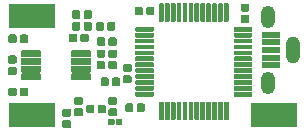
<source format=gbr>
G04 #@! TF.GenerationSoftware,KiCad,Pcbnew,(5.1.5-0-10_14)*
G04 #@! TF.CreationDate,2020-05-02T21:38:08-07:00*
G04 #@! TF.ProjectId,EOGlass,454f476c-6173-4732-9e6b-696361645f70,rev?*
G04 #@! TF.SameCoordinates,Original*
G04 #@! TF.FileFunction,Soldermask,Top*
G04 #@! TF.FilePolarity,Negative*
%FSLAX46Y46*%
G04 Gerber Fmt 4.6, Leading zero omitted, Abs format (unit mm)*
G04 Created by KiCad (PCBNEW (5.1.5-0-10_14)) date 2020-05-02 21:38:08*
%MOMM*%
%LPD*%
G04 APERTURE LIST*
%ADD10C,0.100000*%
%ADD11R,3.900000X2.100000*%
%ADD12R,1.600000X0.550000*%
%ADD13O,1.200000X1.900000*%
%ADD14O,1.200000X2.300000*%
G04 APERTURE END LIST*
D10*
G36*
X127404802Y-64250482D02*
G01*
X127414509Y-64251921D01*
X127424028Y-64254306D01*
X127433268Y-64257612D01*
X127442140Y-64261808D01*
X127450557Y-64266853D01*
X127458439Y-64272699D01*
X127465711Y-64279289D01*
X127472301Y-64286561D01*
X127478147Y-64294443D01*
X127483192Y-64302860D01*
X127487388Y-64311732D01*
X127490694Y-64320972D01*
X127493079Y-64330491D01*
X127494518Y-64340198D01*
X127495000Y-64350000D01*
X127495000Y-64550000D01*
X127494518Y-64559802D01*
X127493079Y-64569509D01*
X127490694Y-64579028D01*
X127487388Y-64588268D01*
X127483192Y-64597140D01*
X127478147Y-64605557D01*
X127472301Y-64613439D01*
X127465711Y-64620711D01*
X127458439Y-64627301D01*
X127450557Y-64633147D01*
X127442140Y-64638192D01*
X127433268Y-64642388D01*
X127424028Y-64645694D01*
X127414509Y-64648079D01*
X127404802Y-64649518D01*
X127395000Y-64650000D01*
X126020000Y-64650000D01*
X126010198Y-64649518D01*
X126000491Y-64648079D01*
X125990972Y-64645694D01*
X125981732Y-64642388D01*
X125972860Y-64638192D01*
X125964443Y-64633147D01*
X125956561Y-64627301D01*
X125949289Y-64620711D01*
X125942699Y-64613439D01*
X125936853Y-64605557D01*
X125931808Y-64597140D01*
X125927612Y-64588268D01*
X125924306Y-64579028D01*
X125921921Y-64569509D01*
X125920482Y-64559802D01*
X125920000Y-64550000D01*
X125920000Y-64350000D01*
X125920482Y-64340198D01*
X125921921Y-64330491D01*
X125924306Y-64320972D01*
X125927612Y-64311732D01*
X125931808Y-64302860D01*
X125936853Y-64294443D01*
X125942699Y-64286561D01*
X125949289Y-64279289D01*
X125956561Y-64272699D01*
X125964443Y-64266853D01*
X125972860Y-64261808D01*
X125981732Y-64257612D01*
X125990972Y-64254306D01*
X126000491Y-64251921D01*
X126010198Y-64250482D01*
X126020000Y-64250000D01*
X127395000Y-64250000D01*
X127404802Y-64250482D01*
G37*
G36*
X127404802Y-64750482D02*
G01*
X127414509Y-64751921D01*
X127424028Y-64754306D01*
X127433268Y-64757612D01*
X127442140Y-64761808D01*
X127450557Y-64766853D01*
X127458439Y-64772699D01*
X127465711Y-64779289D01*
X127472301Y-64786561D01*
X127478147Y-64794443D01*
X127483192Y-64802860D01*
X127487388Y-64811732D01*
X127490694Y-64820972D01*
X127493079Y-64830491D01*
X127494518Y-64840198D01*
X127495000Y-64850000D01*
X127495000Y-65050000D01*
X127494518Y-65059802D01*
X127493079Y-65069509D01*
X127490694Y-65079028D01*
X127487388Y-65088268D01*
X127483192Y-65097140D01*
X127478147Y-65105557D01*
X127472301Y-65113439D01*
X127465711Y-65120711D01*
X127458439Y-65127301D01*
X127450557Y-65133147D01*
X127442140Y-65138192D01*
X127433268Y-65142388D01*
X127424028Y-65145694D01*
X127414509Y-65148079D01*
X127404802Y-65149518D01*
X127395000Y-65150000D01*
X126020000Y-65150000D01*
X126010198Y-65149518D01*
X126000491Y-65148079D01*
X125990972Y-65145694D01*
X125981732Y-65142388D01*
X125972860Y-65138192D01*
X125964443Y-65133147D01*
X125956561Y-65127301D01*
X125949289Y-65120711D01*
X125942699Y-65113439D01*
X125936853Y-65105557D01*
X125931808Y-65097140D01*
X125927612Y-65088268D01*
X125924306Y-65079028D01*
X125921921Y-65069509D01*
X125920482Y-65059802D01*
X125920000Y-65050000D01*
X125920000Y-64850000D01*
X125920482Y-64840198D01*
X125921921Y-64830491D01*
X125924306Y-64820972D01*
X125927612Y-64811732D01*
X125931808Y-64802860D01*
X125936853Y-64794443D01*
X125942699Y-64786561D01*
X125949289Y-64779289D01*
X125956561Y-64772699D01*
X125964443Y-64766853D01*
X125972860Y-64761808D01*
X125981732Y-64757612D01*
X125990972Y-64754306D01*
X126000491Y-64751921D01*
X126010198Y-64750482D01*
X126020000Y-64750000D01*
X127395000Y-64750000D01*
X127404802Y-64750482D01*
G37*
G36*
X127404802Y-65250482D02*
G01*
X127414509Y-65251921D01*
X127424028Y-65254306D01*
X127433268Y-65257612D01*
X127442140Y-65261808D01*
X127450557Y-65266853D01*
X127458439Y-65272699D01*
X127465711Y-65279289D01*
X127472301Y-65286561D01*
X127478147Y-65294443D01*
X127483192Y-65302860D01*
X127487388Y-65311732D01*
X127490694Y-65320972D01*
X127493079Y-65330491D01*
X127494518Y-65340198D01*
X127495000Y-65350000D01*
X127495000Y-65550000D01*
X127494518Y-65559802D01*
X127493079Y-65569509D01*
X127490694Y-65579028D01*
X127487388Y-65588268D01*
X127483192Y-65597140D01*
X127478147Y-65605557D01*
X127472301Y-65613439D01*
X127465711Y-65620711D01*
X127458439Y-65627301D01*
X127450557Y-65633147D01*
X127442140Y-65638192D01*
X127433268Y-65642388D01*
X127424028Y-65645694D01*
X127414509Y-65648079D01*
X127404802Y-65649518D01*
X127395000Y-65650000D01*
X126020000Y-65650000D01*
X126010198Y-65649518D01*
X126000491Y-65648079D01*
X125990972Y-65645694D01*
X125981732Y-65642388D01*
X125972860Y-65638192D01*
X125964443Y-65633147D01*
X125956561Y-65627301D01*
X125949289Y-65620711D01*
X125942699Y-65613439D01*
X125936853Y-65605557D01*
X125931808Y-65597140D01*
X125927612Y-65588268D01*
X125924306Y-65579028D01*
X125921921Y-65569509D01*
X125920482Y-65559802D01*
X125920000Y-65550000D01*
X125920000Y-65350000D01*
X125920482Y-65340198D01*
X125921921Y-65330491D01*
X125924306Y-65320972D01*
X125927612Y-65311732D01*
X125931808Y-65302860D01*
X125936853Y-65294443D01*
X125942699Y-65286561D01*
X125949289Y-65279289D01*
X125956561Y-65272699D01*
X125964443Y-65266853D01*
X125972860Y-65261808D01*
X125981732Y-65257612D01*
X125990972Y-65254306D01*
X126000491Y-65251921D01*
X126010198Y-65250482D01*
X126020000Y-65250000D01*
X127395000Y-65250000D01*
X127404802Y-65250482D01*
G37*
G36*
X127404802Y-65750482D02*
G01*
X127414509Y-65751921D01*
X127424028Y-65754306D01*
X127433268Y-65757612D01*
X127442140Y-65761808D01*
X127450557Y-65766853D01*
X127458439Y-65772699D01*
X127465711Y-65779289D01*
X127472301Y-65786561D01*
X127478147Y-65794443D01*
X127483192Y-65802860D01*
X127487388Y-65811732D01*
X127490694Y-65820972D01*
X127493079Y-65830491D01*
X127494518Y-65840198D01*
X127495000Y-65850000D01*
X127495000Y-66050000D01*
X127494518Y-66059802D01*
X127493079Y-66069509D01*
X127490694Y-66079028D01*
X127487388Y-66088268D01*
X127483192Y-66097140D01*
X127478147Y-66105557D01*
X127472301Y-66113439D01*
X127465711Y-66120711D01*
X127458439Y-66127301D01*
X127450557Y-66133147D01*
X127442140Y-66138192D01*
X127433268Y-66142388D01*
X127424028Y-66145694D01*
X127414509Y-66148079D01*
X127404802Y-66149518D01*
X127395000Y-66150000D01*
X126020000Y-66150000D01*
X126010198Y-66149518D01*
X126000491Y-66148079D01*
X125990972Y-66145694D01*
X125981732Y-66142388D01*
X125972860Y-66138192D01*
X125964443Y-66133147D01*
X125956561Y-66127301D01*
X125949289Y-66120711D01*
X125942699Y-66113439D01*
X125936853Y-66105557D01*
X125931808Y-66097140D01*
X125927612Y-66088268D01*
X125924306Y-66079028D01*
X125921921Y-66069509D01*
X125920482Y-66059802D01*
X125920000Y-66050000D01*
X125920000Y-65850000D01*
X125920482Y-65840198D01*
X125921921Y-65830491D01*
X125924306Y-65820972D01*
X125927612Y-65811732D01*
X125931808Y-65802860D01*
X125936853Y-65794443D01*
X125942699Y-65786561D01*
X125949289Y-65779289D01*
X125956561Y-65772699D01*
X125964443Y-65766853D01*
X125972860Y-65761808D01*
X125981732Y-65757612D01*
X125990972Y-65754306D01*
X126000491Y-65751921D01*
X126010198Y-65750482D01*
X126020000Y-65750000D01*
X127395000Y-65750000D01*
X127404802Y-65750482D01*
G37*
G36*
X127404802Y-66250482D02*
G01*
X127414509Y-66251921D01*
X127424028Y-66254306D01*
X127433268Y-66257612D01*
X127442140Y-66261808D01*
X127450557Y-66266853D01*
X127458439Y-66272699D01*
X127465711Y-66279289D01*
X127472301Y-66286561D01*
X127478147Y-66294443D01*
X127483192Y-66302860D01*
X127487388Y-66311732D01*
X127490694Y-66320972D01*
X127493079Y-66330491D01*
X127494518Y-66340198D01*
X127495000Y-66350000D01*
X127495000Y-66550000D01*
X127494518Y-66559802D01*
X127493079Y-66569509D01*
X127490694Y-66579028D01*
X127487388Y-66588268D01*
X127483192Y-66597140D01*
X127478147Y-66605557D01*
X127472301Y-66613439D01*
X127465711Y-66620711D01*
X127458439Y-66627301D01*
X127450557Y-66633147D01*
X127442140Y-66638192D01*
X127433268Y-66642388D01*
X127424028Y-66645694D01*
X127414509Y-66648079D01*
X127404802Y-66649518D01*
X127395000Y-66650000D01*
X126020000Y-66650000D01*
X126010198Y-66649518D01*
X126000491Y-66648079D01*
X125990972Y-66645694D01*
X125981732Y-66642388D01*
X125972860Y-66638192D01*
X125964443Y-66633147D01*
X125956561Y-66627301D01*
X125949289Y-66620711D01*
X125942699Y-66613439D01*
X125936853Y-66605557D01*
X125931808Y-66597140D01*
X125927612Y-66588268D01*
X125924306Y-66579028D01*
X125921921Y-66569509D01*
X125920482Y-66559802D01*
X125920000Y-66550000D01*
X125920000Y-66350000D01*
X125920482Y-66340198D01*
X125921921Y-66330491D01*
X125924306Y-66320972D01*
X125927612Y-66311732D01*
X125931808Y-66302860D01*
X125936853Y-66294443D01*
X125942699Y-66286561D01*
X125949289Y-66279289D01*
X125956561Y-66272699D01*
X125964443Y-66266853D01*
X125972860Y-66261808D01*
X125981732Y-66257612D01*
X125990972Y-66254306D01*
X126000491Y-66251921D01*
X126010198Y-66250482D01*
X126020000Y-66250000D01*
X127395000Y-66250000D01*
X127404802Y-66250482D01*
G37*
G36*
X127404802Y-66750482D02*
G01*
X127414509Y-66751921D01*
X127424028Y-66754306D01*
X127433268Y-66757612D01*
X127442140Y-66761808D01*
X127450557Y-66766853D01*
X127458439Y-66772699D01*
X127465711Y-66779289D01*
X127472301Y-66786561D01*
X127478147Y-66794443D01*
X127483192Y-66802860D01*
X127487388Y-66811732D01*
X127490694Y-66820972D01*
X127493079Y-66830491D01*
X127494518Y-66840198D01*
X127495000Y-66850000D01*
X127495000Y-67050000D01*
X127494518Y-67059802D01*
X127493079Y-67069509D01*
X127490694Y-67079028D01*
X127487388Y-67088268D01*
X127483192Y-67097140D01*
X127478147Y-67105557D01*
X127472301Y-67113439D01*
X127465711Y-67120711D01*
X127458439Y-67127301D01*
X127450557Y-67133147D01*
X127442140Y-67138192D01*
X127433268Y-67142388D01*
X127424028Y-67145694D01*
X127414509Y-67148079D01*
X127404802Y-67149518D01*
X127395000Y-67150000D01*
X126020000Y-67150000D01*
X126010198Y-67149518D01*
X126000491Y-67148079D01*
X125990972Y-67145694D01*
X125981732Y-67142388D01*
X125972860Y-67138192D01*
X125964443Y-67133147D01*
X125956561Y-67127301D01*
X125949289Y-67120711D01*
X125942699Y-67113439D01*
X125936853Y-67105557D01*
X125931808Y-67097140D01*
X125927612Y-67088268D01*
X125924306Y-67079028D01*
X125921921Y-67069509D01*
X125920482Y-67059802D01*
X125920000Y-67050000D01*
X125920000Y-66850000D01*
X125920482Y-66840198D01*
X125921921Y-66830491D01*
X125924306Y-66820972D01*
X125927612Y-66811732D01*
X125931808Y-66802860D01*
X125936853Y-66794443D01*
X125942699Y-66786561D01*
X125949289Y-66779289D01*
X125956561Y-66772699D01*
X125964443Y-66766853D01*
X125972860Y-66761808D01*
X125981732Y-66757612D01*
X125990972Y-66754306D01*
X126000491Y-66751921D01*
X126010198Y-66750482D01*
X126020000Y-66750000D01*
X127395000Y-66750000D01*
X127404802Y-66750482D01*
G37*
G36*
X127404802Y-67250482D02*
G01*
X127414509Y-67251921D01*
X127424028Y-67254306D01*
X127433268Y-67257612D01*
X127442140Y-67261808D01*
X127450557Y-67266853D01*
X127458439Y-67272699D01*
X127465711Y-67279289D01*
X127472301Y-67286561D01*
X127478147Y-67294443D01*
X127483192Y-67302860D01*
X127487388Y-67311732D01*
X127490694Y-67320972D01*
X127493079Y-67330491D01*
X127494518Y-67340198D01*
X127495000Y-67350000D01*
X127495000Y-67550000D01*
X127494518Y-67559802D01*
X127493079Y-67569509D01*
X127490694Y-67579028D01*
X127487388Y-67588268D01*
X127483192Y-67597140D01*
X127478147Y-67605557D01*
X127472301Y-67613439D01*
X127465711Y-67620711D01*
X127458439Y-67627301D01*
X127450557Y-67633147D01*
X127442140Y-67638192D01*
X127433268Y-67642388D01*
X127424028Y-67645694D01*
X127414509Y-67648079D01*
X127404802Y-67649518D01*
X127395000Y-67650000D01*
X126020000Y-67650000D01*
X126010198Y-67649518D01*
X126000491Y-67648079D01*
X125990972Y-67645694D01*
X125981732Y-67642388D01*
X125972860Y-67638192D01*
X125964443Y-67633147D01*
X125956561Y-67627301D01*
X125949289Y-67620711D01*
X125942699Y-67613439D01*
X125936853Y-67605557D01*
X125931808Y-67597140D01*
X125927612Y-67588268D01*
X125924306Y-67579028D01*
X125921921Y-67569509D01*
X125920482Y-67559802D01*
X125920000Y-67550000D01*
X125920000Y-67350000D01*
X125920482Y-67340198D01*
X125921921Y-67330491D01*
X125924306Y-67320972D01*
X125927612Y-67311732D01*
X125931808Y-67302860D01*
X125936853Y-67294443D01*
X125942699Y-67286561D01*
X125949289Y-67279289D01*
X125956561Y-67272699D01*
X125964443Y-67266853D01*
X125972860Y-67261808D01*
X125981732Y-67257612D01*
X125990972Y-67254306D01*
X126000491Y-67251921D01*
X126010198Y-67250482D01*
X126020000Y-67250000D01*
X127395000Y-67250000D01*
X127404802Y-67250482D01*
G37*
G36*
X127404802Y-67750482D02*
G01*
X127414509Y-67751921D01*
X127424028Y-67754306D01*
X127433268Y-67757612D01*
X127442140Y-67761808D01*
X127450557Y-67766853D01*
X127458439Y-67772699D01*
X127465711Y-67779289D01*
X127472301Y-67786561D01*
X127478147Y-67794443D01*
X127483192Y-67802860D01*
X127487388Y-67811732D01*
X127490694Y-67820972D01*
X127493079Y-67830491D01*
X127494518Y-67840198D01*
X127495000Y-67850000D01*
X127495000Y-68050000D01*
X127494518Y-68059802D01*
X127493079Y-68069509D01*
X127490694Y-68079028D01*
X127487388Y-68088268D01*
X127483192Y-68097140D01*
X127478147Y-68105557D01*
X127472301Y-68113439D01*
X127465711Y-68120711D01*
X127458439Y-68127301D01*
X127450557Y-68133147D01*
X127442140Y-68138192D01*
X127433268Y-68142388D01*
X127424028Y-68145694D01*
X127414509Y-68148079D01*
X127404802Y-68149518D01*
X127395000Y-68150000D01*
X126020000Y-68150000D01*
X126010198Y-68149518D01*
X126000491Y-68148079D01*
X125990972Y-68145694D01*
X125981732Y-68142388D01*
X125972860Y-68138192D01*
X125964443Y-68133147D01*
X125956561Y-68127301D01*
X125949289Y-68120711D01*
X125942699Y-68113439D01*
X125936853Y-68105557D01*
X125931808Y-68097140D01*
X125927612Y-68088268D01*
X125924306Y-68079028D01*
X125921921Y-68069509D01*
X125920482Y-68059802D01*
X125920000Y-68050000D01*
X125920000Y-67850000D01*
X125920482Y-67840198D01*
X125921921Y-67830491D01*
X125924306Y-67820972D01*
X125927612Y-67811732D01*
X125931808Y-67802860D01*
X125936853Y-67794443D01*
X125942699Y-67786561D01*
X125949289Y-67779289D01*
X125956561Y-67772699D01*
X125964443Y-67766853D01*
X125972860Y-67761808D01*
X125981732Y-67757612D01*
X125990972Y-67754306D01*
X126000491Y-67751921D01*
X126010198Y-67750482D01*
X126020000Y-67750000D01*
X127395000Y-67750000D01*
X127404802Y-67750482D01*
G37*
G36*
X127404802Y-68250482D02*
G01*
X127414509Y-68251921D01*
X127424028Y-68254306D01*
X127433268Y-68257612D01*
X127442140Y-68261808D01*
X127450557Y-68266853D01*
X127458439Y-68272699D01*
X127465711Y-68279289D01*
X127472301Y-68286561D01*
X127478147Y-68294443D01*
X127483192Y-68302860D01*
X127487388Y-68311732D01*
X127490694Y-68320972D01*
X127493079Y-68330491D01*
X127494518Y-68340198D01*
X127495000Y-68350000D01*
X127495000Y-68550000D01*
X127494518Y-68559802D01*
X127493079Y-68569509D01*
X127490694Y-68579028D01*
X127487388Y-68588268D01*
X127483192Y-68597140D01*
X127478147Y-68605557D01*
X127472301Y-68613439D01*
X127465711Y-68620711D01*
X127458439Y-68627301D01*
X127450557Y-68633147D01*
X127442140Y-68638192D01*
X127433268Y-68642388D01*
X127424028Y-68645694D01*
X127414509Y-68648079D01*
X127404802Y-68649518D01*
X127395000Y-68650000D01*
X126020000Y-68650000D01*
X126010198Y-68649518D01*
X126000491Y-68648079D01*
X125990972Y-68645694D01*
X125981732Y-68642388D01*
X125972860Y-68638192D01*
X125964443Y-68633147D01*
X125956561Y-68627301D01*
X125949289Y-68620711D01*
X125942699Y-68613439D01*
X125936853Y-68605557D01*
X125931808Y-68597140D01*
X125927612Y-68588268D01*
X125924306Y-68579028D01*
X125921921Y-68569509D01*
X125920482Y-68559802D01*
X125920000Y-68550000D01*
X125920000Y-68350000D01*
X125920482Y-68340198D01*
X125921921Y-68330491D01*
X125924306Y-68320972D01*
X125927612Y-68311732D01*
X125931808Y-68302860D01*
X125936853Y-68294443D01*
X125942699Y-68286561D01*
X125949289Y-68279289D01*
X125956561Y-68272699D01*
X125964443Y-68266853D01*
X125972860Y-68261808D01*
X125981732Y-68257612D01*
X125990972Y-68254306D01*
X126000491Y-68251921D01*
X126010198Y-68250482D01*
X126020000Y-68250000D01*
X127395000Y-68250000D01*
X127404802Y-68250482D01*
G37*
G36*
X127404802Y-68750482D02*
G01*
X127414509Y-68751921D01*
X127424028Y-68754306D01*
X127433268Y-68757612D01*
X127442140Y-68761808D01*
X127450557Y-68766853D01*
X127458439Y-68772699D01*
X127465711Y-68779289D01*
X127472301Y-68786561D01*
X127478147Y-68794443D01*
X127483192Y-68802860D01*
X127487388Y-68811732D01*
X127490694Y-68820972D01*
X127493079Y-68830491D01*
X127494518Y-68840198D01*
X127495000Y-68850000D01*
X127495000Y-69050000D01*
X127494518Y-69059802D01*
X127493079Y-69069509D01*
X127490694Y-69079028D01*
X127487388Y-69088268D01*
X127483192Y-69097140D01*
X127478147Y-69105557D01*
X127472301Y-69113439D01*
X127465711Y-69120711D01*
X127458439Y-69127301D01*
X127450557Y-69133147D01*
X127442140Y-69138192D01*
X127433268Y-69142388D01*
X127424028Y-69145694D01*
X127414509Y-69148079D01*
X127404802Y-69149518D01*
X127395000Y-69150000D01*
X126020000Y-69150000D01*
X126010198Y-69149518D01*
X126000491Y-69148079D01*
X125990972Y-69145694D01*
X125981732Y-69142388D01*
X125972860Y-69138192D01*
X125964443Y-69133147D01*
X125956561Y-69127301D01*
X125949289Y-69120711D01*
X125942699Y-69113439D01*
X125936853Y-69105557D01*
X125931808Y-69097140D01*
X125927612Y-69088268D01*
X125924306Y-69079028D01*
X125921921Y-69069509D01*
X125920482Y-69059802D01*
X125920000Y-69050000D01*
X125920000Y-68850000D01*
X125920482Y-68840198D01*
X125921921Y-68830491D01*
X125924306Y-68820972D01*
X125927612Y-68811732D01*
X125931808Y-68802860D01*
X125936853Y-68794443D01*
X125942699Y-68786561D01*
X125949289Y-68779289D01*
X125956561Y-68772699D01*
X125964443Y-68766853D01*
X125972860Y-68761808D01*
X125981732Y-68757612D01*
X125990972Y-68754306D01*
X126000491Y-68751921D01*
X126010198Y-68750482D01*
X126020000Y-68750000D01*
X127395000Y-68750000D01*
X127404802Y-68750482D01*
G37*
G36*
X127404802Y-69250482D02*
G01*
X127414509Y-69251921D01*
X127424028Y-69254306D01*
X127433268Y-69257612D01*
X127442140Y-69261808D01*
X127450557Y-69266853D01*
X127458439Y-69272699D01*
X127465711Y-69279289D01*
X127472301Y-69286561D01*
X127478147Y-69294443D01*
X127483192Y-69302860D01*
X127487388Y-69311732D01*
X127490694Y-69320972D01*
X127493079Y-69330491D01*
X127494518Y-69340198D01*
X127495000Y-69350000D01*
X127495000Y-69550000D01*
X127494518Y-69559802D01*
X127493079Y-69569509D01*
X127490694Y-69579028D01*
X127487388Y-69588268D01*
X127483192Y-69597140D01*
X127478147Y-69605557D01*
X127472301Y-69613439D01*
X127465711Y-69620711D01*
X127458439Y-69627301D01*
X127450557Y-69633147D01*
X127442140Y-69638192D01*
X127433268Y-69642388D01*
X127424028Y-69645694D01*
X127414509Y-69648079D01*
X127404802Y-69649518D01*
X127395000Y-69650000D01*
X126020000Y-69650000D01*
X126010198Y-69649518D01*
X126000491Y-69648079D01*
X125990972Y-69645694D01*
X125981732Y-69642388D01*
X125972860Y-69638192D01*
X125964443Y-69633147D01*
X125956561Y-69627301D01*
X125949289Y-69620711D01*
X125942699Y-69613439D01*
X125936853Y-69605557D01*
X125931808Y-69597140D01*
X125927612Y-69588268D01*
X125924306Y-69579028D01*
X125921921Y-69569509D01*
X125920482Y-69559802D01*
X125920000Y-69550000D01*
X125920000Y-69350000D01*
X125920482Y-69340198D01*
X125921921Y-69330491D01*
X125924306Y-69320972D01*
X125927612Y-69311732D01*
X125931808Y-69302860D01*
X125936853Y-69294443D01*
X125942699Y-69286561D01*
X125949289Y-69279289D01*
X125956561Y-69272699D01*
X125964443Y-69266853D01*
X125972860Y-69261808D01*
X125981732Y-69257612D01*
X125990972Y-69254306D01*
X126000491Y-69251921D01*
X126010198Y-69250482D01*
X126020000Y-69250000D01*
X127395000Y-69250000D01*
X127404802Y-69250482D01*
G37*
G36*
X127404802Y-69750482D02*
G01*
X127414509Y-69751921D01*
X127424028Y-69754306D01*
X127433268Y-69757612D01*
X127442140Y-69761808D01*
X127450557Y-69766853D01*
X127458439Y-69772699D01*
X127465711Y-69779289D01*
X127472301Y-69786561D01*
X127478147Y-69794443D01*
X127483192Y-69802860D01*
X127487388Y-69811732D01*
X127490694Y-69820972D01*
X127493079Y-69830491D01*
X127494518Y-69840198D01*
X127495000Y-69850000D01*
X127495000Y-70050000D01*
X127494518Y-70059802D01*
X127493079Y-70069509D01*
X127490694Y-70079028D01*
X127487388Y-70088268D01*
X127483192Y-70097140D01*
X127478147Y-70105557D01*
X127472301Y-70113439D01*
X127465711Y-70120711D01*
X127458439Y-70127301D01*
X127450557Y-70133147D01*
X127442140Y-70138192D01*
X127433268Y-70142388D01*
X127424028Y-70145694D01*
X127414509Y-70148079D01*
X127404802Y-70149518D01*
X127395000Y-70150000D01*
X126020000Y-70150000D01*
X126010198Y-70149518D01*
X126000491Y-70148079D01*
X125990972Y-70145694D01*
X125981732Y-70142388D01*
X125972860Y-70138192D01*
X125964443Y-70133147D01*
X125956561Y-70127301D01*
X125949289Y-70120711D01*
X125942699Y-70113439D01*
X125936853Y-70105557D01*
X125931808Y-70097140D01*
X125927612Y-70088268D01*
X125924306Y-70079028D01*
X125921921Y-70069509D01*
X125920482Y-70059802D01*
X125920000Y-70050000D01*
X125920000Y-69850000D01*
X125920482Y-69840198D01*
X125921921Y-69830491D01*
X125924306Y-69820972D01*
X125927612Y-69811732D01*
X125931808Y-69802860D01*
X125936853Y-69794443D01*
X125942699Y-69786561D01*
X125949289Y-69779289D01*
X125956561Y-69772699D01*
X125964443Y-69766853D01*
X125972860Y-69761808D01*
X125981732Y-69757612D01*
X125990972Y-69754306D01*
X126000491Y-69751921D01*
X126010198Y-69750482D01*
X126020000Y-69750000D01*
X127395000Y-69750000D01*
X127404802Y-69750482D01*
G37*
G36*
X128229802Y-70575482D02*
G01*
X128239509Y-70576921D01*
X128249028Y-70579306D01*
X128258268Y-70582612D01*
X128267140Y-70586808D01*
X128275557Y-70591853D01*
X128283439Y-70597699D01*
X128290711Y-70604289D01*
X128297301Y-70611561D01*
X128303147Y-70619443D01*
X128308192Y-70627860D01*
X128312388Y-70636732D01*
X128315694Y-70645972D01*
X128318079Y-70655491D01*
X128319518Y-70665198D01*
X128320000Y-70675000D01*
X128320000Y-72050000D01*
X128319518Y-72059802D01*
X128318079Y-72069509D01*
X128315694Y-72079028D01*
X128312388Y-72088268D01*
X128308192Y-72097140D01*
X128303147Y-72105557D01*
X128297301Y-72113439D01*
X128290711Y-72120711D01*
X128283439Y-72127301D01*
X128275557Y-72133147D01*
X128267140Y-72138192D01*
X128258268Y-72142388D01*
X128249028Y-72145694D01*
X128239509Y-72148079D01*
X128229802Y-72149518D01*
X128220000Y-72150000D01*
X128020000Y-72150000D01*
X128010198Y-72149518D01*
X128000491Y-72148079D01*
X127990972Y-72145694D01*
X127981732Y-72142388D01*
X127972860Y-72138192D01*
X127964443Y-72133147D01*
X127956561Y-72127301D01*
X127949289Y-72120711D01*
X127942699Y-72113439D01*
X127936853Y-72105557D01*
X127931808Y-72097140D01*
X127927612Y-72088268D01*
X127924306Y-72079028D01*
X127921921Y-72069509D01*
X127920482Y-72059802D01*
X127920000Y-72050000D01*
X127920000Y-70675000D01*
X127920482Y-70665198D01*
X127921921Y-70655491D01*
X127924306Y-70645972D01*
X127927612Y-70636732D01*
X127931808Y-70627860D01*
X127936853Y-70619443D01*
X127942699Y-70611561D01*
X127949289Y-70604289D01*
X127956561Y-70597699D01*
X127964443Y-70591853D01*
X127972860Y-70586808D01*
X127981732Y-70582612D01*
X127990972Y-70579306D01*
X128000491Y-70576921D01*
X128010198Y-70575482D01*
X128020000Y-70575000D01*
X128220000Y-70575000D01*
X128229802Y-70575482D01*
G37*
G36*
X128729802Y-70575482D02*
G01*
X128739509Y-70576921D01*
X128749028Y-70579306D01*
X128758268Y-70582612D01*
X128767140Y-70586808D01*
X128775557Y-70591853D01*
X128783439Y-70597699D01*
X128790711Y-70604289D01*
X128797301Y-70611561D01*
X128803147Y-70619443D01*
X128808192Y-70627860D01*
X128812388Y-70636732D01*
X128815694Y-70645972D01*
X128818079Y-70655491D01*
X128819518Y-70665198D01*
X128820000Y-70675000D01*
X128820000Y-72050000D01*
X128819518Y-72059802D01*
X128818079Y-72069509D01*
X128815694Y-72079028D01*
X128812388Y-72088268D01*
X128808192Y-72097140D01*
X128803147Y-72105557D01*
X128797301Y-72113439D01*
X128790711Y-72120711D01*
X128783439Y-72127301D01*
X128775557Y-72133147D01*
X128767140Y-72138192D01*
X128758268Y-72142388D01*
X128749028Y-72145694D01*
X128739509Y-72148079D01*
X128729802Y-72149518D01*
X128720000Y-72150000D01*
X128520000Y-72150000D01*
X128510198Y-72149518D01*
X128500491Y-72148079D01*
X128490972Y-72145694D01*
X128481732Y-72142388D01*
X128472860Y-72138192D01*
X128464443Y-72133147D01*
X128456561Y-72127301D01*
X128449289Y-72120711D01*
X128442699Y-72113439D01*
X128436853Y-72105557D01*
X128431808Y-72097140D01*
X128427612Y-72088268D01*
X128424306Y-72079028D01*
X128421921Y-72069509D01*
X128420482Y-72059802D01*
X128420000Y-72050000D01*
X128420000Y-70675000D01*
X128420482Y-70665198D01*
X128421921Y-70655491D01*
X128424306Y-70645972D01*
X128427612Y-70636732D01*
X128431808Y-70627860D01*
X128436853Y-70619443D01*
X128442699Y-70611561D01*
X128449289Y-70604289D01*
X128456561Y-70597699D01*
X128464443Y-70591853D01*
X128472860Y-70586808D01*
X128481732Y-70582612D01*
X128490972Y-70579306D01*
X128500491Y-70576921D01*
X128510198Y-70575482D01*
X128520000Y-70575000D01*
X128720000Y-70575000D01*
X128729802Y-70575482D01*
G37*
G36*
X129229802Y-70575482D02*
G01*
X129239509Y-70576921D01*
X129249028Y-70579306D01*
X129258268Y-70582612D01*
X129267140Y-70586808D01*
X129275557Y-70591853D01*
X129283439Y-70597699D01*
X129290711Y-70604289D01*
X129297301Y-70611561D01*
X129303147Y-70619443D01*
X129308192Y-70627860D01*
X129312388Y-70636732D01*
X129315694Y-70645972D01*
X129318079Y-70655491D01*
X129319518Y-70665198D01*
X129320000Y-70675000D01*
X129320000Y-72050000D01*
X129319518Y-72059802D01*
X129318079Y-72069509D01*
X129315694Y-72079028D01*
X129312388Y-72088268D01*
X129308192Y-72097140D01*
X129303147Y-72105557D01*
X129297301Y-72113439D01*
X129290711Y-72120711D01*
X129283439Y-72127301D01*
X129275557Y-72133147D01*
X129267140Y-72138192D01*
X129258268Y-72142388D01*
X129249028Y-72145694D01*
X129239509Y-72148079D01*
X129229802Y-72149518D01*
X129220000Y-72150000D01*
X129020000Y-72150000D01*
X129010198Y-72149518D01*
X129000491Y-72148079D01*
X128990972Y-72145694D01*
X128981732Y-72142388D01*
X128972860Y-72138192D01*
X128964443Y-72133147D01*
X128956561Y-72127301D01*
X128949289Y-72120711D01*
X128942699Y-72113439D01*
X128936853Y-72105557D01*
X128931808Y-72097140D01*
X128927612Y-72088268D01*
X128924306Y-72079028D01*
X128921921Y-72069509D01*
X128920482Y-72059802D01*
X128920000Y-72050000D01*
X128920000Y-70675000D01*
X128920482Y-70665198D01*
X128921921Y-70655491D01*
X128924306Y-70645972D01*
X128927612Y-70636732D01*
X128931808Y-70627860D01*
X128936853Y-70619443D01*
X128942699Y-70611561D01*
X128949289Y-70604289D01*
X128956561Y-70597699D01*
X128964443Y-70591853D01*
X128972860Y-70586808D01*
X128981732Y-70582612D01*
X128990972Y-70579306D01*
X129000491Y-70576921D01*
X129010198Y-70575482D01*
X129020000Y-70575000D01*
X129220000Y-70575000D01*
X129229802Y-70575482D01*
G37*
G36*
X129729802Y-70575482D02*
G01*
X129739509Y-70576921D01*
X129749028Y-70579306D01*
X129758268Y-70582612D01*
X129767140Y-70586808D01*
X129775557Y-70591853D01*
X129783439Y-70597699D01*
X129790711Y-70604289D01*
X129797301Y-70611561D01*
X129803147Y-70619443D01*
X129808192Y-70627860D01*
X129812388Y-70636732D01*
X129815694Y-70645972D01*
X129818079Y-70655491D01*
X129819518Y-70665198D01*
X129820000Y-70675000D01*
X129820000Y-72050000D01*
X129819518Y-72059802D01*
X129818079Y-72069509D01*
X129815694Y-72079028D01*
X129812388Y-72088268D01*
X129808192Y-72097140D01*
X129803147Y-72105557D01*
X129797301Y-72113439D01*
X129790711Y-72120711D01*
X129783439Y-72127301D01*
X129775557Y-72133147D01*
X129767140Y-72138192D01*
X129758268Y-72142388D01*
X129749028Y-72145694D01*
X129739509Y-72148079D01*
X129729802Y-72149518D01*
X129720000Y-72150000D01*
X129520000Y-72150000D01*
X129510198Y-72149518D01*
X129500491Y-72148079D01*
X129490972Y-72145694D01*
X129481732Y-72142388D01*
X129472860Y-72138192D01*
X129464443Y-72133147D01*
X129456561Y-72127301D01*
X129449289Y-72120711D01*
X129442699Y-72113439D01*
X129436853Y-72105557D01*
X129431808Y-72097140D01*
X129427612Y-72088268D01*
X129424306Y-72079028D01*
X129421921Y-72069509D01*
X129420482Y-72059802D01*
X129420000Y-72050000D01*
X129420000Y-70675000D01*
X129420482Y-70665198D01*
X129421921Y-70655491D01*
X129424306Y-70645972D01*
X129427612Y-70636732D01*
X129431808Y-70627860D01*
X129436853Y-70619443D01*
X129442699Y-70611561D01*
X129449289Y-70604289D01*
X129456561Y-70597699D01*
X129464443Y-70591853D01*
X129472860Y-70586808D01*
X129481732Y-70582612D01*
X129490972Y-70579306D01*
X129500491Y-70576921D01*
X129510198Y-70575482D01*
X129520000Y-70575000D01*
X129720000Y-70575000D01*
X129729802Y-70575482D01*
G37*
G36*
X130229802Y-70575482D02*
G01*
X130239509Y-70576921D01*
X130249028Y-70579306D01*
X130258268Y-70582612D01*
X130267140Y-70586808D01*
X130275557Y-70591853D01*
X130283439Y-70597699D01*
X130290711Y-70604289D01*
X130297301Y-70611561D01*
X130303147Y-70619443D01*
X130308192Y-70627860D01*
X130312388Y-70636732D01*
X130315694Y-70645972D01*
X130318079Y-70655491D01*
X130319518Y-70665198D01*
X130320000Y-70675000D01*
X130320000Y-72050000D01*
X130319518Y-72059802D01*
X130318079Y-72069509D01*
X130315694Y-72079028D01*
X130312388Y-72088268D01*
X130308192Y-72097140D01*
X130303147Y-72105557D01*
X130297301Y-72113439D01*
X130290711Y-72120711D01*
X130283439Y-72127301D01*
X130275557Y-72133147D01*
X130267140Y-72138192D01*
X130258268Y-72142388D01*
X130249028Y-72145694D01*
X130239509Y-72148079D01*
X130229802Y-72149518D01*
X130220000Y-72150000D01*
X130020000Y-72150000D01*
X130010198Y-72149518D01*
X130000491Y-72148079D01*
X129990972Y-72145694D01*
X129981732Y-72142388D01*
X129972860Y-72138192D01*
X129964443Y-72133147D01*
X129956561Y-72127301D01*
X129949289Y-72120711D01*
X129942699Y-72113439D01*
X129936853Y-72105557D01*
X129931808Y-72097140D01*
X129927612Y-72088268D01*
X129924306Y-72079028D01*
X129921921Y-72069509D01*
X129920482Y-72059802D01*
X129920000Y-72050000D01*
X129920000Y-70675000D01*
X129920482Y-70665198D01*
X129921921Y-70655491D01*
X129924306Y-70645972D01*
X129927612Y-70636732D01*
X129931808Y-70627860D01*
X129936853Y-70619443D01*
X129942699Y-70611561D01*
X129949289Y-70604289D01*
X129956561Y-70597699D01*
X129964443Y-70591853D01*
X129972860Y-70586808D01*
X129981732Y-70582612D01*
X129990972Y-70579306D01*
X130000491Y-70576921D01*
X130010198Y-70575482D01*
X130020000Y-70575000D01*
X130220000Y-70575000D01*
X130229802Y-70575482D01*
G37*
G36*
X130729802Y-70575482D02*
G01*
X130739509Y-70576921D01*
X130749028Y-70579306D01*
X130758268Y-70582612D01*
X130767140Y-70586808D01*
X130775557Y-70591853D01*
X130783439Y-70597699D01*
X130790711Y-70604289D01*
X130797301Y-70611561D01*
X130803147Y-70619443D01*
X130808192Y-70627860D01*
X130812388Y-70636732D01*
X130815694Y-70645972D01*
X130818079Y-70655491D01*
X130819518Y-70665198D01*
X130820000Y-70675000D01*
X130820000Y-72050000D01*
X130819518Y-72059802D01*
X130818079Y-72069509D01*
X130815694Y-72079028D01*
X130812388Y-72088268D01*
X130808192Y-72097140D01*
X130803147Y-72105557D01*
X130797301Y-72113439D01*
X130790711Y-72120711D01*
X130783439Y-72127301D01*
X130775557Y-72133147D01*
X130767140Y-72138192D01*
X130758268Y-72142388D01*
X130749028Y-72145694D01*
X130739509Y-72148079D01*
X130729802Y-72149518D01*
X130720000Y-72150000D01*
X130520000Y-72150000D01*
X130510198Y-72149518D01*
X130500491Y-72148079D01*
X130490972Y-72145694D01*
X130481732Y-72142388D01*
X130472860Y-72138192D01*
X130464443Y-72133147D01*
X130456561Y-72127301D01*
X130449289Y-72120711D01*
X130442699Y-72113439D01*
X130436853Y-72105557D01*
X130431808Y-72097140D01*
X130427612Y-72088268D01*
X130424306Y-72079028D01*
X130421921Y-72069509D01*
X130420482Y-72059802D01*
X130420000Y-72050000D01*
X130420000Y-70675000D01*
X130420482Y-70665198D01*
X130421921Y-70655491D01*
X130424306Y-70645972D01*
X130427612Y-70636732D01*
X130431808Y-70627860D01*
X130436853Y-70619443D01*
X130442699Y-70611561D01*
X130449289Y-70604289D01*
X130456561Y-70597699D01*
X130464443Y-70591853D01*
X130472860Y-70586808D01*
X130481732Y-70582612D01*
X130490972Y-70579306D01*
X130500491Y-70576921D01*
X130510198Y-70575482D01*
X130520000Y-70575000D01*
X130720000Y-70575000D01*
X130729802Y-70575482D01*
G37*
G36*
X131229802Y-70575482D02*
G01*
X131239509Y-70576921D01*
X131249028Y-70579306D01*
X131258268Y-70582612D01*
X131267140Y-70586808D01*
X131275557Y-70591853D01*
X131283439Y-70597699D01*
X131290711Y-70604289D01*
X131297301Y-70611561D01*
X131303147Y-70619443D01*
X131308192Y-70627860D01*
X131312388Y-70636732D01*
X131315694Y-70645972D01*
X131318079Y-70655491D01*
X131319518Y-70665198D01*
X131320000Y-70675000D01*
X131320000Y-72050000D01*
X131319518Y-72059802D01*
X131318079Y-72069509D01*
X131315694Y-72079028D01*
X131312388Y-72088268D01*
X131308192Y-72097140D01*
X131303147Y-72105557D01*
X131297301Y-72113439D01*
X131290711Y-72120711D01*
X131283439Y-72127301D01*
X131275557Y-72133147D01*
X131267140Y-72138192D01*
X131258268Y-72142388D01*
X131249028Y-72145694D01*
X131239509Y-72148079D01*
X131229802Y-72149518D01*
X131220000Y-72150000D01*
X131020000Y-72150000D01*
X131010198Y-72149518D01*
X131000491Y-72148079D01*
X130990972Y-72145694D01*
X130981732Y-72142388D01*
X130972860Y-72138192D01*
X130964443Y-72133147D01*
X130956561Y-72127301D01*
X130949289Y-72120711D01*
X130942699Y-72113439D01*
X130936853Y-72105557D01*
X130931808Y-72097140D01*
X130927612Y-72088268D01*
X130924306Y-72079028D01*
X130921921Y-72069509D01*
X130920482Y-72059802D01*
X130920000Y-72050000D01*
X130920000Y-70675000D01*
X130920482Y-70665198D01*
X130921921Y-70655491D01*
X130924306Y-70645972D01*
X130927612Y-70636732D01*
X130931808Y-70627860D01*
X130936853Y-70619443D01*
X130942699Y-70611561D01*
X130949289Y-70604289D01*
X130956561Y-70597699D01*
X130964443Y-70591853D01*
X130972860Y-70586808D01*
X130981732Y-70582612D01*
X130990972Y-70579306D01*
X131000491Y-70576921D01*
X131010198Y-70575482D01*
X131020000Y-70575000D01*
X131220000Y-70575000D01*
X131229802Y-70575482D01*
G37*
G36*
X131729802Y-70575482D02*
G01*
X131739509Y-70576921D01*
X131749028Y-70579306D01*
X131758268Y-70582612D01*
X131767140Y-70586808D01*
X131775557Y-70591853D01*
X131783439Y-70597699D01*
X131790711Y-70604289D01*
X131797301Y-70611561D01*
X131803147Y-70619443D01*
X131808192Y-70627860D01*
X131812388Y-70636732D01*
X131815694Y-70645972D01*
X131818079Y-70655491D01*
X131819518Y-70665198D01*
X131820000Y-70675000D01*
X131820000Y-72050000D01*
X131819518Y-72059802D01*
X131818079Y-72069509D01*
X131815694Y-72079028D01*
X131812388Y-72088268D01*
X131808192Y-72097140D01*
X131803147Y-72105557D01*
X131797301Y-72113439D01*
X131790711Y-72120711D01*
X131783439Y-72127301D01*
X131775557Y-72133147D01*
X131767140Y-72138192D01*
X131758268Y-72142388D01*
X131749028Y-72145694D01*
X131739509Y-72148079D01*
X131729802Y-72149518D01*
X131720000Y-72150000D01*
X131520000Y-72150000D01*
X131510198Y-72149518D01*
X131500491Y-72148079D01*
X131490972Y-72145694D01*
X131481732Y-72142388D01*
X131472860Y-72138192D01*
X131464443Y-72133147D01*
X131456561Y-72127301D01*
X131449289Y-72120711D01*
X131442699Y-72113439D01*
X131436853Y-72105557D01*
X131431808Y-72097140D01*
X131427612Y-72088268D01*
X131424306Y-72079028D01*
X131421921Y-72069509D01*
X131420482Y-72059802D01*
X131420000Y-72050000D01*
X131420000Y-70675000D01*
X131420482Y-70665198D01*
X131421921Y-70655491D01*
X131424306Y-70645972D01*
X131427612Y-70636732D01*
X131431808Y-70627860D01*
X131436853Y-70619443D01*
X131442699Y-70611561D01*
X131449289Y-70604289D01*
X131456561Y-70597699D01*
X131464443Y-70591853D01*
X131472860Y-70586808D01*
X131481732Y-70582612D01*
X131490972Y-70579306D01*
X131500491Y-70576921D01*
X131510198Y-70575482D01*
X131520000Y-70575000D01*
X131720000Y-70575000D01*
X131729802Y-70575482D01*
G37*
G36*
X132229802Y-70575482D02*
G01*
X132239509Y-70576921D01*
X132249028Y-70579306D01*
X132258268Y-70582612D01*
X132267140Y-70586808D01*
X132275557Y-70591853D01*
X132283439Y-70597699D01*
X132290711Y-70604289D01*
X132297301Y-70611561D01*
X132303147Y-70619443D01*
X132308192Y-70627860D01*
X132312388Y-70636732D01*
X132315694Y-70645972D01*
X132318079Y-70655491D01*
X132319518Y-70665198D01*
X132320000Y-70675000D01*
X132320000Y-72050000D01*
X132319518Y-72059802D01*
X132318079Y-72069509D01*
X132315694Y-72079028D01*
X132312388Y-72088268D01*
X132308192Y-72097140D01*
X132303147Y-72105557D01*
X132297301Y-72113439D01*
X132290711Y-72120711D01*
X132283439Y-72127301D01*
X132275557Y-72133147D01*
X132267140Y-72138192D01*
X132258268Y-72142388D01*
X132249028Y-72145694D01*
X132239509Y-72148079D01*
X132229802Y-72149518D01*
X132220000Y-72150000D01*
X132020000Y-72150000D01*
X132010198Y-72149518D01*
X132000491Y-72148079D01*
X131990972Y-72145694D01*
X131981732Y-72142388D01*
X131972860Y-72138192D01*
X131964443Y-72133147D01*
X131956561Y-72127301D01*
X131949289Y-72120711D01*
X131942699Y-72113439D01*
X131936853Y-72105557D01*
X131931808Y-72097140D01*
X131927612Y-72088268D01*
X131924306Y-72079028D01*
X131921921Y-72069509D01*
X131920482Y-72059802D01*
X131920000Y-72050000D01*
X131920000Y-70675000D01*
X131920482Y-70665198D01*
X131921921Y-70655491D01*
X131924306Y-70645972D01*
X131927612Y-70636732D01*
X131931808Y-70627860D01*
X131936853Y-70619443D01*
X131942699Y-70611561D01*
X131949289Y-70604289D01*
X131956561Y-70597699D01*
X131964443Y-70591853D01*
X131972860Y-70586808D01*
X131981732Y-70582612D01*
X131990972Y-70579306D01*
X132000491Y-70576921D01*
X132010198Y-70575482D01*
X132020000Y-70575000D01*
X132220000Y-70575000D01*
X132229802Y-70575482D01*
G37*
G36*
X132729802Y-70575482D02*
G01*
X132739509Y-70576921D01*
X132749028Y-70579306D01*
X132758268Y-70582612D01*
X132767140Y-70586808D01*
X132775557Y-70591853D01*
X132783439Y-70597699D01*
X132790711Y-70604289D01*
X132797301Y-70611561D01*
X132803147Y-70619443D01*
X132808192Y-70627860D01*
X132812388Y-70636732D01*
X132815694Y-70645972D01*
X132818079Y-70655491D01*
X132819518Y-70665198D01*
X132820000Y-70675000D01*
X132820000Y-72050000D01*
X132819518Y-72059802D01*
X132818079Y-72069509D01*
X132815694Y-72079028D01*
X132812388Y-72088268D01*
X132808192Y-72097140D01*
X132803147Y-72105557D01*
X132797301Y-72113439D01*
X132790711Y-72120711D01*
X132783439Y-72127301D01*
X132775557Y-72133147D01*
X132767140Y-72138192D01*
X132758268Y-72142388D01*
X132749028Y-72145694D01*
X132739509Y-72148079D01*
X132729802Y-72149518D01*
X132720000Y-72150000D01*
X132520000Y-72150000D01*
X132510198Y-72149518D01*
X132500491Y-72148079D01*
X132490972Y-72145694D01*
X132481732Y-72142388D01*
X132472860Y-72138192D01*
X132464443Y-72133147D01*
X132456561Y-72127301D01*
X132449289Y-72120711D01*
X132442699Y-72113439D01*
X132436853Y-72105557D01*
X132431808Y-72097140D01*
X132427612Y-72088268D01*
X132424306Y-72079028D01*
X132421921Y-72069509D01*
X132420482Y-72059802D01*
X132420000Y-72050000D01*
X132420000Y-70675000D01*
X132420482Y-70665198D01*
X132421921Y-70655491D01*
X132424306Y-70645972D01*
X132427612Y-70636732D01*
X132431808Y-70627860D01*
X132436853Y-70619443D01*
X132442699Y-70611561D01*
X132449289Y-70604289D01*
X132456561Y-70597699D01*
X132464443Y-70591853D01*
X132472860Y-70586808D01*
X132481732Y-70582612D01*
X132490972Y-70579306D01*
X132500491Y-70576921D01*
X132510198Y-70575482D01*
X132520000Y-70575000D01*
X132720000Y-70575000D01*
X132729802Y-70575482D01*
G37*
G36*
X133229802Y-70575482D02*
G01*
X133239509Y-70576921D01*
X133249028Y-70579306D01*
X133258268Y-70582612D01*
X133267140Y-70586808D01*
X133275557Y-70591853D01*
X133283439Y-70597699D01*
X133290711Y-70604289D01*
X133297301Y-70611561D01*
X133303147Y-70619443D01*
X133308192Y-70627860D01*
X133312388Y-70636732D01*
X133315694Y-70645972D01*
X133318079Y-70655491D01*
X133319518Y-70665198D01*
X133320000Y-70675000D01*
X133320000Y-72050000D01*
X133319518Y-72059802D01*
X133318079Y-72069509D01*
X133315694Y-72079028D01*
X133312388Y-72088268D01*
X133308192Y-72097140D01*
X133303147Y-72105557D01*
X133297301Y-72113439D01*
X133290711Y-72120711D01*
X133283439Y-72127301D01*
X133275557Y-72133147D01*
X133267140Y-72138192D01*
X133258268Y-72142388D01*
X133249028Y-72145694D01*
X133239509Y-72148079D01*
X133229802Y-72149518D01*
X133220000Y-72150000D01*
X133020000Y-72150000D01*
X133010198Y-72149518D01*
X133000491Y-72148079D01*
X132990972Y-72145694D01*
X132981732Y-72142388D01*
X132972860Y-72138192D01*
X132964443Y-72133147D01*
X132956561Y-72127301D01*
X132949289Y-72120711D01*
X132942699Y-72113439D01*
X132936853Y-72105557D01*
X132931808Y-72097140D01*
X132927612Y-72088268D01*
X132924306Y-72079028D01*
X132921921Y-72069509D01*
X132920482Y-72059802D01*
X132920000Y-72050000D01*
X132920000Y-70675000D01*
X132920482Y-70665198D01*
X132921921Y-70655491D01*
X132924306Y-70645972D01*
X132927612Y-70636732D01*
X132931808Y-70627860D01*
X132936853Y-70619443D01*
X132942699Y-70611561D01*
X132949289Y-70604289D01*
X132956561Y-70597699D01*
X132964443Y-70591853D01*
X132972860Y-70586808D01*
X132981732Y-70582612D01*
X132990972Y-70579306D01*
X133000491Y-70576921D01*
X133010198Y-70575482D01*
X133020000Y-70575000D01*
X133220000Y-70575000D01*
X133229802Y-70575482D01*
G37*
G36*
X133729802Y-70575482D02*
G01*
X133739509Y-70576921D01*
X133749028Y-70579306D01*
X133758268Y-70582612D01*
X133767140Y-70586808D01*
X133775557Y-70591853D01*
X133783439Y-70597699D01*
X133790711Y-70604289D01*
X133797301Y-70611561D01*
X133803147Y-70619443D01*
X133808192Y-70627860D01*
X133812388Y-70636732D01*
X133815694Y-70645972D01*
X133818079Y-70655491D01*
X133819518Y-70665198D01*
X133820000Y-70675000D01*
X133820000Y-72050000D01*
X133819518Y-72059802D01*
X133818079Y-72069509D01*
X133815694Y-72079028D01*
X133812388Y-72088268D01*
X133808192Y-72097140D01*
X133803147Y-72105557D01*
X133797301Y-72113439D01*
X133790711Y-72120711D01*
X133783439Y-72127301D01*
X133775557Y-72133147D01*
X133767140Y-72138192D01*
X133758268Y-72142388D01*
X133749028Y-72145694D01*
X133739509Y-72148079D01*
X133729802Y-72149518D01*
X133720000Y-72150000D01*
X133520000Y-72150000D01*
X133510198Y-72149518D01*
X133500491Y-72148079D01*
X133490972Y-72145694D01*
X133481732Y-72142388D01*
X133472860Y-72138192D01*
X133464443Y-72133147D01*
X133456561Y-72127301D01*
X133449289Y-72120711D01*
X133442699Y-72113439D01*
X133436853Y-72105557D01*
X133431808Y-72097140D01*
X133427612Y-72088268D01*
X133424306Y-72079028D01*
X133421921Y-72069509D01*
X133420482Y-72059802D01*
X133420000Y-72050000D01*
X133420000Y-70675000D01*
X133420482Y-70665198D01*
X133421921Y-70655491D01*
X133424306Y-70645972D01*
X133427612Y-70636732D01*
X133431808Y-70627860D01*
X133436853Y-70619443D01*
X133442699Y-70611561D01*
X133449289Y-70604289D01*
X133456561Y-70597699D01*
X133464443Y-70591853D01*
X133472860Y-70586808D01*
X133481732Y-70582612D01*
X133490972Y-70579306D01*
X133500491Y-70576921D01*
X133510198Y-70575482D01*
X133520000Y-70575000D01*
X133720000Y-70575000D01*
X133729802Y-70575482D01*
G37*
G36*
X135729802Y-69750482D02*
G01*
X135739509Y-69751921D01*
X135749028Y-69754306D01*
X135758268Y-69757612D01*
X135767140Y-69761808D01*
X135775557Y-69766853D01*
X135783439Y-69772699D01*
X135790711Y-69779289D01*
X135797301Y-69786561D01*
X135803147Y-69794443D01*
X135808192Y-69802860D01*
X135812388Y-69811732D01*
X135815694Y-69820972D01*
X135818079Y-69830491D01*
X135819518Y-69840198D01*
X135820000Y-69850000D01*
X135820000Y-70050000D01*
X135819518Y-70059802D01*
X135818079Y-70069509D01*
X135815694Y-70079028D01*
X135812388Y-70088268D01*
X135808192Y-70097140D01*
X135803147Y-70105557D01*
X135797301Y-70113439D01*
X135790711Y-70120711D01*
X135783439Y-70127301D01*
X135775557Y-70133147D01*
X135767140Y-70138192D01*
X135758268Y-70142388D01*
X135749028Y-70145694D01*
X135739509Y-70148079D01*
X135729802Y-70149518D01*
X135720000Y-70150000D01*
X134345000Y-70150000D01*
X134335198Y-70149518D01*
X134325491Y-70148079D01*
X134315972Y-70145694D01*
X134306732Y-70142388D01*
X134297860Y-70138192D01*
X134289443Y-70133147D01*
X134281561Y-70127301D01*
X134274289Y-70120711D01*
X134267699Y-70113439D01*
X134261853Y-70105557D01*
X134256808Y-70097140D01*
X134252612Y-70088268D01*
X134249306Y-70079028D01*
X134246921Y-70069509D01*
X134245482Y-70059802D01*
X134245000Y-70050000D01*
X134245000Y-69850000D01*
X134245482Y-69840198D01*
X134246921Y-69830491D01*
X134249306Y-69820972D01*
X134252612Y-69811732D01*
X134256808Y-69802860D01*
X134261853Y-69794443D01*
X134267699Y-69786561D01*
X134274289Y-69779289D01*
X134281561Y-69772699D01*
X134289443Y-69766853D01*
X134297860Y-69761808D01*
X134306732Y-69757612D01*
X134315972Y-69754306D01*
X134325491Y-69751921D01*
X134335198Y-69750482D01*
X134345000Y-69750000D01*
X135720000Y-69750000D01*
X135729802Y-69750482D01*
G37*
G36*
X135729802Y-69250482D02*
G01*
X135739509Y-69251921D01*
X135749028Y-69254306D01*
X135758268Y-69257612D01*
X135767140Y-69261808D01*
X135775557Y-69266853D01*
X135783439Y-69272699D01*
X135790711Y-69279289D01*
X135797301Y-69286561D01*
X135803147Y-69294443D01*
X135808192Y-69302860D01*
X135812388Y-69311732D01*
X135815694Y-69320972D01*
X135818079Y-69330491D01*
X135819518Y-69340198D01*
X135820000Y-69350000D01*
X135820000Y-69550000D01*
X135819518Y-69559802D01*
X135818079Y-69569509D01*
X135815694Y-69579028D01*
X135812388Y-69588268D01*
X135808192Y-69597140D01*
X135803147Y-69605557D01*
X135797301Y-69613439D01*
X135790711Y-69620711D01*
X135783439Y-69627301D01*
X135775557Y-69633147D01*
X135767140Y-69638192D01*
X135758268Y-69642388D01*
X135749028Y-69645694D01*
X135739509Y-69648079D01*
X135729802Y-69649518D01*
X135720000Y-69650000D01*
X134345000Y-69650000D01*
X134335198Y-69649518D01*
X134325491Y-69648079D01*
X134315972Y-69645694D01*
X134306732Y-69642388D01*
X134297860Y-69638192D01*
X134289443Y-69633147D01*
X134281561Y-69627301D01*
X134274289Y-69620711D01*
X134267699Y-69613439D01*
X134261853Y-69605557D01*
X134256808Y-69597140D01*
X134252612Y-69588268D01*
X134249306Y-69579028D01*
X134246921Y-69569509D01*
X134245482Y-69559802D01*
X134245000Y-69550000D01*
X134245000Y-69350000D01*
X134245482Y-69340198D01*
X134246921Y-69330491D01*
X134249306Y-69320972D01*
X134252612Y-69311732D01*
X134256808Y-69302860D01*
X134261853Y-69294443D01*
X134267699Y-69286561D01*
X134274289Y-69279289D01*
X134281561Y-69272699D01*
X134289443Y-69266853D01*
X134297860Y-69261808D01*
X134306732Y-69257612D01*
X134315972Y-69254306D01*
X134325491Y-69251921D01*
X134335198Y-69250482D01*
X134345000Y-69250000D01*
X135720000Y-69250000D01*
X135729802Y-69250482D01*
G37*
G36*
X135729802Y-68750482D02*
G01*
X135739509Y-68751921D01*
X135749028Y-68754306D01*
X135758268Y-68757612D01*
X135767140Y-68761808D01*
X135775557Y-68766853D01*
X135783439Y-68772699D01*
X135790711Y-68779289D01*
X135797301Y-68786561D01*
X135803147Y-68794443D01*
X135808192Y-68802860D01*
X135812388Y-68811732D01*
X135815694Y-68820972D01*
X135818079Y-68830491D01*
X135819518Y-68840198D01*
X135820000Y-68850000D01*
X135820000Y-69050000D01*
X135819518Y-69059802D01*
X135818079Y-69069509D01*
X135815694Y-69079028D01*
X135812388Y-69088268D01*
X135808192Y-69097140D01*
X135803147Y-69105557D01*
X135797301Y-69113439D01*
X135790711Y-69120711D01*
X135783439Y-69127301D01*
X135775557Y-69133147D01*
X135767140Y-69138192D01*
X135758268Y-69142388D01*
X135749028Y-69145694D01*
X135739509Y-69148079D01*
X135729802Y-69149518D01*
X135720000Y-69150000D01*
X134345000Y-69150000D01*
X134335198Y-69149518D01*
X134325491Y-69148079D01*
X134315972Y-69145694D01*
X134306732Y-69142388D01*
X134297860Y-69138192D01*
X134289443Y-69133147D01*
X134281561Y-69127301D01*
X134274289Y-69120711D01*
X134267699Y-69113439D01*
X134261853Y-69105557D01*
X134256808Y-69097140D01*
X134252612Y-69088268D01*
X134249306Y-69079028D01*
X134246921Y-69069509D01*
X134245482Y-69059802D01*
X134245000Y-69050000D01*
X134245000Y-68850000D01*
X134245482Y-68840198D01*
X134246921Y-68830491D01*
X134249306Y-68820972D01*
X134252612Y-68811732D01*
X134256808Y-68802860D01*
X134261853Y-68794443D01*
X134267699Y-68786561D01*
X134274289Y-68779289D01*
X134281561Y-68772699D01*
X134289443Y-68766853D01*
X134297860Y-68761808D01*
X134306732Y-68757612D01*
X134315972Y-68754306D01*
X134325491Y-68751921D01*
X134335198Y-68750482D01*
X134345000Y-68750000D01*
X135720000Y-68750000D01*
X135729802Y-68750482D01*
G37*
G36*
X135729802Y-68250482D02*
G01*
X135739509Y-68251921D01*
X135749028Y-68254306D01*
X135758268Y-68257612D01*
X135767140Y-68261808D01*
X135775557Y-68266853D01*
X135783439Y-68272699D01*
X135790711Y-68279289D01*
X135797301Y-68286561D01*
X135803147Y-68294443D01*
X135808192Y-68302860D01*
X135812388Y-68311732D01*
X135815694Y-68320972D01*
X135818079Y-68330491D01*
X135819518Y-68340198D01*
X135820000Y-68350000D01*
X135820000Y-68550000D01*
X135819518Y-68559802D01*
X135818079Y-68569509D01*
X135815694Y-68579028D01*
X135812388Y-68588268D01*
X135808192Y-68597140D01*
X135803147Y-68605557D01*
X135797301Y-68613439D01*
X135790711Y-68620711D01*
X135783439Y-68627301D01*
X135775557Y-68633147D01*
X135767140Y-68638192D01*
X135758268Y-68642388D01*
X135749028Y-68645694D01*
X135739509Y-68648079D01*
X135729802Y-68649518D01*
X135720000Y-68650000D01*
X134345000Y-68650000D01*
X134335198Y-68649518D01*
X134325491Y-68648079D01*
X134315972Y-68645694D01*
X134306732Y-68642388D01*
X134297860Y-68638192D01*
X134289443Y-68633147D01*
X134281561Y-68627301D01*
X134274289Y-68620711D01*
X134267699Y-68613439D01*
X134261853Y-68605557D01*
X134256808Y-68597140D01*
X134252612Y-68588268D01*
X134249306Y-68579028D01*
X134246921Y-68569509D01*
X134245482Y-68559802D01*
X134245000Y-68550000D01*
X134245000Y-68350000D01*
X134245482Y-68340198D01*
X134246921Y-68330491D01*
X134249306Y-68320972D01*
X134252612Y-68311732D01*
X134256808Y-68302860D01*
X134261853Y-68294443D01*
X134267699Y-68286561D01*
X134274289Y-68279289D01*
X134281561Y-68272699D01*
X134289443Y-68266853D01*
X134297860Y-68261808D01*
X134306732Y-68257612D01*
X134315972Y-68254306D01*
X134325491Y-68251921D01*
X134335198Y-68250482D01*
X134345000Y-68250000D01*
X135720000Y-68250000D01*
X135729802Y-68250482D01*
G37*
G36*
X135729802Y-67750482D02*
G01*
X135739509Y-67751921D01*
X135749028Y-67754306D01*
X135758268Y-67757612D01*
X135767140Y-67761808D01*
X135775557Y-67766853D01*
X135783439Y-67772699D01*
X135790711Y-67779289D01*
X135797301Y-67786561D01*
X135803147Y-67794443D01*
X135808192Y-67802860D01*
X135812388Y-67811732D01*
X135815694Y-67820972D01*
X135818079Y-67830491D01*
X135819518Y-67840198D01*
X135820000Y-67850000D01*
X135820000Y-68050000D01*
X135819518Y-68059802D01*
X135818079Y-68069509D01*
X135815694Y-68079028D01*
X135812388Y-68088268D01*
X135808192Y-68097140D01*
X135803147Y-68105557D01*
X135797301Y-68113439D01*
X135790711Y-68120711D01*
X135783439Y-68127301D01*
X135775557Y-68133147D01*
X135767140Y-68138192D01*
X135758268Y-68142388D01*
X135749028Y-68145694D01*
X135739509Y-68148079D01*
X135729802Y-68149518D01*
X135720000Y-68150000D01*
X134345000Y-68150000D01*
X134335198Y-68149518D01*
X134325491Y-68148079D01*
X134315972Y-68145694D01*
X134306732Y-68142388D01*
X134297860Y-68138192D01*
X134289443Y-68133147D01*
X134281561Y-68127301D01*
X134274289Y-68120711D01*
X134267699Y-68113439D01*
X134261853Y-68105557D01*
X134256808Y-68097140D01*
X134252612Y-68088268D01*
X134249306Y-68079028D01*
X134246921Y-68069509D01*
X134245482Y-68059802D01*
X134245000Y-68050000D01*
X134245000Y-67850000D01*
X134245482Y-67840198D01*
X134246921Y-67830491D01*
X134249306Y-67820972D01*
X134252612Y-67811732D01*
X134256808Y-67802860D01*
X134261853Y-67794443D01*
X134267699Y-67786561D01*
X134274289Y-67779289D01*
X134281561Y-67772699D01*
X134289443Y-67766853D01*
X134297860Y-67761808D01*
X134306732Y-67757612D01*
X134315972Y-67754306D01*
X134325491Y-67751921D01*
X134335198Y-67750482D01*
X134345000Y-67750000D01*
X135720000Y-67750000D01*
X135729802Y-67750482D01*
G37*
G36*
X135729802Y-67250482D02*
G01*
X135739509Y-67251921D01*
X135749028Y-67254306D01*
X135758268Y-67257612D01*
X135767140Y-67261808D01*
X135775557Y-67266853D01*
X135783439Y-67272699D01*
X135790711Y-67279289D01*
X135797301Y-67286561D01*
X135803147Y-67294443D01*
X135808192Y-67302860D01*
X135812388Y-67311732D01*
X135815694Y-67320972D01*
X135818079Y-67330491D01*
X135819518Y-67340198D01*
X135820000Y-67350000D01*
X135820000Y-67550000D01*
X135819518Y-67559802D01*
X135818079Y-67569509D01*
X135815694Y-67579028D01*
X135812388Y-67588268D01*
X135808192Y-67597140D01*
X135803147Y-67605557D01*
X135797301Y-67613439D01*
X135790711Y-67620711D01*
X135783439Y-67627301D01*
X135775557Y-67633147D01*
X135767140Y-67638192D01*
X135758268Y-67642388D01*
X135749028Y-67645694D01*
X135739509Y-67648079D01*
X135729802Y-67649518D01*
X135720000Y-67650000D01*
X134345000Y-67650000D01*
X134335198Y-67649518D01*
X134325491Y-67648079D01*
X134315972Y-67645694D01*
X134306732Y-67642388D01*
X134297860Y-67638192D01*
X134289443Y-67633147D01*
X134281561Y-67627301D01*
X134274289Y-67620711D01*
X134267699Y-67613439D01*
X134261853Y-67605557D01*
X134256808Y-67597140D01*
X134252612Y-67588268D01*
X134249306Y-67579028D01*
X134246921Y-67569509D01*
X134245482Y-67559802D01*
X134245000Y-67550000D01*
X134245000Y-67350000D01*
X134245482Y-67340198D01*
X134246921Y-67330491D01*
X134249306Y-67320972D01*
X134252612Y-67311732D01*
X134256808Y-67302860D01*
X134261853Y-67294443D01*
X134267699Y-67286561D01*
X134274289Y-67279289D01*
X134281561Y-67272699D01*
X134289443Y-67266853D01*
X134297860Y-67261808D01*
X134306732Y-67257612D01*
X134315972Y-67254306D01*
X134325491Y-67251921D01*
X134335198Y-67250482D01*
X134345000Y-67250000D01*
X135720000Y-67250000D01*
X135729802Y-67250482D01*
G37*
G36*
X135729802Y-66750482D02*
G01*
X135739509Y-66751921D01*
X135749028Y-66754306D01*
X135758268Y-66757612D01*
X135767140Y-66761808D01*
X135775557Y-66766853D01*
X135783439Y-66772699D01*
X135790711Y-66779289D01*
X135797301Y-66786561D01*
X135803147Y-66794443D01*
X135808192Y-66802860D01*
X135812388Y-66811732D01*
X135815694Y-66820972D01*
X135818079Y-66830491D01*
X135819518Y-66840198D01*
X135820000Y-66850000D01*
X135820000Y-67050000D01*
X135819518Y-67059802D01*
X135818079Y-67069509D01*
X135815694Y-67079028D01*
X135812388Y-67088268D01*
X135808192Y-67097140D01*
X135803147Y-67105557D01*
X135797301Y-67113439D01*
X135790711Y-67120711D01*
X135783439Y-67127301D01*
X135775557Y-67133147D01*
X135767140Y-67138192D01*
X135758268Y-67142388D01*
X135749028Y-67145694D01*
X135739509Y-67148079D01*
X135729802Y-67149518D01*
X135720000Y-67150000D01*
X134345000Y-67150000D01*
X134335198Y-67149518D01*
X134325491Y-67148079D01*
X134315972Y-67145694D01*
X134306732Y-67142388D01*
X134297860Y-67138192D01*
X134289443Y-67133147D01*
X134281561Y-67127301D01*
X134274289Y-67120711D01*
X134267699Y-67113439D01*
X134261853Y-67105557D01*
X134256808Y-67097140D01*
X134252612Y-67088268D01*
X134249306Y-67079028D01*
X134246921Y-67069509D01*
X134245482Y-67059802D01*
X134245000Y-67050000D01*
X134245000Y-66850000D01*
X134245482Y-66840198D01*
X134246921Y-66830491D01*
X134249306Y-66820972D01*
X134252612Y-66811732D01*
X134256808Y-66802860D01*
X134261853Y-66794443D01*
X134267699Y-66786561D01*
X134274289Y-66779289D01*
X134281561Y-66772699D01*
X134289443Y-66766853D01*
X134297860Y-66761808D01*
X134306732Y-66757612D01*
X134315972Y-66754306D01*
X134325491Y-66751921D01*
X134335198Y-66750482D01*
X134345000Y-66750000D01*
X135720000Y-66750000D01*
X135729802Y-66750482D01*
G37*
G36*
X135729802Y-66250482D02*
G01*
X135739509Y-66251921D01*
X135749028Y-66254306D01*
X135758268Y-66257612D01*
X135767140Y-66261808D01*
X135775557Y-66266853D01*
X135783439Y-66272699D01*
X135790711Y-66279289D01*
X135797301Y-66286561D01*
X135803147Y-66294443D01*
X135808192Y-66302860D01*
X135812388Y-66311732D01*
X135815694Y-66320972D01*
X135818079Y-66330491D01*
X135819518Y-66340198D01*
X135820000Y-66350000D01*
X135820000Y-66550000D01*
X135819518Y-66559802D01*
X135818079Y-66569509D01*
X135815694Y-66579028D01*
X135812388Y-66588268D01*
X135808192Y-66597140D01*
X135803147Y-66605557D01*
X135797301Y-66613439D01*
X135790711Y-66620711D01*
X135783439Y-66627301D01*
X135775557Y-66633147D01*
X135767140Y-66638192D01*
X135758268Y-66642388D01*
X135749028Y-66645694D01*
X135739509Y-66648079D01*
X135729802Y-66649518D01*
X135720000Y-66650000D01*
X134345000Y-66650000D01*
X134335198Y-66649518D01*
X134325491Y-66648079D01*
X134315972Y-66645694D01*
X134306732Y-66642388D01*
X134297860Y-66638192D01*
X134289443Y-66633147D01*
X134281561Y-66627301D01*
X134274289Y-66620711D01*
X134267699Y-66613439D01*
X134261853Y-66605557D01*
X134256808Y-66597140D01*
X134252612Y-66588268D01*
X134249306Y-66579028D01*
X134246921Y-66569509D01*
X134245482Y-66559802D01*
X134245000Y-66550000D01*
X134245000Y-66350000D01*
X134245482Y-66340198D01*
X134246921Y-66330491D01*
X134249306Y-66320972D01*
X134252612Y-66311732D01*
X134256808Y-66302860D01*
X134261853Y-66294443D01*
X134267699Y-66286561D01*
X134274289Y-66279289D01*
X134281561Y-66272699D01*
X134289443Y-66266853D01*
X134297860Y-66261808D01*
X134306732Y-66257612D01*
X134315972Y-66254306D01*
X134325491Y-66251921D01*
X134335198Y-66250482D01*
X134345000Y-66250000D01*
X135720000Y-66250000D01*
X135729802Y-66250482D01*
G37*
G36*
X135729802Y-65750482D02*
G01*
X135739509Y-65751921D01*
X135749028Y-65754306D01*
X135758268Y-65757612D01*
X135767140Y-65761808D01*
X135775557Y-65766853D01*
X135783439Y-65772699D01*
X135790711Y-65779289D01*
X135797301Y-65786561D01*
X135803147Y-65794443D01*
X135808192Y-65802860D01*
X135812388Y-65811732D01*
X135815694Y-65820972D01*
X135818079Y-65830491D01*
X135819518Y-65840198D01*
X135820000Y-65850000D01*
X135820000Y-66050000D01*
X135819518Y-66059802D01*
X135818079Y-66069509D01*
X135815694Y-66079028D01*
X135812388Y-66088268D01*
X135808192Y-66097140D01*
X135803147Y-66105557D01*
X135797301Y-66113439D01*
X135790711Y-66120711D01*
X135783439Y-66127301D01*
X135775557Y-66133147D01*
X135767140Y-66138192D01*
X135758268Y-66142388D01*
X135749028Y-66145694D01*
X135739509Y-66148079D01*
X135729802Y-66149518D01*
X135720000Y-66150000D01*
X134345000Y-66150000D01*
X134335198Y-66149518D01*
X134325491Y-66148079D01*
X134315972Y-66145694D01*
X134306732Y-66142388D01*
X134297860Y-66138192D01*
X134289443Y-66133147D01*
X134281561Y-66127301D01*
X134274289Y-66120711D01*
X134267699Y-66113439D01*
X134261853Y-66105557D01*
X134256808Y-66097140D01*
X134252612Y-66088268D01*
X134249306Y-66079028D01*
X134246921Y-66069509D01*
X134245482Y-66059802D01*
X134245000Y-66050000D01*
X134245000Y-65850000D01*
X134245482Y-65840198D01*
X134246921Y-65830491D01*
X134249306Y-65820972D01*
X134252612Y-65811732D01*
X134256808Y-65802860D01*
X134261853Y-65794443D01*
X134267699Y-65786561D01*
X134274289Y-65779289D01*
X134281561Y-65772699D01*
X134289443Y-65766853D01*
X134297860Y-65761808D01*
X134306732Y-65757612D01*
X134315972Y-65754306D01*
X134325491Y-65751921D01*
X134335198Y-65750482D01*
X134345000Y-65750000D01*
X135720000Y-65750000D01*
X135729802Y-65750482D01*
G37*
G36*
X135729802Y-65250482D02*
G01*
X135739509Y-65251921D01*
X135749028Y-65254306D01*
X135758268Y-65257612D01*
X135767140Y-65261808D01*
X135775557Y-65266853D01*
X135783439Y-65272699D01*
X135790711Y-65279289D01*
X135797301Y-65286561D01*
X135803147Y-65294443D01*
X135808192Y-65302860D01*
X135812388Y-65311732D01*
X135815694Y-65320972D01*
X135818079Y-65330491D01*
X135819518Y-65340198D01*
X135820000Y-65350000D01*
X135820000Y-65550000D01*
X135819518Y-65559802D01*
X135818079Y-65569509D01*
X135815694Y-65579028D01*
X135812388Y-65588268D01*
X135808192Y-65597140D01*
X135803147Y-65605557D01*
X135797301Y-65613439D01*
X135790711Y-65620711D01*
X135783439Y-65627301D01*
X135775557Y-65633147D01*
X135767140Y-65638192D01*
X135758268Y-65642388D01*
X135749028Y-65645694D01*
X135739509Y-65648079D01*
X135729802Y-65649518D01*
X135720000Y-65650000D01*
X134345000Y-65650000D01*
X134335198Y-65649518D01*
X134325491Y-65648079D01*
X134315972Y-65645694D01*
X134306732Y-65642388D01*
X134297860Y-65638192D01*
X134289443Y-65633147D01*
X134281561Y-65627301D01*
X134274289Y-65620711D01*
X134267699Y-65613439D01*
X134261853Y-65605557D01*
X134256808Y-65597140D01*
X134252612Y-65588268D01*
X134249306Y-65579028D01*
X134246921Y-65569509D01*
X134245482Y-65559802D01*
X134245000Y-65550000D01*
X134245000Y-65350000D01*
X134245482Y-65340198D01*
X134246921Y-65330491D01*
X134249306Y-65320972D01*
X134252612Y-65311732D01*
X134256808Y-65302860D01*
X134261853Y-65294443D01*
X134267699Y-65286561D01*
X134274289Y-65279289D01*
X134281561Y-65272699D01*
X134289443Y-65266853D01*
X134297860Y-65261808D01*
X134306732Y-65257612D01*
X134315972Y-65254306D01*
X134325491Y-65251921D01*
X134335198Y-65250482D01*
X134345000Y-65250000D01*
X135720000Y-65250000D01*
X135729802Y-65250482D01*
G37*
G36*
X135729802Y-64750482D02*
G01*
X135739509Y-64751921D01*
X135749028Y-64754306D01*
X135758268Y-64757612D01*
X135767140Y-64761808D01*
X135775557Y-64766853D01*
X135783439Y-64772699D01*
X135790711Y-64779289D01*
X135797301Y-64786561D01*
X135803147Y-64794443D01*
X135808192Y-64802860D01*
X135812388Y-64811732D01*
X135815694Y-64820972D01*
X135818079Y-64830491D01*
X135819518Y-64840198D01*
X135820000Y-64850000D01*
X135820000Y-65050000D01*
X135819518Y-65059802D01*
X135818079Y-65069509D01*
X135815694Y-65079028D01*
X135812388Y-65088268D01*
X135808192Y-65097140D01*
X135803147Y-65105557D01*
X135797301Y-65113439D01*
X135790711Y-65120711D01*
X135783439Y-65127301D01*
X135775557Y-65133147D01*
X135767140Y-65138192D01*
X135758268Y-65142388D01*
X135749028Y-65145694D01*
X135739509Y-65148079D01*
X135729802Y-65149518D01*
X135720000Y-65150000D01*
X134345000Y-65150000D01*
X134335198Y-65149518D01*
X134325491Y-65148079D01*
X134315972Y-65145694D01*
X134306732Y-65142388D01*
X134297860Y-65138192D01*
X134289443Y-65133147D01*
X134281561Y-65127301D01*
X134274289Y-65120711D01*
X134267699Y-65113439D01*
X134261853Y-65105557D01*
X134256808Y-65097140D01*
X134252612Y-65088268D01*
X134249306Y-65079028D01*
X134246921Y-65069509D01*
X134245482Y-65059802D01*
X134245000Y-65050000D01*
X134245000Y-64850000D01*
X134245482Y-64840198D01*
X134246921Y-64830491D01*
X134249306Y-64820972D01*
X134252612Y-64811732D01*
X134256808Y-64802860D01*
X134261853Y-64794443D01*
X134267699Y-64786561D01*
X134274289Y-64779289D01*
X134281561Y-64772699D01*
X134289443Y-64766853D01*
X134297860Y-64761808D01*
X134306732Y-64757612D01*
X134315972Y-64754306D01*
X134325491Y-64751921D01*
X134335198Y-64750482D01*
X134345000Y-64750000D01*
X135720000Y-64750000D01*
X135729802Y-64750482D01*
G37*
G36*
X135729802Y-64250482D02*
G01*
X135739509Y-64251921D01*
X135749028Y-64254306D01*
X135758268Y-64257612D01*
X135767140Y-64261808D01*
X135775557Y-64266853D01*
X135783439Y-64272699D01*
X135790711Y-64279289D01*
X135797301Y-64286561D01*
X135803147Y-64294443D01*
X135808192Y-64302860D01*
X135812388Y-64311732D01*
X135815694Y-64320972D01*
X135818079Y-64330491D01*
X135819518Y-64340198D01*
X135820000Y-64350000D01*
X135820000Y-64550000D01*
X135819518Y-64559802D01*
X135818079Y-64569509D01*
X135815694Y-64579028D01*
X135812388Y-64588268D01*
X135808192Y-64597140D01*
X135803147Y-64605557D01*
X135797301Y-64613439D01*
X135790711Y-64620711D01*
X135783439Y-64627301D01*
X135775557Y-64633147D01*
X135767140Y-64638192D01*
X135758268Y-64642388D01*
X135749028Y-64645694D01*
X135739509Y-64648079D01*
X135729802Y-64649518D01*
X135720000Y-64650000D01*
X134345000Y-64650000D01*
X134335198Y-64649518D01*
X134325491Y-64648079D01*
X134315972Y-64645694D01*
X134306732Y-64642388D01*
X134297860Y-64638192D01*
X134289443Y-64633147D01*
X134281561Y-64627301D01*
X134274289Y-64620711D01*
X134267699Y-64613439D01*
X134261853Y-64605557D01*
X134256808Y-64597140D01*
X134252612Y-64588268D01*
X134249306Y-64579028D01*
X134246921Y-64569509D01*
X134245482Y-64559802D01*
X134245000Y-64550000D01*
X134245000Y-64350000D01*
X134245482Y-64340198D01*
X134246921Y-64330491D01*
X134249306Y-64320972D01*
X134252612Y-64311732D01*
X134256808Y-64302860D01*
X134261853Y-64294443D01*
X134267699Y-64286561D01*
X134274289Y-64279289D01*
X134281561Y-64272699D01*
X134289443Y-64266853D01*
X134297860Y-64261808D01*
X134306732Y-64257612D01*
X134315972Y-64254306D01*
X134325491Y-64251921D01*
X134335198Y-64250482D01*
X134345000Y-64250000D01*
X135720000Y-64250000D01*
X135729802Y-64250482D01*
G37*
G36*
X133729802Y-62250482D02*
G01*
X133739509Y-62251921D01*
X133749028Y-62254306D01*
X133758268Y-62257612D01*
X133767140Y-62261808D01*
X133775557Y-62266853D01*
X133783439Y-62272699D01*
X133790711Y-62279289D01*
X133797301Y-62286561D01*
X133803147Y-62294443D01*
X133808192Y-62302860D01*
X133812388Y-62311732D01*
X133815694Y-62320972D01*
X133818079Y-62330491D01*
X133819518Y-62340198D01*
X133820000Y-62350000D01*
X133820000Y-63725000D01*
X133819518Y-63734802D01*
X133818079Y-63744509D01*
X133815694Y-63754028D01*
X133812388Y-63763268D01*
X133808192Y-63772140D01*
X133803147Y-63780557D01*
X133797301Y-63788439D01*
X133790711Y-63795711D01*
X133783439Y-63802301D01*
X133775557Y-63808147D01*
X133767140Y-63813192D01*
X133758268Y-63817388D01*
X133749028Y-63820694D01*
X133739509Y-63823079D01*
X133729802Y-63824518D01*
X133720000Y-63825000D01*
X133520000Y-63825000D01*
X133510198Y-63824518D01*
X133500491Y-63823079D01*
X133490972Y-63820694D01*
X133481732Y-63817388D01*
X133472860Y-63813192D01*
X133464443Y-63808147D01*
X133456561Y-63802301D01*
X133449289Y-63795711D01*
X133442699Y-63788439D01*
X133436853Y-63780557D01*
X133431808Y-63772140D01*
X133427612Y-63763268D01*
X133424306Y-63754028D01*
X133421921Y-63744509D01*
X133420482Y-63734802D01*
X133420000Y-63725000D01*
X133420000Y-62350000D01*
X133420482Y-62340198D01*
X133421921Y-62330491D01*
X133424306Y-62320972D01*
X133427612Y-62311732D01*
X133431808Y-62302860D01*
X133436853Y-62294443D01*
X133442699Y-62286561D01*
X133449289Y-62279289D01*
X133456561Y-62272699D01*
X133464443Y-62266853D01*
X133472860Y-62261808D01*
X133481732Y-62257612D01*
X133490972Y-62254306D01*
X133500491Y-62251921D01*
X133510198Y-62250482D01*
X133520000Y-62250000D01*
X133720000Y-62250000D01*
X133729802Y-62250482D01*
G37*
G36*
X133229802Y-62250482D02*
G01*
X133239509Y-62251921D01*
X133249028Y-62254306D01*
X133258268Y-62257612D01*
X133267140Y-62261808D01*
X133275557Y-62266853D01*
X133283439Y-62272699D01*
X133290711Y-62279289D01*
X133297301Y-62286561D01*
X133303147Y-62294443D01*
X133308192Y-62302860D01*
X133312388Y-62311732D01*
X133315694Y-62320972D01*
X133318079Y-62330491D01*
X133319518Y-62340198D01*
X133320000Y-62350000D01*
X133320000Y-63725000D01*
X133319518Y-63734802D01*
X133318079Y-63744509D01*
X133315694Y-63754028D01*
X133312388Y-63763268D01*
X133308192Y-63772140D01*
X133303147Y-63780557D01*
X133297301Y-63788439D01*
X133290711Y-63795711D01*
X133283439Y-63802301D01*
X133275557Y-63808147D01*
X133267140Y-63813192D01*
X133258268Y-63817388D01*
X133249028Y-63820694D01*
X133239509Y-63823079D01*
X133229802Y-63824518D01*
X133220000Y-63825000D01*
X133020000Y-63825000D01*
X133010198Y-63824518D01*
X133000491Y-63823079D01*
X132990972Y-63820694D01*
X132981732Y-63817388D01*
X132972860Y-63813192D01*
X132964443Y-63808147D01*
X132956561Y-63802301D01*
X132949289Y-63795711D01*
X132942699Y-63788439D01*
X132936853Y-63780557D01*
X132931808Y-63772140D01*
X132927612Y-63763268D01*
X132924306Y-63754028D01*
X132921921Y-63744509D01*
X132920482Y-63734802D01*
X132920000Y-63725000D01*
X132920000Y-62350000D01*
X132920482Y-62340198D01*
X132921921Y-62330491D01*
X132924306Y-62320972D01*
X132927612Y-62311732D01*
X132931808Y-62302860D01*
X132936853Y-62294443D01*
X132942699Y-62286561D01*
X132949289Y-62279289D01*
X132956561Y-62272699D01*
X132964443Y-62266853D01*
X132972860Y-62261808D01*
X132981732Y-62257612D01*
X132990972Y-62254306D01*
X133000491Y-62251921D01*
X133010198Y-62250482D01*
X133020000Y-62250000D01*
X133220000Y-62250000D01*
X133229802Y-62250482D01*
G37*
G36*
X132729802Y-62250482D02*
G01*
X132739509Y-62251921D01*
X132749028Y-62254306D01*
X132758268Y-62257612D01*
X132767140Y-62261808D01*
X132775557Y-62266853D01*
X132783439Y-62272699D01*
X132790711Y-62279289D01*
X132797301Y-62286561D01*
X132803147Y-62294443D01*
X132808192Y-62302860D01*
X132812388Y-62311732D01*
X132815694Y-62320972D01*
X132818079Y-62330491D01*
X132819518Y-62340198D01*
X132820000Y-62350000D01*
X132820000Y-63725000D01*
X132819518Y-63734802D01*
X132818079Y-63744509D01*
X132815694Y-63754028D01*
X132812388Y-63763268D01*
X132808192Y-63772140D01*
X132803147Y-63780557D01*
X132797301Y-63788439D01*
X132790711Y-63795711D01*
X132783439Y-63802301D01*
X132775557Y-63808147D01*
X132767140Y-63813192D01*
X132758268Y-63817388D01*
X132749028Y-63820694D01*
X132739509Y-63823079D01*
X132729802Y-63824518D01*
X132720000Y-63825000D01*
X132520000Y-63825000D01*
X132510198Y-63824518D01*
X132500491Y-63823079D01*
X132490972Y-63820694D01*
X132481732Y-63817388D01*
X132472860Y-63813192D01*
X132464443Y-63808147D01*
X132456561Y-63802301D01*
X132449289Y-63795711D01*
X132442699Y-63788439D01*
X132436853Y-63780557D01*
X132431808Y-63772140D01*
X132427612Y-63763268D01*
X132424306Y-63754028D01*
X132421921Y-63744509D01*
X132420482Y-63734802D01*
X132420000Y-63725000D01*
X132420000Y-62350000D01*
X132420482Y-62340198D01*
X132421921Y-62330491D01*
X132424306Y-62320972D01*
X132427612Y-62311732D01*
X132431808Y-62302860D01*
X132436853Y-62294443D01*
X132442699Y-62286561D01*
X132449289Y-62279289D01*
X132456561Y-62272699D01*
X132464443Y-62266853D01*
X132472860Y-62261808D01*
X132481732Y-62257612D01*
X132490972Y-62254306D01*
X132500491Y-62251921D01*
X132510198Y-62250482D01*
X132520000Y-62250000D01*
X132720000Y-62250000D01*
X132729802Y-62250482D01*
G37*
G36*
X132229802Y-62250482D02*
G01*
X132239509Y-62251921D01*
X132249028Y-62254306D01*
X132258268Y-62257612D01*
X132267140Y-62261808D01*
X132275557Y-62266853D01*
X132283439Y-62272699D01*
X132290711Y-62279289D01*
X132297301Y-62286561D01*
X132303147Y-62294443D01*
X132308192Y-62302860D01*
X132312388Y-62311732D01*
X132315694Y-62320972D01*
X132318079Y-62330491D01*
X132319518Y-62340198D01*
X132320000Y-62350000D01*
X132320000Y-63725000D01*
X132319518Y-63734802D01*
X132318079Y-63744509D01*
X132315694Y-63754028D01*
X132312388Y-63763268D01*
X132308192Y-63772140D01*
X132303147Y-63780557D01*
X132297301Y-63788439D01*
X132290711Y-63795711D01*
X132283439Y-63802301D01*
X132275557Y-63808147D01*
X132267140Y-63813192D01*
X132258268Y-63817388D01*
X132249028Y-63820694D01*
X132239509Y-63823079D01*
X132229802Y-63824518D01*
X132220000Y-63825000D01*
X132020000Y-63825000D01*
X132010198Y-63824518D01*
X132000491Y-63823079D01*
X131990972Y-63820694D01*
X131981732Y-63817388D01*
X131972860Y-63813192D01*
X131964443Y-63808147D01*
X131956561Y-63802301D01*
X131949289Y-63795711D01*
X131942699Y-63788439D01*
X131936853Y-63780557D01*
X131931808Y-63772140D01*
X131927612Y-63763268D01*
X131924306Y-63754028D01*
X131921921Y-63744509D01*
X131920482Y-63734802D01*
X131920000Y-63725000D01*
X131920000Y-62350000D01*
X131920482Y-62340198D01*
X131921921Y-62330491D01*
X131924306Y-62320972D01*
X131927612Y-62311732D01*
X131931808Y-62302860D01*
X131936853Y-62294443D01*
X131942699Y-62286561D01*
X131949289Y-62279289D01*
X131956561Y-62272699D01*
X131964443Y-62266853D01*
X131972860Y-62261808D01*
X131981732Y-62257612D01*
X131990972Y-62254306D01*
X132000491Y-62251921D01*
X132010198Y-62250482D01*
X132020000Y-62250000D01*
X132220000Y-62250000D01*
X132229802Y-62250482D01*
G37*
G36*
X131729802Y-62250482D02*
G01*
X131739509Y-62251921D01*
X131749028Y-62254306D01*
X131758268Y-62257612D01*
X131767140Y-62261808D01*
X131775557Y-62266853D01*
X131783439Y-62272699D01*
X131790711Y-62279289D01*
X131797301Y-62286561D01*
X131803147Y-62294443D01*
X131808192Y-62302860D01*
X131812388Y-62311732D01*
X131815694Y-62320972D01*
X131818079Y-62330491D01*
X131819518Y-62340198D01*
X131820000Y-62350000D01*
X131820000Y-63725000D01*
X131819518Y-63734802D01*
X131818079Y-63744509D01*
X131815694Y-63754028D01*
X131812388Y-63763268D01*
X131808192Y-63772140D01*
X131803147Y-63780557D01*
X131797301Y-63788439D01*
X131790711Y-63795711D01*
X131783439Y-63802301D01*
X131775557Y-63808147D01*
X131767140Y-63813192D01*
X131758268Y-63817388D01*
X131749028Y-63820694D01*
X131739509Y-63823079D01*
X131729802Y-63824518D01*
X131720000Y-63825000D01*
X131520000Y-63825000D01*
X131510198Y-63824518D01*
X131500491Y-63823079D01*
X131490972Y-63820694D01*
X131481732Y-63817388D01*
X131472860Y-63813192D01*
X131464443Y-63808147D01*
X131456561Y-63802301D01*
X131449289Y-63795711D01*
X131442699Y-63788439D01*
X131436853Y-63780557D01*
X131431808Y-63772140D01*
X131427612Y-63763268D01*
X131424306Y-63754028D01*
X131421921Y-63744509D01*
X131420482Y-63734802D01*
X131420000Y-63725000D01*
X131420000Y-62350000D01*
X131420482Y-62340198D01*
X131421921Y-62330491D01*
X131424306Y-62320972D01*
X131427612Y-62311732D01*
X131431808Y-62302860D01*
X131436853Y-62294443D01*
X131442699Y-62286561D01*
X131449289Y-62279289D01*
X131456561Y-62272699D01*
X131464443Y-62266853D01*
X131472860Y-62261808D01*
X131481732Y-62257612D01*
X131490972Y-62254306D01*
X131500491Y-62251921D01*
X131510198Y-62250482D01*
X131520000Y-62250000D01*
X131720000Y-62250000D01*
X131729802Y-62250482D01*
G37*
G36*
X131229802Y-62250482D02*
G01*
X131239509Y-62251921D01*
X131249028Y-62254306D01*
X131258268Y-62257612D01*
X131267140Y-62261808D01*
X131275557Y-62266853D01*
X131283439Y-62272699D01*
X131290711Y-62279289D01*
X131297301Y-62286561D01*
X131303147Y-62294443D01*
X131308192Y-62302860D01*
X131312388Y-62311732D01*
X131315694Y-62320972D01*
X131318079Y-62330491D01*
X131319518Y-62340198D01*
X131320000Y-62350000D01*
X131320000Y-63725000D01*
X131319518Y-63734802D01*
X131318079Y-63744509D01*
X131315694Y-63754028D01*
X131312388Y-63763268D01*
X131308192Y-63772140D01*
X131303147Y-63780557D01*
X131297301Y-63788439D01*
X131290711Y-63795711D01*
X131283439Y-63802301D01*
X131275557Y-63808147D01*
X131267140Y-63813192D01*
X131258268Y-63817388D01*
X131249028Y-63820694D01*
X131239509Y-63823079D01*
X131229802Y-63824518D01*
X131220000Y-63825000D01*
X131020000Y-63825000D01*
X131010198Y-63824518D01*
X131000491Y-63823079D01*
X130990972Y-63820694D01*
X130981732Y-63817388D01*
X130972860Y-63813192D01*
X130964443Y-63808147D01*
X130956561Y-63802301D01*
X130949289Y-63795711D01*
X130942699Y-63788439D01*
X130936853Y-63780557D01*
X130931808Y-63772140D01*
X130927612Y-63763268D01*
X130924306Y-63754028D01*
X130921921Y-63744509D01*
X130920482Y-63734802D01*
X130920000Y-63725000D01*
X130920000Y-62350000D01*
X130920482Y-62340198D01*
X130921921Y-62330491D01*
X130924306Y-62320972D01*
X130927612Y-62311732D01*
X130931808Y-62302860D01*
X130936853Y-62294443D01*
X130942699Y-62286561D01*
X130949289Y-62279289D01*
X130956561Y-62272699D01*
X130964443Y-62266853D01*
X130972860Y-62261808D01*
X130981732Y-62257612D01*
X130990972Y-62254306D01*
X131000491Y-62251921D01*
X131010198Y-62250482D01*
X131020000Y-62250000D01*
X131220000Y-62250000D01*
X131229802Y-62250482D01*
G37*
G36*
X130729802Y-62250482D02*
G01*
X130739509Y-62251921D01*
X130749028Y-62254306D01*
X130758268Y-62257612D01*
X130767140Y-62261808D01*
X130775557Y-62266853D01*
X130783439Y-62272699D01*
X130790711Y-62279289D01*
X130797301Y-62286561D01*
X130803147Y-62294443D01*
X130808192Y-62302860D01*
X130812388Y-62311732D01*
X130815694Y-62320972D01*
X130818079Y-62330491D01*
X130819518Y-62340198D01*
X130820000Y-62350000D01*
X130820000Y-63725000D01*
X130819518Y-63734802D01*
X130818079Y-63744509D01*
X130815694Y-63754028D01*
X130812388Y-63763268D01*
X130808192Y-63772140D01*
X130803147Y-63780557D01*
X130797301Y-63788439D01*
X130790711Y-63795711D01*
X130783439Y-63802301D01*
X130775557Y-63808147D01*
X130767140Y-63813192D01*
X130758268Y-63817388D01*
X130749028Y-63820694D01*
X130739509Y-63823079D01*
X130729802Y-63824518D01*
X130720000Y-63825000D01*
X130520000Y-63825000D01*
X130510198Y-63824518D01*
X130500491Y-63823079D01*
X130490972Y-63820694D01*
X130481732Y-63817388D01*
X130472860Y-63813192D01*
X130464443Y-63808147D01*
X130456561Y-63802301D01*
X130449289Y-63795711D01*
X130442699Y-63788439D01*
X130436853Y-63780557D01*
X130431808Y-63772140D01*
X130427612Y-63763268D01*
X130424306Y-63754028D01*
X130421921Y-63744509D01*
X130420482Y-63734802D01*
X130420000Y-63725000D01*
X130420000Y-62350000D01*
X130420482Y-62340198D01*
X130421921Y-62330491D01*
X130424306Y-62320972D01*
X130427612Y-62311732D01*
X130431808Y-62302860D01*
X130436853Y-62294443D01*
X130442699Y-62286561D01*
X130449289Y-62279289D01*
X130456561Y-62272699D01*
X130464443Y-62266853D01*
X130472860Y-62261808D01*
X130481732Y-62257612D01*
X130490972Y-62254306D01*
X130500491Y-62251921D01*
X130510198Y-62250482D01*
X130520000Y-62250000D01*
X130720000Y-62250000D01*
X130729802Y-62250482D01*
G37*
G36*
X130229802Y-62250482D02*
G01*
X130239509Y-62251921D01*
X130249028Y-62254306D01*
X130258268Y-62257612D01*
X130267140Y-62261808D01*
X130275557Y-62266853D01*
X130283439Y-62272699D01*
X130290711Y-62279289D01*
X130297301Y-62286561D01*
X130303147Y-62294443D01*
X130308192Y-62302860D01*
X130312388Y-62311732D01*
X130315694Y-62320972D01*
X130318079Y-62330491D01*
X130319518Y-62340198D01*
X130320000Y-62350000D01*
X130320000Y-63725000D01*
X130319518Y-63734802D01*
X130318079Y-63744509D01*
X130315694Y-63754028D01*
X130312388Y-63763268D01*
X130308192Y-63772140D01*
X130303147Y-63780557D01*
X130297301Y-63788439D01*
X130290711Y-63795711D01*
X130283439Y-63802301D01*
X130275557Y-63808147D01*
X130267140Y-63813192D01*
X130258268Y-63817388D01*
X130249028Y-63820694D01*
X130239509Y-63823079D01*
X130229802Y-63824518D01*
X130220000Y-63825000D01*
X130020000Y-63825000D01*
X130010198Y-63824518D01*
X130000491Y-63823079D01*
X129990972Y-63820694D01*
X129981732Y-63817388D01*
X129972860Y-63813192D01*
X129964443Y-63808147D01*
X129956561Y-63802301D01*
X129949289Y-63795711D01*
X129942699Y-63788439D01*
X129936853Y-63780557D01*
X129931808Y-63772140D01*
X129927612Y-63763268D01*
X129924306Y-63754028D01*
X129921921Y-63744509D01*
X129920482Y-63734802D01*
X129920000Y-63725000D01*
X129920000Y-62350000D01*
X129920482Y-62340198D01*
X129921921Y-62330491D01*
X129924306Y-62320972D01*
X129927612Y-62311732D01*
X129931808Y-62302860D01*
X129936853Y-62294443D01*
X129942699Y-62286561D01*
X129949289Y-62279289D01*
X129956561Y-62272699D01*
X129964443Y-62266853D01*
X129972860Y-62261808D01*
X129981732Y-62257612D01*
X129990972Y-62254306D01*
X130000491Y-62251921D01*
X130010198Y-62250482D01*
X130020000Y-62250000D01*
X130220000Y-62250000D01*
X130229802Y-62250482D01*
G37*
G36*
X129729802Y-62250482D02*
G01*
X129739509Y-62251921D01*
X129749028Y-62254306D01*
X129758268Y-62257612D01*
X129767140Y-62261808D01*
X129775557Y-62266853D01*
X129783439Y-62272699D01*
X129790711Y-62279289D01*
X129797301Y-62286561D01*
X129803147Y-62294443D01*
X129808192Y-62302860D01*
X129812388Y-62311732D01*
X129815694Y-62320972D01*
X129818079Y-62330491D01*
X129819518Y-62340198D01*
X129820000Y-62350000D01*
X129820000Y-63725000D01*
X129819518Y-63734802D01*
X129818079Y-63744509D01*
X129815694Y-63754028D01*
X129812388Y-63763268D01*
X129808192Y-63772140D01*
X129803147Y-63780557D01*
X129797301Y-63788439D01*
X129790711Y-63795711D01*
X129783439Y-63802301D01*
X129775557Y-63808147D01*
X129767140Y-63813192D01*
X129758268Y-63817388D01*
X129749028Y-63820694D01*
X129739509Y-63823079D01*
X129729802Y-63824518D01*
X129720000Y-63825000D01*
X129520000Y-63825000D01*
X129510198Y-63824518D01*
X129500491Y-63823079D01*
X129490972Y-63820694D01*
X129481732Y-63817388D01*
X129472860Y-63813192D01*
X129464443Y-63808147D01*
X129456561Y-63802301D01*
X129449289Y-63795711D01*
X129442699Y-63788439D01*
X129436853Y-63780557D01*
X129431808Y-63772140D01*
X129427612Y-63763268D01*
X129424306Y-63754028D01*
X129421921Y-63744509D01*
X129420482Y-63734802D01*
X129420000Y-63725000D01*
X129420000Y-62350000D01*
X129420482Y-62340198D01*
X129421921Y-62330491D01*
X129424306Y-62320972D01*
X129427612Y-62311732D01*
X129431808Y-62302860D01*
X129436853Y-62294443D01*
X129442699Y-62286561D01*
X129449289Y-62279289D01*
X129456561Y-62272699D01*
X129464443Y-62266853D01*
X129472860Y-62261808D01*
X129481732Y-62257612D01*
X129490972Y-62254306D01*
X129500491Y-62251921D01*
X129510198Y-62250482D01*
X129520000Y-62250000D01*
X129720000Y-62250000D01*
X129729802Y-62250482D01*
G37*
G36*
X129229802Y-62250482D02*
G01*
X129239509Y-62251921D01*
X129249028Y-62254306D01*
X129258268Y-62257612D01*
X129267140Y-62261808D01*
X129275557Y-62266853D01*
X129283439Y-62272699D01*
X129290711Y-62279289D01*
X129297301Y-62286561D01*
X129303147Y-62294443D01*
X129308192Y-62302860D01*
X129312388Y-62311732D01*
X129315694Y-62320972D01*
X129318079Y-62330491D01*
X129319518Y-62340198D01*
X129320000Y-62350000D01*
X129320000Y-63725000D01*
X129319518Y-63734802D01*
X129318079Y-63744509D01*
X129315694Y-63754028D01*
X129312388Y-63763268D01*
X129308192Y-63772140D01*
X129303147Y-63780557D01*
X129297301Y-63788439D01*
X129290711Y-63795711D01*
X129283439Y-63802301D01*
X129275557Y-63808147D01*
X129267140Y-63813192D01*
X129258268Y-63817388D01*
X129249028Y-63820694D01*
X129239509Y-63823079D01*
X129229802Y-63824518D01*
X129220000Y-63825000D01*
X129020000Y-63825000D01*
X129010198Y-63824518D01*
X129000491Y-63823079D01*
X128990972Y-63820694D01*
X128981732Y-63817388D01*
X128972860Y-63813192D01*
X128964443Y-63808147D01*
X128956561Y-63802301D01*
X128949289Y-63795711D01*
X128942699Y-63788439D01*
X128936853Y-63780557D01*
X128931808Y-63772140D01*
X128927612Y-63763268D01*
X128924306Y-63754028D01*
X128921921Y-63744509D01*
X128920482Y-63734802D01*
X128920000Y-63725000D01*
X128920000Y-62350000D01*
X128920482Y-62340198D01*
X128921921Y-62330491D01*
X128924306Y-62320972D01*
X128927612Y-62311732D01*
X128931808Y-62302860D01*
X128936853Y-62294443D01*
X128942699Y-62286561D01*
X128949289Y-62279289D01*
X128956561Y-62272699D01*
X128964443Y-62266853D01*
X128972860Y-62261808D01*
X128981732Y-62257612D01*
X128990972Y-62254306D01*
X129000491Y-62251921D01*
X129010198Y-62250482D01*
X129020000Y-62250000D01*
X129220000Y-62250000D01*
X129229802Y-62250482D01*
G37*
G36*
X128729802Y-62250482D02*
G01*
X128739509Y-62251921D01*
X128749028Y-62254306D01*
X128758268Y-62257612D01*
X128767140Y-62261808D01*
X128775557Y-62266853D01*
X128783439Y-62272699D01*
X128790711Y-62279289D01*
X128797301Y-62286561D01*
X128803147Y-62294443D01*
X128808192Y-62302860D01*
X128812388Y-62311732D01*
X128815694Y-62320972D01*
X128818079Y-62330491D01*
X128819518Y-62340198D01*
X128820000Y-62350000D01*
X128820000Y-63725000D01*
X128819518Y-63734802D01*
X128818079Y-63744509D01*
X128815694Y-63754028D01*
X128812388Y-63763268D01*
X128808192Y-63772140D01*
X128803147Y-63780557D01*
X128797301Y-63788439D01*
X128790711Y-63795711D01*
X128783439Y-63802301D01*
X128775557Y-63808147D01*
X128767140Y-63813192D01*
X128758268Y-63817388D01*
X128749028Y-63820694D01*
X128739509Y-63823079D01*
X128729802Y-63824518D01*
X128720000Y-63825000D01*
X128520000Y-63825000D01*
X128510198Y-63824518D01*
X128500491Y-63823079D01*
X128490972Y-63820694D01*
X128481732Y-63817388D01*
X128472860Y-63813192D01*
X128464443Y-63808147D01*
X128456561Y-63802301D01*
X128449289Y-63795711D01*
X128442699Y-63788439D01*
X128436853Y-63780557D01*
X128431808Y-63772140D01*
X128427612Y-63763268D01*
X128424306Y-63754028D01*
X128421921Y-63744509D01*
X128420482Y-63734802D01*
X128420000Y-63725000D01*
X128420000Y-62350000D01*
X128420482Y-62340198D01*
X128421921Y-62330491D01*
X128424306Y-62320972D01*
X128427612Y-62311732D01*
X128431808Y-62302860D01*
X128436853Y-62294443D01*
X128442699Y-62286561D01*
X128449289Y-62279289D01*
X128456561Y-62272699D01*
X128464443Y-62266853D01*
X128472860Y-62261808D01*
X128481732Y-62257612D01*
X128490972Y-62254306D01*
X128500491Y-62251921D01*
X128510198Y-62250482D01*
X128520000Y-62250000D01*
X128720000Y-62250000D01*
X128729802Y-62250482D01*
G37*
G36*
X128229802Y-62250482D02*
G01*
X128239509Y-62251921D01*
X128249028Y-62254306D01*
X128258268Y-62257612D01*
X128267140Y-62261808D01*
X128275557Y-62266853D01*
X128283439Y-62272699D01*
X128290711Y-62279289D01*
X128297301Y-62286561D01*
X128303147Y-62294443D01*
X128308192Y-62302860D01*
X128312388Y-62311732D01*
X128315694Y-62320972D01*
X128318079Y-62330491D01*
X128319518Y-62340198D01*
X128320000Y-62350000D01*
X128320000Y-63725000D01*
X128319518Y-63734802D01*
X128318079Y-63744509D01*
X128315694Y-63754028D01*
X128312388Y-63763268D01*
X128308192Y-63772140D01*
X128303147Y-63780557D01*
X128297301Y-63788439D01*
X128290711Y-63795711D01*
X128283439Y-63802301D01*
X128275557Y-63808147D01*
X128267140Y-63813192D01*
X128258268Y-63817388D01*
X128249028Y-63820694D01*
X128239509Y-63823079D01*
X128229802Y-63824518D01*
X128220000Y-63825000D01*
X128020000Y-63825000D01*
X128010198Y-63824518D01*
X128000491Y-63823079D01*
X127990972Y-63820694D01*
X127981732Y-63817388D01*
X127972860Y-63813192D01*
X127964443Y-63808147D01*
X127956561Y-63802301D01*
X127949289Y-63795711D01*
X127942699Y-63788439D01*
X127936853Y-63780557D01*
X127931808Y-63772140D01*
X127927612Y-63763268D01*
X127924306Y-63754028D01*
X127921921Y-63744509D01*
X127920482Y-63734802D01*
X127920000Y-63725000D01*
X127920000Y-62350000D01*
X127920482Y-62340198D01*
X127921921Y-62330491D01*
X127924306Y-62320972D01*
X127927612Y-62311732D01*
X127931808Y-62302860D01*
X127936853Y-62294443D01*
X127942699Y-62286561D01*
X127949289Y-62279289D01*
X127956561Y-62272699D01*
X127964443Y-62266853D01*
X127972860Y-62261808D01*
X127981732Y-62257612D01*
X127990972Y-62254306D01*
X128000491Y-62251921D01*
X128010198Y-62250482D01*
X128020000Y-62250000D01*
X128220000Y-62250000D01*
X128229802Y-62250482D01*
G37*
G36*
X124214408Y-71140831D02*
G01*
X124231153Y-71143315D01*
X124247574Y-71147428D01*
X124263513Y-71153131D01*
X124278816Y-71160369D01*
X124293336Y-71169071D01*
X124306933Y-71179156D01*
X124319476Y-71190524D01*
X124330844Y-71203067D01*
X124340929Y-71216664D01*
X124349631Y-71231184D01*
X124356869Y-71246487D01*
X124362572Y-71262426D01*
X124366685Y-71278847D01*
X124369169Y-71295592D01*
X124370000Y-71312500D01*
X124370000Y-71657500D01*
X124369169Y-71674408D01*
X124366685Y-71691153D01*
X124362572Y-71707574D01*
X124356869Y-71723513D01*
X124349631Y-71738816D01*
X124340929Y-71753336D01*
X124330844Y-71766933D01*
X124319476Y-71779476D01*
X124306933Y-71790844D01*
X124293336Y-71800929D01*
X124278816Y-71809631D01*
X124263513Y-71816869D01*
X124247574Y-71822572D01*
X124231153Y-71826685D01*
X124214408Y-71829169D01*
X124197500Y-71830000D01*
X123802500Y-71830000D01*
X123785592Y-71829169D01*
X123768847Y-71826685D01*
X123752426Y-71822572D01*
X123736487Y-71816869D01*
X123721184Y-71809631D01*
X123706664Y-71800929D01*
X123693067Y-71790844D01*
X123680524Y-71779476D01*
X123669156Y-71766933D01*
X123659071Y-71753336D01*
X123650369Y-71738816D01*
X123643131Y-71723513D01*
X123637428Y-71707574D01*
X123633315Y-71691153D01*
X123630831Y-71674408D01*
X123630000Y-71657500D01*
X123630000Y-71312500D01*
X123630831Y-71295592D01*
X123633315Y-71278847D01*
X123637428Y-71262426D01*
X123643131Y-71246487D01*
X123650369Y-71231184D01*
X123659071Y-71216664D01*
X123669156Y-71203067D01*
X123680524Y-71190524D01*
X123693067Y-71179156D01*
X123706664Y-71169071D01*
X123721184Y-71160369D01*
X123736487Y-71153131D01*
X123752426Y-71147428D01*
X123768847Y-71143315D01*
X123785592Y-71140831D01*
X123802500Y-71140000D01*
X124197500Y-71140000D01*
X124214408Y-71140831D01*
G37*
G36*
X124214408Y-70170831D02*
G01*
X124231153Y-70173315D01*
X124247574Y-70177428D01*
X124263513Y-70183131D01*
X124278816Y-70190369D01*
X124293336Y-70199071D01*
X124306933Y-70209156D01*
X124319476Y-70220524D01*
X124330844Y-70233067D01*
X124340929Y-70246664D01*
X124349631Y-70261184D01*
X124356869Y-70276487D01*
X124362572Y-70292426D01*
X124366685Y-70308847D01*
X124369169Y-70325592D01*
X124370000Y-70342500D01*
X124370000Y-70687500D01*
X124369169Y-70704408D01*
X124366685Y-70721153D01*
X124362572Y-70737574D01*
X124356869Y-70753513D01*
X124349631Y-70768816D01*
X124340929Y-70783336D01*
X124330844Y-70796933D01*
X124319476Y-70809476D01*
X124306933Y-70820844D01*
X124293336Y-70830929D01*
X124278816Y-70839631D01*
X124263513Y-70846869D01*
X124247574Y-70852572D01*
X124231153Y-70856685D01*
X124214408Y-70859169D01*
X124197500Y-70860000D01*
X123802500Y-70860000D01*
X123785592Y-70859169D01*
X123768847Y-70856685D01*
X123752426Y-70852572D01*
X123736487Y-70846869D01*
X123721184Y-70839631D01*
X123706664Y-70830929D01*
X123693067Y-70820844D01*
X123680524Y-70809476D01*
X123669156Y-70796933D01*
X123659071Y-70783336D01*
X123650369Y-70768816D01*
X123643131Y-70753513D01*
X123637428Y-70737574D01*
X123633315Y-70721153D01*
X123630831Y-70704408D01*
X123630000Y-70687500D01*
X123630000Y-70342500D01*
X123630831Y-70325592D01*
X123633315Y-70308847D01*
X123637428Y-70292426D01*
X123643131Y-70276487D01*
X123650369Y-70261184D01*
X123659071Y-70246664D01*
X123669156Y-70233067D01*
X123680524Y-70220524D01*
X123693067Y-70209156D01*
X123706664Y-70199071D01*
X123721184Y-70190369D01*
X123736487Y-70183131D01*
X123752426Y-70177428D01*
X123768847Y-70173315D01*
X123785592Y-70170831D01*
X123802500Y-70170000D01*
X124197500Y-70170000D01*
X124214408Y-70170831D01*
G37*
G36*
X126574408Y-70730831D02*
G01*
X126591153Y-70733315D01*
X126607574Y-70737428D01*
X126623513Y-70743131D01*
X126638816Y-70750369D01*
X126653336Y-70759071D01*
X126666933Y-70769156D01*
X126679476Y-70780524D01*
X126690844Y-70793067D01*
X126700929Y-70806664D01*
X126709631Y-70821184D01*
X126716869Y-70836487D01*
X126722572Y-70852426D01*
X126726685Y-70868847D01*
X126729169Y-70885592D01*
X126730000Y-70902500D01*
X126730000Y-71297500D01*
X126729169Y-71314408D01*
X126726685Y-71331153D01*
X126722572Y-71347574D01*
X126716869Y-71363513D01*
X126709631Y-71378816D01*
X126700929Y-71393336D01*
X126690844Y-71406933D01*
X126679476Y-71419476D01*
X126666933Y-71430844D01*
X126653336Y-71440929D01*
X126638816Y-71449631D01*
X126623513Y-71456869D01*
X126607574Y-71462572D01*
X126591153Y-71466685D01*
X126574408Y-71469169D01*
X126557500Y-71470000D01*
X126212500Y-71470000D01*
X126195592Y-71469169D01*
X126178847Y-71466685D01*
X126162426Y-71462572D01*
X126146487Y-71456869D01*
X126131184Y-71449631D01*
X126116664Y-71440929D01*
X126103067Y-71430844D01*
X126090524Y-71419476D01*
X126079156Y-71406933D01*
X126069071Y-71393336D01*
X126060369Y-71378816D01*
X126053131Y-71363513D01*
X126047428Y-71347574D01*
X126043315Y-71331153D01*
X126040831Y-71314408D01*
X126040000Y-71297500D01*
X126040000Y-70902500D01*
X126040831Y-70885592D01*
X126043315Y-70868847D01*
X126047428Y-70852426D01*
X126053131Y-70836487D01*
X126060369Y-70821184D01*
X126069071Y-70806664D01*
X126079156Y-70793067D01*
X126090524Y-70780524D01*
X126103067Y-70769156D01*
X126116664Y-70759071D01*
X126131184Y-70750369D01*
X126146487Y-70743131D01*
X126162426Y-70737428D01*
X126178847Y-70733315D01*
X126195592Y-70730831D01*
X126212500Y-70730000D01*
X126557500Y-70730000D01*
X126574408Y-70730831D01*
G37*
G36*
X125604408Y-70730831D02*
G01*
X125621153Y-70733315D01*
X125637574Y-70737428D01*
X125653513Y-70743131D01*
X125668816Y-70750369D01*
X125683336Y-70759071D01*
X125696933Y-70769156D01*
X125709476Y-70780524D01*
X125720844Y-70793067D01*
X125730929Y-70806664D01*
X125739631Y-70821184D01*
X125746869Y-70836487D01*
X125752572Y-70852426D01*
X125756685Y-70868847D01*
X125759169Y-70885592D01*
X125760000Y-70902500D01*
X125760000Y-71297500D01*
X125759169Y-71314408D01*
X125756685Y-71331153D01*
X125752572Y-71347574D01*
X125746869Y-71363513D01*
X125739631Y-71378816D01*
X125730929Y-71393336D01*
X125720844Y-71406933D01*
X125709476Y-71419476D01*
X125696933Y-71430844D01*
X125683336Y-71440929D01*
X125668816Y-71449631D01*
X125653513Y-71456869D01*
X125637574Y-71462572D01*
X125621153Y-71466685D01*
X125604408Y-71469169D01*
X125587500Y-71470000D01*
X125242500Y-71470000D01*
X125225592Y-71469169D01*
X125208847Y-71466685D01*
X125192426Y-71462572D01*
X125176487Y-71456869D01*
X125161184Y-71449631D01*
X125146664Y-71440929D01*
X125133067Y-71430844D01*
X125120524Y-71419476D01*
X125109156Y-71406933D01*
X125099071Y-71393336D01*
X125090369Y-71378816D01*
X125083131Y-71363513D01*
X125077428Y-71347574D01*
X125073315Y-71331153D01*
X125070831Y-71314408D01*
X125070000Y-71297500D01*
X125070000Y-70902500D01*
X125070831Y-70885592D01*
X125073315Y-70868847D01*
X125077428Y-70852426D01*
X125083131Y-70836487D01*
X125090369Y-70821184D01*
X125099071Y-70806664D01*
X125109156Y-70793067D01*
X125120524Y-70780524D01*
X125133067Y-70769156D01*
X125146664Y-70759071D01*
X125161184Y-70750369D01*
X125176487Y-70743131D01*
X125192426Y-70737428D01*
X125208847Y-70733315D01*
X125225592Y-70730831D01*
X125242500Y-70730000D01*
X125587500Y-70730000D01*
X125604408Y-70730831D01*
G37*
G36*
X123214408Y-66170831D02*
G01*
X123231153Y-66173315D01*
X123247574Y-66177428D01*
X123263513Y-66183131D01*
X123278816Y-66190369D01*
X123293336Y-66199071D01*
X123306933Y-66209156D01*
X123319476Y-66220524D01*
X123330844Y-66233067D01*
X123340929Y-66246664D01*
X123349631Y-66261184D01*
X123356869Y-66276487D01*
X123362572Y-66292426D01*
X123366685Y-66308847D01*
X123369169Y-66325592D01*
X123370000Y-66342500D01*
X123370000Y-66687500D01*
X123369169Y-66704408D01*
X123366685Y-66721153D01*
X123362572Y-66737574D01*
X123356869Y-66753513D01*
X123349631Y-66768816D01*
X123340929Y-66783336D01*
X123330844Y-66796933D01*
X123319476Y-66809476D01*
X123306933Y-66820844D01*
X123293336Y-66830929D01*
X123278816Y-66839631D01*
X123263513Y-66846869D01*
X123247574Y-66852572D01*
X123231153Y-66856685D01*
X123214408Y-66859169D01*
X123197500Y-66860000D01*
X122802500Y-66860000D01*
X122785592Y-66859169D01*
X122768847Y-66856685D01*
X122752426Y-66852572D01*
X122736487Y-66846869D01*
X122721184Y-66839631D01*
X122706664Y-66830929D01*
X122693067Y-66820844D01*
X122680524Y-66809476D01*
X122669156Y-66796933D01*
X122659071Y-66783336D01*
X122650369Y-66768816D01*
X122643131Y-66753513D01*
X122637428Y-66737574D01*
X122633315Y-66721153D01*
X122630831Y-66704408D01*
X122630000Y-66687500D01*
X122630000Y-66342500D01*
X122630831Y-66325592D01*
X122633315Y-66308847D01*
X122637428Y-66292426D01*
X122643131Y-66276487D01*
X122650369Y-66261184D01*
X122659071Y-66246664D01*
X122669156Y-66233067D01*
X122680524Y-66220524D01*
X122693067Y-66209156D01*
X122706664Y-66199071D01*
X122721184Y-66190369D01*
X122736487Y-66183131D01*
X122752426Y-66177428D01*
X122768847Y-66173315D01*
X122785592Y-66170831D01*
X122802500Y-66170000D01*
X123197500Y-66170000D01*
X123214408Y-66170831D01*
G37*
G36*
X123214408Y-67140831D02*
G01*
X123231153Y-67143315D01*
X123247574Y-67147428D01*
X123263513Y-67153131D01*
X123278816Y-67160369D01*
X123293336Y-67169071D01*
X123306933Y-67179156D01*
X123319476Y-67190524D01*
X123330844Y-67203067D01*
X123340929Y-67216664D01*
X123349631Y-67231184D01*
X123356869Y-67246487D01*
X123362572Y-67262426D01*
X123366685Y-67278847D01*
X123369169Y-67295592D01*
X123370000Y-67312500D01*
X123370000Y-67657500D01*
X123369169Y-67674408D01*
X123366685Y-67691153D01*
X123362572Y-67707574D01*
X123356869Y-67723513D01*
X123349631Y-67738816D01*
X123340929Y-67753336D01*
X123330844Y-67766933D01*
X123319476Y-67779476D01*
X123306933Y-67790844D01*
X123293336Y-67800929D01*
X123278816Y-67809631D01*
X123263513Y-67816869D01*
X123247574Y-67822572D01*
X123231153Y-67826685D01*
X123214408Y-67829169D01*
X123197500Y-67830000D01*
X122802500Y-67830000D01*
X122785592Y-67829169D01*
X122768847Y-67826685D01*
X122752426Y-67822572D01*
X122736487Y-67816869D01*
X122721184Y-67809631D01*
X122706664Y-67800929D01*
X122693067Y-67790844D01*
X122680524Y-67779476D01*
X122669156Y-67766933D01*
X122659071Y-67753336D01*
X122650369Y-67738816D01*
X122643131Y-67723513D01*
X122637428Y-67707574D01*
X122633315Y-67691153D01*
X122630831Y-67674408D01*
X122630000Y-67657500D01*
X122630000Y-67312500D01*
X122630831Y-67295592D01*
X122633315Y-67278847D01*
X122637428Y-67262426D01*
X122643131Y-67246487D01*
X122650369Y-67231184D01*
X122659071Y-67216664D01*
X122669156Y-67203067D01*
X122680524Y-67190524D01*
X122693067Y-67179156D01*
X122706664Y-67169071D01*
X122721184Y-67160369D01*
X122736487Y-67153131D01*
X122752426Y-67147428D01*
X122768847Y-67143315D01*
X122785592Y-67140831D01*
X122802500Y-67140000D01*
X123197500Y-67140000D01*
X123214408Y-67140831D01*
G37*
G36*
X124214408Y-67140831D02*
G01*
X124231153Y-67143315D01*
X124247574Y-67147428D01*
X124263513Y-67153131D01*
X124278816Y-67160369D01*
X124293336Y-67169071D01*
X124306933Y-67179156D01*
X124319476Y-67190524D01*
X124330844Y-67203067D01*
X124340929Y-67216664D01*
X124349631Y-67231184D01*
X124356869Y-67246487D01*
X124362572Y-67262426D01*
X124366685Y-67278847D01*
X124369169Y-67295592D01*
X124370000Y-67312500D01*
X124370000Y-67657500D01*
X124369169Y-67674408D01*
X124366685Y-67691153D01*
X124362572Y-67707574D01*
X124356869Y-67723513D01*
X124349631Y-67738816D01*
X124340929Y-67753336D01*
X124330844Y-67766933D01*
X124319476Y-67779476D01*
X124306933Y-67790844D01*
X124293336Y-67800929D01*
X124278816Y-67809631D01*
X124263513Y-67816869D01*
X124247574Y-67822572D01*
X124231153Y-67826685D01*
X124214408Y-67829169D01*
X124197500Y-67830000D01*
X123802500Y-67830000D01*
X123785592Y-67829169D01*
X123768847Y-67826685D01*
X123752426Y-67822572D01*
X123736487Y-67816869D01*
X123721184Y-67809631D01*
X123706664Y-67800929D01*
X123693067Y-67790844D01*
X123680524Y-67779476D01*
X123669156Y-67766933D01*
X123659071Y-67753336D01*
X123650369Y-67738816D01*
X123643131Y-67723513D01*
X123637428Y-67707574D01*
X123633315Y-67691153D01*
X123630831Y-67674408D01*
X123630000Y-67657500D01*
X123630000Y-67312500D01*
X123630831Y-67295592D01*
X123633315Y-67278847D01*
X123637428Y-67262426D01*
X123643131Y-67246487D01*
X123650369Y-67231184D01*
X123659071Y-67216664D01*
X123669156Y-67203067D01*
X123680524Y-67190524D01*
X123693067Y-67179156D01*
X123706664Y-67169071D01*
X123721184Y-67160369D01*
X123736487Y-67153131D01*
X123752426Y-67147428D01*
X123768847Y-67143315D01*
X123785592Y-67140831D01*
X123802500Y-67140000D01*
X124197500Y-67140000D01*
X124214408Y-67140831D01*
G37*
G36*
X124214408Y-66170831D02*
G01*
X124231153Y-66173315D01*
X124247574Y-66177428D01*
X124263513Y-66183131D01*
X124278816Y-66190369D01*
X124293336Y-66199071D01*
X124306933Y-66209156D01*
X124319476Y-66220524D01*
X124330844Y-66233067D01*
X124340929Y-66246664D01*
X124349631Y-66261184D01*
X124356869Y-66276487D01*
X124362572Y-66292426D01*
X124366685Y-66308847D01*
X124369169Y-66325592D01*
X124370000Y-66342500D01*
X124370000Y-66687500D01*
X124369169Y-66704408D01*
X124366685Y-66721153D01*
X124362572Y-66737574D01*
X124356869Y-66753513D01*
X124349631Y-66768816D01*
X124340929Y-66783336D01*
X124330844Y-66796933D01*
X124319476Y-66809476D01*
X124306933Y-66820844D01*
X124293336Y-66830929D01*
X124278816Y-66839631D01*
X124263513Y-66846869D01*
X124247574Y-66852572D01*
X124231153Y-66856685D01*
X124214408Y-66859169D01*
X124197500Y-66860000D01*
X123802500Y-66860000D01*
X123785592Y-66859169D01*
X123768847Y-66856685D01*
X123752426Y-66852572D01*
X123736487Y-66846869D01*
X123721184Y-66839631D01*
X123706664Y-66830929D01*
X123693067Y-66820844D01*
X123680524Y-66809476D01*
X123669156Y-66796933D01*
X123659071Y-66783336D01*
X123650369Y-66768816D01*
X123643131Y-66753513D01*
X123637428Y-66737574D01*
X123633315Y-66721153D01*
X123630831Y-66704408D01*
X123630000Y-66687500D01*
X123630000Y-66342500D01*
X123630831Y-66325592D01*
X123633315Y-66308847D01*
X123637428Y-66292426D01*
X123643131Y-66276487D01*
X123650369Y-66261184D01*
X123659071Y-66246664D01*
X123669156Y-66233067D01*
X123680524Y-66220524D01*
X123693067Y-66209156D01*
X123706664Y-66199071D01*
X123721184Y-66190369D01*
X123736487Y-66183131D01*
X123752426Y-66177428D01*
X123768847Y-66173315D01*
X123785592Y-66170831D01*
X123802500Y-66170000D01*
X124197500Y-66170000D01*
X124214408Y-66170831D01*
G37*
G36*
X122074408Y-63830831D02*
G01*
X122091153Y-63833315D01*
X122107574Y-63837428D01*
X122123513Y-63843131D01*
X122138816Y-63850369D01*
X122153336Y-63859071D01*
X122166933Y-63869156D01*
X122179476Y-63880524D01*
X122190844Y-63893067D01*
X122200929Y-63906664D01*
X122209631Y-63921184D01*
X122216869Y-63936487D01*
X122222572Y-63952426D01*
X122226685Y-63968847D01*
X122229169Y-63985592D01*
X122230000Y-64002500D01*
X122230000Y-64397500D01*
X122229169Y-64414408D01*
X122226685Y-64431153D01*
X122222572Y-64447574D01*
X122216869Y-64463513D01*
X122209631Y-64478816D01*
X122200929Y-64493336D01*
X122190844Y-64506933D01*
X122179476Y-64519476D01*
X122166933Y-64530844D01*
X122153336Y-64540929D01*
X122138816Y-64549631D01*
X122123513Y-64556869D01*
X122107574Y-64562572D01*
X122091153Y-64566685D01*
X122074408Y-64569169D01*
X122057500Y-64570000D01*
X121712500Y-64570000D01*
X121695592Y-64569169D01*
X121678847Y-64566685D01*
X121662426Y-64562572D01*
X121646487Y-64556869D01*
X121631184Y-64549631D01*
X121616664Y-64540929D01*
X121603067Y-64530844D01*
X121590524Y-64519476D01*
X121579156Y-64506933D01*
X121569071Y-64493336D01*
X121560369Y-64478816D01*
X121553131Y-64463513D01*
X121547428Y-64447574D01*
X121543315Y-64431153D01*
X121540831Y-64414408D01*
X121540000Y-64397500D01*
X121540000Y-64002500D01*
X121540831Y-63985592D01*
X121543315Y-63968847D01*
X121547428Y-63952426D01*
X121553131Y-63936487D01*
X121560369Y-63921184D01*
X121569071Y-63906664D01*
X121579156Y-63893067D01*
X121590524Y-63880524D01*
X121603067Y-63869156D01*
X121616664Y-63859071D01*
X121631184Y-63850369D01*
X121646487Y-63843131D01*
X121662426Y-63837428D01*
X121678847Y-63833315D01*
X121695592Y-63830831D01*
X121712500Y-63830000D01*
X122057500Y-63830000D01*
X122074408Y-63830831D01*
G37*
G36*
X121104408Y-63830831D02*
G01*
X121121153Y-63833315D01*
X121137574Y-63837428D01*
X121153513Y-63843131D01*
X121168816Y-63850369D01*
X121183336Y-63859071D01*
X121196933Y-63869156D01*
X121209476Y-63880524D01*
X121220844Y-63893067D01*
X121230929Y-63906664D01*
X121239631Y-63921184D01*
X121246869Y-63936487D01*
X121252572Y-63952426D01*
X121256685Y-63968847D01*
X121259169Y-63985592D01*
X121260000Y-64002500D01*
X121260000Y-64397500D01*
X121259169Y-64414408D01*
X121256685Y-64431153D01*
X121252572Y-64447574D01*
X121246869Y-64463513D01*
X121239631Y-64478816D01*
X121230929Y-64493336D01*
X121220844Y-64506933D01*
X121209476Y-64519476D01*
X121196933Y-64530844D01*
X121183336Y-64540929D01*
X121168816Y-64549631D01*
X121153513Y-64556869D01*
X121137574Y-64562572D01*
X121121153Y-64566685D01*
X121104408Y-64569169D01*
X121087500Y-64570000D01*
X120742500Y-64570000D01*
X120725592Y-64569169D01*
X120708847Y-64566685D01*
X120692426Y-64562572D01*
X120676487Y-64556869D01*
X120661184Y-64549631D01*
X120646664Y-64540929D01*
X120633067Y-64530844D01*
X120620524Y-64519476D01*
X120609156Y-64506933D01*
X120599071Y-64493336D01*
X120590369Y-64478816D01*
X120583131Y-64463513D01*
X120577428Y-64447574D01*
X120573315Y-64431153D01*
X120570831Y-64414408D01*
X120570000Y-64397500D01*
X120570000Y-64002500D01*
X120570831Y-63985592D01*
X120573315Y-63968847D01*
X120577428Y-63952426D01*
X120583131Y-63936487D01*
X120590369Y-63921184D01*
X120599071Y-63906664D01*
X120609156Y-63893067D01*
X120620524Y-63880524D01*
X120633067Y-63869156D01*
X120646664Y-63859071D01*
X120661184Y-63850369D01*
X120676487Y-63843131D01*
X120692426Y-63837428D01*
X120708847Y-63833315D01*
X120725592Y-63830831D01*
X120742500Y-63830000D01*
X121087500Y-63830000D01*
X121104408Y-63830831D01*
G37*
G36*
X125454408Y-67380831D02*
G01*
X125471153Y-67383315D01*
X125487574Y-67387428D01*
X125503513Y-67393131D01*
X125518816Y-67400369D01*
X125533336Y-67409071D01*
X125546933Y-67419156D01*
X125559476Y-67430524D01*
X125570844Y-67443067D01*
X125580929Y-67456664D01*
X125589631Y-67471184D01*
X125596869Y-67486487D01*
X125602572Y-67502426D01*
X125606685Y-67518847D01*
X125609169Y-67535592D01*
X125610000Y-67552500D01*
X125610000Y-67897500D01*
X125609169Y-67914408D01*
X125606685Y-67931153D01*
X125602572Y-67947574D01*
X125596869Y-67963513D01*
X125589631Y-67978816D01*
X125580929Y-67993336D01*
X125570844Y-68006933D01*
X125559476Y-68019476D01*
X125546933Y-68030844D01*
X125533336Y-68040929D01*
X125518816Y-68049631D01*
X125503513Y-68056869D01*
X125487574Y-68062572D01*
X125471153Y-68066685D01*
X125454408Y-68069169D01*
X125437500Y-68070000D01*
X125042500Y-68070000D01*
X125025592Y-68069169D01*
X125008847Y-68066685D01*
X124992426Y-68062572D01*
X124976487Y-68056869D01*
X124961184Y-68049631D01*
X124946664Y-68040929D01*
X124933067Y-68030844D01*
X124920524Y-68019476D01*
X124909156Y-68006933D01*
X124899071Y-67993336D01*
X124890369Y-67978816D01*
X124883131Y-67963513D01*
X124877428Y-67947574D01*
X124873315Y-67931153D01*
X124870831Y-67914408D01*
X124870000Y-67897500D01*
X124870000Y-67552500D01*
X124870831Y-67535592D01*
X124873315Y-67518847D01*
X124877428Y-67502426D01*
X124883131Y-67486487D01*
X124890369Y-67471184D01*
X124899071Y-67456664D01*
X124909156Y-67443067D01*
X124920524Y-67430524D01*
X124933067Y-67419156D01*
X124946664Y-67409071D01*
X124961184Y-67400369D01*
X124976487Y-67393131D01*
X124992426Y-67387428D01*
X125008847Y-67383315D01*
X125025592Y-67380831D01*
X125042500Y-67380000D01*
X125437500Y-67380000D01*
X125454408Y-67380831D01*
G37*
G36*
X125454408Y-68350831D02*
G01*
X125471153Y-68353315D01*
X125487574Y-68357428D01*
X125503513Y-68363131D01*
X125518816Y-68370369D01*
X125533336Y-68379071D01*
X125546933Y-68389156D01*
X125559476Y-68400524D01*
X125570844Y-68413067D01*
X125580929Y-68426664D01*
X125589631Y-68441184D01*
X125596869Y-68456487D01*
X125602572Y-68472426D01*
X125606685Y-68488847D01*
X125609169Y-68505592D01*
X125610000Y-68522500D01*
X125610000Y-68867500D01*
X125609169Y-68884408D01*
X125606685Y-68901153D01*
X125602572Y-68917574D01*
X125596869Y-68933513D01*
X125589631Y-68948816D01*
X125580929Y-68963336D01*
X125570844Y-68976933D01*
X125559476Y-68989476D01*
X125546933Y-69000844D01*
X125533336Y-69010929D01*
X125518816Y-69019631D01*
X125503513Y-69026869D01*
X125487574Y-69032572D01*
X125471153Y-69036685D01*
X125454408Y-69039169D01*
X125437500Y-69040000D01*
X125042500Y-69040000D01*
X125025592Y-69039169D01*
X125008847Y-69036685D01*
X124992426Y-69032572D01*
X124976487Y-69026869D01*
X124961184Y-69019631D01*
X124946664Y-69010929D01*
X124933067Y-69000844D01*
X124920524Y-68989476D01*
X124909156Y-68976933D01*
X124899071Y-68963336D01*
X124890369Y-68948816D01*
X124883131Y-68933513D01*
X124877428Y-68917574D01*
X124873315Y-68901153D01*
X124870831Y-68884408D01*
X124870000Y-68867500D01*
X124870000Y-68522500D01*
X124870831Y-68505592D01*
X124873315Y-68488847D01*
X124877428Y-68472426D01*
X124883131Y-68456487D01*
X124890369Y-68441184D01*
X124899071Y-68426664D01*
X124909156Y-68413067D01*
X124920524Y-68400524D01*
X124933067Y-68389156D01*
X124946664Y-68379071D01*
X124961184Y-68370369D01*
X124976487Y-68363131D01*
X124992426Y-68357428D01*
X125008847Y-68353315D01*
X125025592Y-68350831D01*
X125042500Y-68350000D01*
X125437500Y-68350000D01*
X125454408Y-68350831D01*
G37*
G36*
X127374408Y-62530831D02*
G01*
X127391153Y-62533315D01*
X127407574Y-62537428D01*
X127423513Y-62543131D01*
X127438816Y-62550369D01*
X127453336Y-62559071D01*
X127466933Y-62569156D01*
X127479476Y-62580524D01*
X127490844Y-62593067D01*
X127500929Y-62606664D01*
X127509631Y-62621184D01*
X127516869Y-62636487D01*
X127522572Y-62652426D01*
X127526685Y-62668847D01*
X127529169Y-62685592D01*
X127530000Y-62702500D01*
X127530000Y-63097500D01*
X127529169Y-63114408D01*
X127526685Y-63131153D01*
X127522572Y-63147574D01*
X127516869Y-63163513D01*
X127509631Y-63178816D01*
X127500929Y-63193336D01*
X127490844Y-63206933D01*
X127479476Y-63219476D01*
X127466933Y-63230844D01*
X127453336Y-63240929D01*
X127438816Y-63249631D01*
X127423513Y-63256869D01*
X127407574Y-63262572D01*
X127391153Y-63266685D01*
X127374408Y-63269169D01*
X127357500Y-63270000D01*
X127012500Y-63270000D01*
X126995592Y-63269169D01*
X126978847Y-63266685D01*
X126962426Y-63262572D01*
X126946487Y-63256869D01*
X126931184Y-63249631D01*
X126916664Y-63240929D01*
X126903067Y-63230844D01*
X126890524Y-63219476D01*
X126879156Y-63206933D01*
X126869071Y-63193336D01*
X126860369Y-63178816D01*
X126853131Y-63163513D01*
X126847428Y-63147574D01*
X126843315Y-63131153D01*
X126840831Y-63114408D01*
X126840000Y-63097500D01*
X126840000Y-62702500D01*
X126840831Y-62685592D01*
X126843315Y-62668847D01*
X126847428Y-62652426D01*
X126853131Y-62636487D01*
X126860369Y-62621184D01*
X126869071Y-62606664D01*
X126879156Y-62593067D01*
X126890524Y-62580524D01*
X126903067Y-62569156D01*
X126916664Y-62559071D01*
X126931184Y-62550369D01*
X126946487Y-62543131D01*
X126962426Y-62537428D01*
X126978847Y-62533315D01*
X126995592Y-62530831D01*
X127012500Y-62530000D01*
X127357500Y-62530000D01*
X127374408Y-62530831D01*
G37*
G36*
X126404408Y-62530831D02*
G01*
X126421153Y-62533315D01*
X126437574Y-62537428D01*
X126453513Y-62543131D01*
X126468816Y-62550369D01*
X126483336Y-62559071D01*
X126496933Y-62569156D01*
X126509476Y-62580524D01*
X126520844Y-62593067D01*
X126530929Y-62606664D01*
X126539631Y-62621184D01*
X126546869Y-62636487D01*
X126552572Y-62652426D01*
X126556685Y-62668847D01*
X126559169Y-62685592D01*
X126560000Y-62702500D01*
X126560000Y-63097500D01*
X126559169Y-63114408D01*
X126556685Y-63131153D01*
X126552572Y-63147574D01*
X126546869Y-63163513D01*
X126539631Y-63178816D01*
X126530929Y-63193336D01*
X126520844Y-63206933D01*
X126509476Y-63219476D01*
X126496933Y-63230844D01*
X126483336Y-63240929D01*
X126468816Y-63249631D01*
X126453513Y-63256869D01*
X126437574Y-63262572D01*
X126421153Y-63266685D01*
X126404408Y-63269169D01*
X126387500Y-63270000D01*
X126042500Y-63270000D01*
X126025592Y-63269169D01*
X126008847Y-63266685D01*
X125992426Y-63262572D01*
X125976487Y-63256869D01*
X125961184Y-63249631D01*
X125946664Y-63240929D01*
X125933067Y-63230844D01*
X125920524Y-63219476D01*
X125909156Y-63206933D01*
X125899071Y-63193336D01*
X125890369Y-63178816D01*
X125883131Y-63163513D01*
X125877428Y-63147574D01*
X125873315Y-63131153D01*
X125870831Y-63114408D01*
X125870000Y-63097500D01*
X125870000Y-62702500D01*
X125870831Y-62685592D01*
X125873315Y-62668847D01*
X125877428Y-62652426D01*
X125883131Y-62636487D01*
X125890369Y-62621184D01*
X125899071Y-62606664D01*
X125909156Y-62593067D01*
X125920524Y-62580524D01*
X125933067Y-62569156D01*
X125946664Y-62559071D01*
X125961184Y-62550369D01*
X125976487Y-62543131D01*
X125992426Y-62537428D01*
X126008847Y-62533315D01*
X126025592Y-62530831D01*
X126042500Y-62530000D01*
X126387500Y-62530000D01*
X126404408Y-62530831D01*
G37*
G36*
X123274408Y-70830831D02*
G01*
X123291153Y-70833315D01*
X123307574Y-70837428D01*
X123323513Y-70843131D01*
X123338816Y-70850369D01*
X123353336Y-70859071D01*
X123366933Y-70869156D01*
X123379476Y-70880524D01*
X123390844Y-70893067D01*
X123400929Y-70906664D01*
X123409631Y-70921184D01*
X123416869Y-70936487D01*
X123422572Y-70952426D01*
X123426685Y-70968847D01*
X123429169Y-70985592D01*
X123430000Y-71002500D01*
X123430000Y-71397500D01*
X123429169Y-71414408D01*
X123426685Y-71431153D01*
X123422572Y-71447574D01*
X123416869Y-71463513D01*
X123409631Y-71478816D01*
X123400929Y-71493336D01*
X123390844Y-71506933D01*
X123379476Y-71519476D01*
X123366933Y-71530844D01*
X123353336Y-71540929D01*
X123338816Y-71549631D01*
X123323513Y-71556869D01*
X123307574Y-71562572D01*
X123291153Y-71566685D01*
X123274408Y-71569169D01*
X123257500Y-71570000D01*
X122912500Y-71570000D01*
X122895592Y-71569169D01*
X122878847Y-71566685D01*
X122862426Y-71562572D01*
X122846487Y-71556869D01*
X122831184Y-71549631D01*
X122816664Y-71540929D01*
X122803067Y-71530844D01*
X122790524Y-71519476D01*
X122779156Y-71506933D01*
X122769071Y-71493336D01*
X122760369Y-71478816D01*
X122753131Y-71463513D01*
X122747428Y-71447574D01*
X122743315Y-71431153D01*
X122740831Y-71414408D01*
X122740000Y-71397500D01*
X122740000Y-71002500D01*
X122740831Y-70985592D01*
X122743315Y-70968847D01*
X122747428Y-70952426D01*
X122753131Y-70936487D01*
X122760369Y-70921184D01*
X122769071Y-70906664D01*
X122779156Y-70893067D01*
X122790524Y-70880524D01*
X122803067Y-70869156D01*
X122816664Y-70859071D01*
X122831184Y-70850369D01*
X122846487Y-70843131D01*
X122862426Y-70837428D01*
X122878847Y-70833315D01*
X122895592Y-70830831D01*
X122912500Y-70830000D01*
X123257500Y-70830000D01*
X123274408Y-70830831D01*
G37*
G36*
X122304408Y-70830831D02*
G01*
X122321153Y-70833315D01*
X122337574Y-70837428D01*
X122353513Y-70843131D01*
X122368816Y-70850369D01*
X122383336Y-70859071D01*
X122396933Y-70869156D01*
X122409476Y-70880524D01*
X122420844Y-70893067D01*
X122430929Y-70906664D01*
X122439631Y-70921184D01*
X122446869Y-70936487D01*
X122452572Y-70952426D01*
X122456685Y-70968847D01*
X122459169Y-70985592D01*
X122460000Y-71002500D01*
X122460000Y-71397500D01*
X122459169Y-71414408D01*
X122456685Y-71431153D01*
X122452572Y-71447574D01*
X122446869Y-71463513D01*
X122439631Y-71478816D01*
X122430929Y-71493336D01*
X122420844Y-71506933D01*
X122409476Y-71519476D01*
X122396933Y-71530844D01*
X122383336Y-71540929D01*
X122368816Y-71549631D01*
X122353513Y-71556869D01*
X122337574Y-71562572D01*
X122321153Y-71566685D01*
X122304408Y-71569169D01*
X122287500Y-71570000D01*
X121942500Y-71570000D01*
X121925592Y-71569169D01*
X121908847Y-71566685D01*
X121892426Y-71562572D01*
X121876487Y-71556869D01*
X121861184Y-71549631D01*
X121846664Y-71540929D01*
X121833067Y-71530844D01*
X121820524Y-71519476D01*
X121809156Y-71506933D01*
X121799071Y-71493336D01*
X121790369Y-71478816D01*
X121783131Y-71463513D01*
X121777428Y-71447574D01*
X121773315Y-71431153D01*
X121770831Y-71414408D01*
X121770000Y-71397500D01*
X121770000Y-71002500D01*
X121770831Y-70985592D01*
X121773315Y-70968847D01*
X121777428Y-70952426D01*
X121783131Y-70936487D01*
X121790369Y-70921184D01*
X121799071Y-70906664D01*
X121809156Y-70893067D01*
X121820524Y-70880524D01*
X121833067Y-70869156D01*
X121846664Y-70859071D01*
X121861184Y-70850369D01*
X121876487Y-70843131D01*
X121892426Y-70837428D01*
X121908847Y-70833315D01*
X121925592Y-70830831D01*
X121942500Y-70830000D01*
X122287500Y-70830000D01*
X122304408Y-70830831D01*
G37*
G36*
X135414408Y-62270831D02*
G01*
X135431153Y-62273315D01*
X135447574Y-62277428D01*
X135463513Y-62283131D01*
X135478816Y-62290369D01*
X135493336Y-62299071D01*
X135506933Y-62309156D01*
X135519476Y-62320524D01*
X135530844Y-62333067D01*
X135540929Y-62346664D01*
X135549631Y-62361184D01*
X135556869Y-62376487D01*
X135562572Y-62392426D01*
X135566685Y-62408847D01*
X135569169Y-62425592D01*
X135570000Y-62442500D01*
X135570000Y-62787500D01*
X135569169Y-62804408D01*
X135566685Y-62821153D01*
X135562572Y-62837574D01*
X135556869Y-62853513D01*
X135549631Y-62868816D01*
X135540929Y-62883336D01*
X135530844Y-62896933D01*
X135519476Y-62909476D01*
X135506933Y-62920844D01*
X135493336Y-62930929D01*
X135478816Y-62939631D01*
X135463513Y-62946869D01*
X135447574Y-62952572D01*
X135431153Y-62956685D01*
X135414408Y-62959169D01*
X135397500Y-62960000D01*
X135002500Y-62960000D01*
X134985592Y-62959169D01*
X134968847Y-62956685D01*
X134952426Y-62952572D01*
X134936487Y-62946869D01*
X134921184Y-62939631D01*
X134906664Y-62930929D01*
X134893067Y-62920844D01*
X134880524Y-62909476D01*
X134869156Y-62896933D01*
X134859071Y-62883336D01*
X134850369Y-62868816D01*
X134843131Y-62853513D01*
X134837428Y-62837574D01*
X134833315Y-62821153D01*
X134830831Y-62804408D01*
X134830000Y-62787500D01*
X134830000Y-62442500D01*
X134830831Y-62425592D01*
X134833315Y-62408847D01*
X134837428Y-62392426D01*
X134843131Y-62376487D01*
X134850369Y-62361184D01*
X134859071Y-62346664D01*
X134869156Y-62333067D01*
X134880524Y-62320524D01*
X134893067Y-62309156D01*
X134906664Y-62299071D01*
X134921184Y-62290369D01*
X134936487Y-62283131D01*
X134952426Y-62277428D01*
X134968847Y-62273315D01*
X134985592Y-62270831D01*
X135002500Y-62270000D01*
X135397500Y-62270000D01*
X135414408Y-62270831D01*
G37*
G36*
X135414408Y-63240831D02*
G01*
X135431153Y-63243315D01*
X135447574Y-63247428D01*
X135463513Y-63253131D01*
X135478816Y-63260369D01*
X135493336Y-63269071D01*
X135506933Y-63279156D01*
X135519476Y-63290524D01*
X135530844Y-63303067D01*
X135540929Y-63316664D01*
X135549631Y-63331184D01*
X135556869Y-63346487D01*
X135562572Y-63362426D01*
X135566685Y-63378847D01*
X135569169Y-63395592D01*
X135570000Y-63412500D01*
X135570000Y-63757500D01*
X135569169Y-63774408D01*
X135566685Y-63791153D01*
X135562572Y-63807574D01*
X135556869Y-63823513D01*
X135549631Y-63838816D01*
X135540929Y-63853336D01*
X135530844Y-63866933D01*
X135519476Y-63879476D01*
X135506933Y-63890844D01*
X135493336Y-63900929D01*
X135478816Y-63909631D01*
X135463513Y-63916869D01*
X135447574Y-63922572D01*
X135431153Y-63926685D01*
X135414408Y-63929169D01*
X135397500Y-63930000D01*
X135002500Y-63930000D01*
X134985592Y-63929169D01*
X134968847Y-63926685D01*
X134952426Y-63922572D01*
X134936487Y-63916869D01*
X134921184Y-63909631D01*
X134906664Y-63900929D01*
X134893067Y-63890844D01*
X134880524Y-63879476D01*
X134869156Y-63866933D01*
X134859071Y-63853336D01*
X134850369Y-63838816D01*
X134843131Y-63823513D01*
X134837428Y-63807574D01*
X134833315Y-63791153D01*
X134830831Y-63774408D01*
X134830000Y-63757500D01*
X134830000Y-63412500D01*
X134830831Y-63395592D01*
X134833315Y-63378847D01*
X134837428Y-63362426D01*
X134843131Y-63346487D01*
X134850369Y-63331184D01*
X134859071Y-63316664D01*
X134869156Y-63303067D01*
X134880524Y-63290524D01*
X134893067Y-63279156D01*
X134906664Y-63269071D01*
X134921184Y-63260369D01*
X134936487Y-63253131D01*
X134952426Y-63247428D01*
X134968847Y-63243315D01*
X134985592Y-63240831D01*
X135002500Y-63240000D01*
X135397500Y-63240000D01*
X135414408Y-63240831D01*
G37*
D11*
X117200000Y-63300000D03*
X117200000Y-71700000D03*
D12*
X137375000Y-66200000D03*
X137375000Y-65550000D03*
X137375000Y-66850000D03*
X137375000Y-64900000D03*
X137375000Y-67500000D03*
D13*
X137125000Y-69000000D03*
X137125000Y-63400000D03*
D14*
X139275000Y-66200000D03*
D10*
G36*
X124047252Y-72050602D02*
G01*
X124059386Y-72052402D01*
X124071286Y-72055382D01*
X124082835Y-72059515D01*
X124093925Y-72064760D01*
X124104446Y-72071066D01*
X124114299Y-72078374D01*
X124123388Y-72086612D01*
X124131626Y-72095701D01*
X124138934Y-72105554D01*
X124145240Y-72116075D01*
X124150485Y-72127165D01*
X124154618Y-72138714D01*
X124157598Y-72150614D01*
X124159398Y-72162748D01*
X124160000Y-72175000D01*
X124160000Y-72425000D01*
X124159398Y-72437252D01*
X124157598Y-72449386D01*
X124154618Y-72461286D01*
X124150485Y-72472835D01*
X124145240Y-72483925D01*
X124138934Y-72494446D01*
X124131626Y-72504299D01*
X124123388Y-72513388D01*
X124114299Y-72521626D01*
X124104446Y-72528934D01*
X124093925Y-72535240D01*
X124082835Y-72540485D01*
X124071286Y-72544618D01*
X124059386Y-72547598D01*
X124047252Y-72549398D01*
X124035000Y-72550000D01*
X123725000Y-72550000D01*
X123712748Y-72549398D01*
X123700614Y-72547598D01*
X123688714Y-72544618D01*
X123677165Y-72540485D01*
X123666075Y-72535240D01*
X123655554Y-72528934D01*
X123645701Y-72521626D01*
X123636612Y-72513388D01*
X123628374Y-72504299D01*
X123621066Y-72494446D01*
X123614760Y-72483925D01*
X123609515Y-72472835D01*
X123605382Y-72461286D01*
X123602402Y-72449386D01*
X123600602Y-72437252D01*
X123600000Y-72425000D01*
X123600000Y-72175000D01*
X123600602Y-72162748D01*
X123602402Y-72150614D01*
X123605382Y-72138714D01*
X123609515Y-72127165D01*
X123614760Y-72116075D01*
X123621066Y-72105554D01*
X123628374Y-72095701D01*
X123636612Y-72086612D01*
X123645701Y-72078374D01*
X123655554Y-72071066D01*
X123666075Y-72064760D01*
X123677165Y-72059515D01*
X123688714Y-72055382D01*
X123700614Y-72052402D01*
X123712748Y-72050602D01*
X123725000Y-72050000D01*
X124035000Y-72050000D01*
X124047252Y-72050602D01*
G37*
G36*
X124687252Y-72050602D02*
G01*
X124699386Y-72052402D01*
X124711286Y-72055382D01*
X124722835Y-72059515D01*
X124733925Y-72064760D01*
X124744446Y-72071066D01*
X124754299Y-72078374D01*
X124763388Y-72086612D01*
X124771626Y-72095701D01*
X124778934Y-72105554D01*
X124785240Y-72116075D01*
X124790485Y-72127165D01*
X124794618Y-72138714D01*
X124797598Y-72150614D01*
X124799398Y-72162748D01*
X124800000Y-72175000D01*
X124800000Y-72425000D01*
X124799398Y-72437252D01*
X124797598Y-72449386D01*
X124794618Y-72461286D01*
X124790485Y-72472835D01*
X124785240Y-72483925D01*
X124778934Y-72494446D01*
X124771626Y-72504299D01*
X124763388Y-72513388D01*
X124754299Y-72521626D01*
X124744446Y-72528934D01*
X124733925Y-72535240D01*
X124722835Y-72540485D01*
X124711286Y-72544618D01*
X124699386Y-72547598D01*
X124687252Y-72549398D01*
X124675000Y-72550000D01*
X124365000Y-72550000D01*
X124352748Y-72549398D01*
X124340614Y-72547598D01*
X124328714Y-72544618D01*
X124317165Y-72540485D01*
X124306075Y-72535240D01*
X124295554Y-72528934D01*
X124285701Y-72521626D01*
X124276612Y-72513388D01*
X124268374Y-72504299D01*
X124261066Y-72494446D01*
X124254760Y-72483925D01*
X124249515Y-72472835D01*
X124245382Y-72461286D01*
X124242402Y-72449386D01*
X124240602Y-72437252D01*
X124240000Y-72425000D01*
X124240000Y-72175000D01*
X124240602Y-72162748D01*
X124242402Y-72150614D01*
X124245382Y-72138714D01*
X124249515Y-72127165D01*
X124254760Y-72116075D01*
X124261066Y-72105554D01*
X124268374Y-72095701D01*
X124276612Y-72086612D01*
X124285701Y-72078374D01*
X124295554Y-72071066D01*
X124306075Y-72064760D01*
X124317165Y-72059515D01*
X124328714Y-72055382D01*
X124340614Y-72052402D01*
X124352748Y-72050602D01*
X124365000Y-72050000D01*
X124675000Y-72050000D01*
X124687252Y-72050602D01*
G37*
G36*
X115714408Y-67640831D02*
G01*
X115731153Y-67643315D01*
X115747574Y-67647428D01*
X115763513Y-67653131D01*
X115778816Y-67660369D01*
X115793336Y-67669071D01*
X115806933Y-67679156D01*
X115819476Y-67690524D01*
X115830844Y-67703067D01*
X115840929Y-67716664D01*
X115849631Y-67731184D01*
X115856869Y-67746487D01*
X115862572Y-67762426D01*
X115866685Y-67778847D01*
X115869169Y-67795592D01*
X115870000Y-67812500D01*
X115870000Y-68157500D01*
X115869169Y-68174408D01*
X115866685Y-68191153D01*
X115862572Y-68207574D01*
X115856869Y-68223513D01*
X115849631Y-68238816D01*
X115840929Y-68253336D01*
X115830844Y-68266933D01*
X115819476Y-68279476D01*
X115806933Y-68290844D01*
X115793336Y-68300929D01*
X115778816Y-68309631D01*
X115763513Y-68316869D01*
X115747574Y-68322572D01*
X115731153Y-68326685D01*
X115714408Y-68329169D01*
X115697500Y-68330000D01*
X115302500Y-68330000D01*
X115285592Y-68329169D01*
X115268847Y-68326685D01*
X115252426Y-68322572D01*
X115236487Y-68316869D01*
X115221184Y-68309631D01*
X115206664Y-68300929D01*
X115193067Y-68290844D01*
X115180524Y-68279476D01*
X115169156Y-68266933D01*
X115159071Y-68253336D01*
X115150369Y-68238816D01*
X115143131Y-68223513D01*
X115137428Y-68207574D01*
X115133315Y-68191153D01*
X115130831Y-68174408D01*
X115130000Y-68157500D01*
X115130000Y-67812500D01*
X115130831Y-67795592D01*
X115133315Y-67778847D01*
X115137428Y-67762426D01*
X115143131Y-67746487D01*
X115150369Y-67731184D01*
X115159071Y-67716664D01*
X115169156Y-67703067D01*
X115180524Y-67690524D01*
X115193067Y-67679156D01*
X115206664Y-67669071D01*
X115221184Y-67660369D01*
X115236487Y-67653131D01*
X115252426Y-67647428D01*
X115268847Y-67643315D01*
X115285592Y-67640831D01*
X115302500Y-67640000D01*
X115697500Y-67640000D01*
X115714408Y-67640831D01*
G37*
G36*
X115714408Y-66670831D02*
G01*
X115731153Y-66673315D01*
X115747574Y-66677428D01*
X115763513Y-66683131D01*
X115778816Y-66690369D01*
X115793336Y-66699071D01*
X115806933Y-66709156D01*
X115819476Y-66720524D01*
X115830844Y-66733067D01*
X115840929Y-66746664D01*
X115849631Y-66761184D01*
X115856869Y-66776487D01*
X115862572Y-66792426D01*
X115866685Y-66808847D01*
X115869169Y-66825592D01*
X115870000Y-66842500D01*
X115870000Y-67187500D01*
X115869169Y-67204408D01*
X115866685Y-67221153D01*
X115862572Y-67237574D01*
X115856869Y-67253513D01*
X115849631Y-67268816D01*
X115840929Y-67283336D01*
X115830844Y-67296933D01*
X115819476Y-67309476D01*
X115806933Y-67320844D01*
X115793336Y-67330929D01*
X115778816Y-67339631D01*
X115763513Y-67346869D01*
X115747574Y-67352572D01*
X115731153Y-67356685D01*
X115714408Y-67359169D01*
X115697500Y-67360000D01*
X115302500Y-67360000D01*
X115285592Y-67359169D01*
X115268847Y-67356685D01*
X115252426Y-67352572D01*
X115236487Y-67346869D01*
X115221184Y-67339631D01*
X115206664Y-67330929D01*
X115193067Y-67320844D01*
X115180524Y-67309476D01*
X115169156Y-67296933D01*
X115159071Y-67283336D01*
X115150369Y-67268816D01*
X115143131Y-67253513D01*
X115137428Y-67237574D01*
X115133315Y-67221153D01*
X115130831Y-67204408D01*
X115130000Y-67187500D01*
X115130000Y-66842500D01*
X115130831Y-66825592D01*
X115133315Y-66808847D01*
X115137428Y-66792426D01*
X115143131Y-66776487D01*
X115150369Y-66761184D01*
X115159071Y-66746664D01*
X115169156Y-66733067D01*
X115180524Y-66720524D01*
X115193067Y-66709156D01*
X115206664Y-66699071D01*
X115221184Y-66690369D01*
X115236487Y-66683131D01*
X115252426Y-66677428D01*
X115268847Y-66673315D01*
X115285592Y-66670831D01*
X115302500Y-66670000D01*
X115697500Y-66670000D01*
X115714408Y-66670831D01*
G37*
G36*
X115704408Y-64890831D02*
G01*
X115721153Y-64893315D01*
X115737574Y-64897428D01*
X115753513Y-64903131D01*
X115768816Y-64910369D01*
X115783336Y-64919071D01*
X115796933Y-64929156D01*
X115809476Y-64940524D01*
X115820844Y-64953067D01*
X115830929Y-64966664D01*
X115839631Y-64981184D01*
X115846869Y-64996487D01*
X115852572Y-65012426D01*
X115856685Y-65028847D01*
X115859169Y-65045592D01*
X115860000Y-65062500D01*
X115860000Y-65457500D01*
X115859169Y-65474408D01*
X115856685Y-65491153D01*
X115852572Y-65507574D01*
X115846869Y-65523513D01*
X115839631Y-65538816D01*
X115830929Y-65553336D01*
X115820844Y-65566933D01*
X115809476Y-65579476D01*
X115796933Y-65590844D01*
X115783336Y-65600929D01*
X115768816Y-65609631D01*
X115753513Y-65616869D01*
X115737574Y-65622572D01*
X115721153Y-65626685D01*
X115704408Y-65629169D01*
X115687500Y-65630000D01*
X115342500Y-65630000D01*
X115325592Y-65629169D01*
X115308847Y-65626685D01*
X115292426Y-65622572D01*
X115276487Y-65616869D01*
X115261184Y-65609631D01*
X115246664Y-65600929D01*
X115233067Y-65590844D01*
X115220524Y-65579476D01*
X115209156Y-65566933D01*
X115199071Y-65553336D01*
X115190369Y-65538816D01*
X115183131Y-65523513D01*
X115177428Y-65507574D01*
X115173315Y-65491153D01*
X115170831Y-65474408D01*
X115170000Y-65457500D01*
X115170000Y-65062500D01*
X115170831Y-65045592D01*
X115173315Y-65028847D01*
X115177428Y-65012426D01*
X115183131Y-64996487D01*
X115190369Y-64981184D01*
X115199071Y-64966664D01*
X115209156Y-64953067D01*
X115220524Y-64940524D01*
X115233067Y-64929156D01*
X115246664Y-64919071D01*
X115261184Y-64910369D01*
X115276487Y-64903131D01*
X115292426Y-64897428D01*
X115308847Y-64893315D01*
X115325592Y-64890831D01*
X115342500Y-64890000D01*
X115687500Y-64890000D01*
X115704408Y-64890831D01*
G37*
G36*
X116674408Y-64890831D02*
G01*
X116691153Y-64893315D01*
X116707574Y-64897428D01*
X116723513Y-64903131D01*
X116738816Y-64910369D01*
X116753336Y-64919071D01*
X116766933Y-64929156D01*
X116779476Y-64940524D01*
X116790844Y-64953067D01*
X116800929Y-64966664D01*
X116809631Y-64981184D01*
X116816869Y-64996487D01*
X116822572Y-65012426D01*
X116826685Y-65028847D01*
X116829169Y-65045592D01*
X116830000Y-65062500D01*
X116830000Y-65457500D01*
X116829169Y-65474408D01*
X116826685Y-65491153D01*
X116822572Y-65507574D01*
X116816869Y-65523513D01*
X116809631Y-65538816D01*
X116800929Y-65553336D01*
X116790844Y-65566933D01*
X116779476Y-65579476D01*
X116766933Y-65590844D01*
X116753336Y-65600929D01*
X116738816Y-65609631D01*
X116723513Y-65616869D01*
X116707574Y-65622572D01*
X116691153Y-65626685D01*
X116674408Y-65629169D01*
X116657500Y-65630000D01*
X116312500Y-65630000D01*
X116295592Y-65629169D01*
X116278847Y-65626685D01*
X116262426Y-65622572D01*
X116246487Y-65616869D01*
X116231184Y-65609631D01*
X116216664Y-65600929D01*
X116203067Y-65590844D01*
X116190524Y-65579476D01*
X116179156Y-65566933D01*
X116169071Y-65553336D01*
X116160369Y-65538816D01*
X116153131Y-65523513D01*
X116147428Y-65507574D01*
X116143315Y-65491153D01*
X116140831Y-65474408D01*
X116140000Y-65457500D01*
X116140000Y-65062500D01*
X116140831Y-65045592D01*
X116143315Y-65028847D01*
X116147428Y-65012426D01*
X116153131Y-64996487D01*
X116160369Y-64981184D01*
X116169071Y-64966664D01*
X116179156Y-64953067D01*
X116190524Y-64940524D01*
X116203067Y-64929156D01*
X116216664Y-64919071D01*
X116231184Y-64910369D01*
X116246487Y-64903131D01*
X116262426Y-64897428D01*
X116278847Y-64893315D01*
X116295592Y-64890831D01*
X116312500Y-64890000D01*
X116657500Y-64890000D01*
X116674408Y-64890831D01*
G37*
G36*
X115704408Y-69380831D02*
G01*
X115721153Y-69383315D01*
X115737574Y-69387428D01*
X115753513Y-69393131D01*
X115768816Y-69400369D01*
X115783336Y-69409071D01*
X115796933Y-69419156D01*
X115809476Y-69430524D01*
X115820844Y-69443067D01*
X115830929Y-69456664D01*
X115839631Y-69471184D01*
X115846869Y-69486487D01*
X115852572Y-69502426D01*
X115856685Y-69518847D01*
X115859169Y-69535592D01*
X115860000Y-69552500D01*
X115860000Y-69947500D01*
X115859169Y-69964408D01*
X115856685Y-69981153D01*
X115852572Y-69997574D01*
X115846869Y-70013513D01*
X115839631Y-70028816D01*
X115830929Y-70043336D01*
X115820844Y-70056933D01*
X115809476Y-70069476D01*
X115796933Y-70080844D01*
X115783336Y-70090929D01*
X115768816Y-70099631D01*
X115753513Y-70106869D01*
X115737574Y-70112572D01*
X115721153Y-70116685D01*
X115704408Y-70119169D01*
X115687500Y-70120000D01*
X115342500Y-70120000D01*
X115325592Y-70119169D01*
X115308847Y-70116685D01*
X115292426Y-70112572D01*
X115276487Y-70106869D01*
X115261184Y-70099631D01*
X115246664Y-70090929D01*
X115233067Y-70080844D01*
X115220524Y-70069476D01*
X115209156Y-70056933D01*
X115199071Y-70043336D01*
X115190369Y-70028816D01*
X115183131Y-70013513D01*
X115177428Y-69997574D01*
X115173315Y-69981153D01*
X115170831Y-69964408D01*
X115170000Y-69947500D01*
X115170000Y-69552500D01*
X115170831Y-69535592D01*
X115173315Y-69518847D01*
X115177428Y-69502426D01*
X115183131Y-69486487D01*
X115190369Y-69471184D01*
X115199071Y-69456664D01*
X115209156Y-69443067D01*
X115220524Y-69430524D01*
X115233067Y-69419156D01*
X115246664Y-69409071D01*
X115261184Y-69400369D01*
X115276487Y-69393131D01*
X115292426Y-69387428D01*
X115308847Y-69383315D01*
X115325592Y-69380831D01*
X115342500Y-69380000D01*
X115687500Y-69380000D01*
X115704408Y-69380831D01*
G37*
G36*
X116674408Y-69380831D02*
G01*
X116691153Y-69383315D01*
X116707574Y-69387428D01*
X116723513Y-69393131D01*
X116738816Y-69400369D01*
X116753336Y-69409071D01*
X116766933Y-69419156D01*
X116779476Y-69430524D01*
X116790844Y-69443067D01*
X116800929Y-69456664D01*
X116809631Y-69471184D01*
X116816869Y-69486487D01*
X116822572Y-69502426D01*
X116826685Y-69518847D01*
X116829169Y-69535592D01*
X116830000Y-69552500D01*
X116830000Y-69947500D01*
X116829169Y-69964408D01*
X116826685Y-69981153D01*
X116822572Y-69997574D01*
X116816869Y-70013513D01*
X116809631Y-70028816D01*
X116800929Y-70043336D01*
X116790844Y-70056933D01*
X116779476Y-70069476D01*
X116766933Y-70080844D01*
X116753336Y-70090929D01*
X116738816Y-70099631D01*
X116723513Y-70106869D01*
X116707574Y-70112572D01*
X116691153Y-70116685D01*
X116674408Y-70119169D01*
X116657500Y-70120000D01*
X116312500Y-70120000D01*
X116295592Y-70119169D01*
X116278847Y-70116685D01*
X116262426Y-70112572D01*
X116246487Y-70106869D01*
X116231184Y-70099631D01*
X116216664Y-70090929D01*
X116203067Y-70080844D01*
X116190524Y-70069476D01*
X116179156Y-70056933D01*
X116169071Y-70043336D01*
X116160369Y-70028816D01*
X116153131Y-70013513D01*
X116147428Y-69997574D01*
X116143315Y-69981153D01*
X116140831Y-69964408D01*
X116140000Y-69947500D01*
X116140000Y-69552500D01*
X116140831Y-69535592D01*
X116143315Y-69518847D01*
X116147428Y-69502426D01*
X116153131Y-69486487D01*
X116160369Y-69471184D01*
X116169071Y-69456664D01*
X116179156Y-69443067D01*
X116190524Y-69430524D01*
X116203067Y-69419156D01*
X116216664Y-69409071D01*
X116231184Y-69400369D01*
X116246487Y-69393131D01*
X116262426Y-69387428D01*
X116278847Y-69383315D01*
X116295592Y-69380831D01*
X116312500Y-69380000D01*
X116657500Y-69380000D01*
X116674408Y-69380831D01*
G37*
G36*
X121314408Y-71140831D02*
G01*
X121331153Y-71143315D01*
X121347574Y-71147428D01*
X121363513Y-71153131D01*
X121378816Y-71160369D01*
X121393336Y-71169071D01*
X121406933Y-71179156D01*
X121419476Y-71190524D01*
X121430844Y-71203067D01*
X121440929Y-71216664D01*
X121449631Y-71231184D01*
X121456869Y-71246487D01*
X121462572Y-71262426D01*
X121466685Y-71278847D01*
X121469169Y-71295592D01*
X121470000Y-71312500D01*
X121470000Y-71657500D01*
X121469169Y-71674408D01*
X121466685Y-71691153D01*
X121462572Y-71707574D01*
X121456869Y-71723513D01*
X121449631Y-71738816D01*
X121440929Y-71753336D01*
X121430844Y-71766933D01*
X121419476Y-71779476D01*
X121406933Y-71790844D01*
X121393336Y-71800929D01*
X121378816Y-71809631D01*
X121363513Y-71816869D01*
X121347574Y-71822572D01*
X121331153Y-71826685D01*
X121314408Y-71829169D01*
X121297500Y-71830000D01*
X120902500Y-71830000D01*
X120885592Y-71829169D01*
X120868847Y-71826685D01*
X120852426Y-71822572D01*
X120836487Y-71816869D01*
X120821184Y-71809631D01*
X120806664Y-71800929D01*
X120793067Y-71790844D01*
X120780524Y-71779476D01*
X120769156Y-71766933D01*
X120759071Y-71753336D01*
X120750369Y-71738816D01*
X120743131Y-71723513D01*
X120737428Y-71707574D01*
X120733315Y-71691153D01*
X120730831Y-71674408D01*
X120730000Y-71657500D01*
X120730000Y-71312500D01*
X120730831Y-71295592D01*
X120733315Y-71278847D01*
X120737428Y-71262426D01*
X120743131Y-71246487D01*
X120750369Y-71231184D01*
X120759071Y-71216664D01*
X120769156Y-71203067D01*
X120780524Y-71190524D01*
X120793067Y-71179156D01*
X120806664Y-71169071D01*
X120821184Y-71160369D01*
X120836487Y-71153131D01*
X120852426Y-71147428D01*
X120868847Y-71143315D01*
X120885592Y-71140831D01*
X120902500Y-71140000D01*
X121297500Y-71140000D01*
X121314408Y-71140831D01*
G37*
G36*
X121314408Y-70170831D02*
G01*
X121331153Y-70173315D01*
X121347574Y-70177428D01*
X121363513Y-70183131D01*
X121378816Y-70190369D01*
X121393336Y-70199071D01*
X121406933Y-70209156D01*
X121419476Y-70220524D01*
X121430844Y-70233067D01*
X121440929Y-70246664D01*
X121449631Y-70261184D01*
X121456869Y-70276487D01*
X121462572Y-70292426D01*
X121466685Y-70308847D01*
X121469169Y-70325592D01*
X121470000Y-70342500D01*
X121470000Y-70687500D01*
X121469169Y-70704408D01*
X121466685Y-70721153D01*
X121462572Y-70737574D01*
X121456869Y-70753513D01*
X121449631Y-70768816D01*
X121440929Y-70783336D01*
X121430844Y-70796933D01*
X121419476Y-70809476D01*
X121406933Y-70820844D01*
X121393336Y-70830929D01*
X121378816Y-70839631D01*
X121363513Y-70846869D01*
X121347574Y-70852572D01*
X121331153Y-70856685D01*
X121314408Y-70859169D01*
X121297500Y-70860000D01*
X120902500Y-70860000D01*
X120885592Y-70859169D01*
X120868847Y-70856685D01*
X120852426Y-70852572D01*
X120836487Y-70846869D01*
X120821184Y-70839631D01*
X120806664Y-70830929D01*
X120793067Y-70820844D01*
X120780524Y-70809476D01*
X120769156Y-70796933D01*
X120759071Y-70783336D01*
X120750369Y-70768816D01*
X120743131Y-70753513D01*
X120737428Y-70737574D01*
X120733315Y-70721153D01*
X120730831Y-70704408D01*
X120730000Y-70687500D01*
X120730000Y-70342500D01*
X120730831Y-70325592D01*
X120733315Y-70308847D01*
X120737428Y-70292426D01*
X120743131Y-70276487D01*
X120750369Y-70261184D01*
X120759071Y-70246664D01*
X120769156Y-70233067D01*
X120780524Y-70220524D01*
X120793067Y-70209156D01*
X120806664Y-70199071D01*
X120821184Y-70190369D01*
X120836487Y-70183131D01*
X120852426Y-70177428D01*
X120868847Y-70173315D01*
X120885592Y-70170831D01*
X120902500Y-70170000D01*
X121297500Y-70170000D01*
X121314408Y-70170831D01*
G37*
G36*
X120314408Y-71170831D02*
G01*
X120331153Y-71173315D01*
X120347574Y-71177428D01*
X120363513Y-71183131D01*
X120378816Y-71190369D01*
X120393336Y-71199071D01*
X120406933Y-71209156D01*
X120419476Y-71220524D01*
X120430844Y-71233067D01*
X120440929Y-71246664D01*
X120449631Y-71261184D01*
X120456869Y-71276487D01*
X120462572Y-71292426D01*
X120466685Y-71308847D01*
X120469169Y-71325592D01*
X120470000Y-71342500D01*
X120470000Y-71687500D01*
X120469169Y-71704408D01*
X120466685Y-71721153D01*
X120462572Y-71737574D01*
X120456869Y-71753513D01*
X120449631Y-71768816D01*
X120440929Y-71783336D01*
X120430844Y-71796933D01*
X120419476Y-71809476D01*
X120406933Y-71820844D01*
X120393336Y-71830929D01*
X120378816Y-71839631D01*
X120363513Y-71846869D01*
X120347574Y-71852572D01*
X120331153Y-71856685D01*
X120314408Y-71859169D01*
X120297500Y-71860000D01*
X119902500Y-71860000D01*
X119885592Y-71859169D01*
X119868847Y-71856685D01*
X119852426Y-71852572D01*
X119836487Y-71846869D01*
X119821184Y-71839631D01*
X119806664Y-71830929D01*
X119793067Y-71820844D01*
X119780524Y-71809476D01*
X119769156Y-71796933D01*
X119759071Y-71783336D01*
X119750369Y-71768816D01*
X119743131Y-71753513D01*
X119737428Y-71737574D01*
X119733315Y-71721153D01*
X119730831Y-71704408D01*
X119730000Y-71687500D01*
X119730000Y-71342500D01*
X119730831Y-71325592D01*
X119733315Y-71308847D01*
X119737428Y-71292426D01*
X119743131Y-71276487D01*
X119750369Y-71261184D01*
X119759071Y-71246664D01*
X119769156Y-71233067D01*
X119780524Y-71220524D01*
X119793067Y-71209156D01*
X119806664Y-71199071D01*
X119821184Y-71190369D01*
X119836487Y-71183131D01*
X119852426Y-71177428D01*
X119868847Y-71173315D01*
X119885592Y-71170831D01*
X119902500Y-71170000D01*
X120297500Y-71170000D01*
X120314408Y-71170831D01*
G37*
G36*
X120314408Y-72140831D02*
G01*
X120331153Y-72143315D01*
X120347574Y-72147428D01*
X120363513Y-72153131D01*
X120378816Y-72160369D01*
X120393336Y-72169071D01*
X120406933Y-72179156D01*
X120419476Y-72190524D01*
X120430844Y-72203067D01*
X120440929Y-72216664D01*
X120449631Y-72231184D01*
X120456869Y-72246487D01*
X120462572Y-72262426D01*
X120466685Y-72278847D01*
X120469169Y-72295592D01*
X120470000Y-72312500D01*
X120470000Y-72657500D01*
X120469169Y-72674408D01*
X120466685Y-72691153D01*
X120462572Y-72707574D01*
X120456869Y-72723513D01*
X120449631Y-72738816D01*
X120440929Y-72753336D01*
X120430844Y-72766933D01*
X120419476Y-72779476D01*
X120406933Y-72790844D01*
X120393336Y-72800929D01*
X120378816Y-72809631D01*
X120363513Y-72816869D01*
X120347574Y-72822572D01*
X120331153Y-72826685D01*
X120314408Y-72829169D01*
X120297500Y-72830000D01*
X119902500Y-72830000D01*
X119885592Y-72829169D01*
X119868847Y-72826685D01*
X119852426Y-72822572D01*
X119836487Y-72816869D01*
X119821184Y-72809631D01*
X119806664Y-72800929D01*
X119793067Y-72790844D01*
X119780524Y-72779476D01*
X119769156Y-72766933D01*
X119759071Y-72753336D01*
X119750369Y-72738816D01*
X119743131Y-72723513D01*
X119737428Y-72707574D01*
X119733315Y-72691153D01*
X119730831Y-72674408D01*
X119730000Y-72657500D01*
X119730000Y-72312500D01*
X119730831Y-72295592D01*
X119733315Y-72278847D01*
X119737428Y-72262426D01*
X119743131Y-72246487D01*
X119750369Y-72231184D01*
X119759071Y-72216664D01*
X119769156Y-72203067D01*
X119780524Y-72190524D01*
X119793067Y-72179156D01*
X119806664Y-72169071D01*
X119821184Y-72160369D01*
X119836487Y-72153131D01*
X119852426Y-72147428D01*
X119868847Y-72143315D01*
X119885592Y-72140831D01*
X119902500Y-72140000D01*
X120297500Y-72140000D01*
X120314408Y-72140831D01*
G37*
G36*
X120834408Y-64820831D02*
G01*
X120851153Y-64823315D01*
X120867574Y-64827428D01*
X120883513Y-64833131D01*
X120898816Y-64840369D01*
X120913336Y-64849071D01*
X120926933Y-64859156D01*
X120939476Y-64870524D01*
X120950844Y-64883067D01*
X120960929Y-64896664D01*
X120969631Y-64911184D01*
X120976869Y-64926487D01*
X120982572Y-64942426D01*
X120986685Y-64958847D01*
X120989169Y-64975592D01*
X120990000Y-64992500D01*
X120990000Y-65387500D01*
X120989169Y-65404408D01*
X120986685Y-65421153D01*
X120982572Y-65437574D01*
X120976869Y-65453513D01*
X120969631Y-65468816D01*
X120960929Y-65483336D01*
X120950844Y-65496933D01*
X120939476Y-65509476D01*
X120926933Y-65520844D01*
X120913336Y-65530929D01*
X120898816Y-65539631D01*
X120883513Y-65546869D01*
X120867574Y-65552572D01*
X120851153Y-65556685D01*
X120834408Y-65559169D01*
X120817500Y-65560000D01*
X120472500Y-65560000D01*
X120455592Y-65559169D01*
X120438847Y-65556685D01*
X120422426Y-65552572D01*
X120406487Y-65546869D01*
X120391184Y-65539631D01*
X120376664Y-65530929D01*
X120363067Y-65520844D01*
X120350524Y-65509476D01*
X120339156Y-65496933D01*
X120329071Y-65483336D01*
X120320369Y-65468816D01*
X120313131Y-65453513D01*
X120307428Y-65437574D01*
X120303315Y-65421153D01*
X120300831Y-65404408D01*
X120300000Y-65387500D01*
X120300000Y-64992500D01*
X120300831Y-64975592D01*
X120303315Y-64958847D01*
X120307428Y-64942426D01*
X120313131Y-64926487D01*
X120320369Y-64911184D01*
X120329071Y-64896664D01*
X120339156Y-64883067D01*
X120350524Y-64870524D01*
X120363067Y-64859156D01*
X120376664Y-64849071D01*
X120391184Y-64840369D01*
X120406487Y-64833131D01*
X120422426Y-64827428D01*
X120438847Y-64823315D01*
X120455592Y-64820831D01*
X120472500Y-64820000D01*
X120817500Y-64820000D01*
X120834408Y-64820831D01*
G37*
G36*
X121804408Y-64820831D02*
G01*
X121821153Y-64823315D01*
X121837574Y-64827428D01*
X121853513Y-64833131D01*
X121868816Y-64840369D01*
X121883336Y-64849071D01*
X121896933Y-64859156D01*
X121909476Y-64870524D01*
X121920844Y-64883067D01*
X121930929Y-64896664D01*
X121939631Y-64911184D01*
X121946869Y-64926487D01*
X121952572Y-64942426D01*
X121956685Y-64958847D01*
X121959169Y-64975592D01*
X121960000Y-64992500D01*
X121960000Y-65387500D01*
X121959169Y-65404408D01*
X121956685Y-65421153D01*
X121952572Y-65437574D01*
X121946869Y-65453513D01*
X121939631Y-65468816D01*
X121930929Y-65483336D01*
X121920844Y-65496933D01*
X121909476Y-65509476D01*
X121896933Y-65520844D01*
X121883336Y-65530929D01*
X121868816Y-65539631D01*
X121853513Y-65546869D01*
X121837574Y-65552572D01*
X121821153Y-65556685D01*
X121804408Y-65559169D01*
X121787500Y-65560000D01*
X121442500Y-65560000D01*
X121425592Y-65559169D01*
X121408847Y-65556685D01*
X121392426Y-65552572D01*
X121376487Y-65546869D01*
X121361184Y-65539631D01*
X121346664Y-65530929D01*
X121333067Y-65520844D01*
X121320524Y-65509476D01*
X121309156Y-65496933D01*
X121299071Y-65483336D01*
X121290369Y-65468816D01*
X121283131Y-65453513D01*
X121277428Y-65437574D01*
X121273315Y-65421153D01*
X121270831Y-65404408D01*
X121270000Y-65387500D01*
X121270000Y-64992500D01*
X121270831Y-64975592D01*
X121273315Y-64958847D01*
X121277428Y-64942426D01*
X121283131Y-64926487D01*
X121290369Y-64911184D01*
X121299071Y-64896664D01*
X121309156Y-64883067D01*
X121320524Y-64870524D01*
X121333067Y-64859156D01*
X121346664Y-64849071D01*
X121361184Y-64840369D01*
X121376487Y-64833131D01*
X121392426Y-64827428D01*
X121408847Y-64823315D01*
X121425592Y-64820831D01*
X121442500Y-64820000D01*
X121787500Y-64820000D01*
X121804408Y-64820831D01*
G37*
G36*
X121104408Y-62830831D02*
G01*
X121121153Y-62833315D01*
X121137574Y-62837428D01*
X121153513Y-62843131D01*
X121168816Y-62850369D01*
X121183336Y-62859071D01*
X121196933Y-62869156D01*
X121209476Y-62880524D01*
X121220844Y-62893067D01*
X121230929Y-62906664D01*
X121239631Y-62921184D01*
X121246869Y-62936487D01*
X121252572Y-62952426D01*
X121256685Y-62968847D01*
X121259169Y-62985592D01*
X121260000Y-63002500D01*
X121260000Y-63397500D01*
X121259169Y-63414408D01*
X121256685Y-63431153D01*
X121252572Y-63447574D01*
X121246869Y-63463513D01*
X121239631Y-63478816D01*
X121230929Y-63493336D01*
X121220844Y-63506933D01*
X121209476Y-63519476D01*
X121196933Y-63530844D01*
X121183336Y-63540929D01*
X121168816Y-63549631D01*
X121153513Y-63556869D01*
X121137574Y-63562572D01*
X121121153Y-63566685D01*
X121104408Y-63569169D01*
X121087500Y-63570000D01*
X120742500Y-63570000D01*
X120725592Y-63569169D01*
X120708847Y-63566685D01*
X120692426Y-63562572D01*
X120676487Y-63556869D01*
X120661184Y-63549631D01*
X120646664Y-63540929D01*
X120633067Y-63530844D01*
X120620524Y-63519476D01*
X120609156Y-63506933D01*
X120599071Y-63493336D01*
X120590369Y-63478816D01*
X120583131Y-63463513D01*
X120577428Y-63447574D01*
X120573315Y-63431153D01*
X120570831Y-63414408D01*
X120570000Y-63397500D01*
X120570000Y-63002500D01*
X120570831Y-62985592D01*
X120573315Y-62968847D01*
X120577428Y-62952426D01*
X120583131Y-62936487D01*
X120590369Y-62921184D01*
X120599071Y-62906664D01*
X120609156Y-62893067D01*
X120620524Y-62880524D01*
X120633067Y-62869156D01*
X120646664Y-62859071D01*
X120661184Y-62850369D01*
X120676487Y-62843131D01*
X120692426Y-62837428D01*
X120708847Y-62833315D01*
X120725592Y-62830831D01*
X120742500Y-62830000D01*
X121087500Y-62830000D01*
X121104408Y-62830831D01*
G37*
G36*
X122074408Y-62830831D02*
G01*
X122091153Y-62833315D01*
X122107574Y-62837428D01*
X122123513Y-62843131D01*
X122138816Y-62850369D01*
X122153336Y-62859071D01*
X122166933Y-62869156D01*
X122179476Y-62880524D01*
X122190844Y-62893067D01*
X122200929Y-62906664D01*
X122209631Y-62921184D01*
X122216869Y-62936487D01*
X122222572Y-62952426D01*
X122226685Y-62968847D01*
X122229169Y-62985592D01*
X122230000Y-63002500D01*
X122230000Y-63397500D01*
X122229169Y-63414408D01*
X122226685Y-63431153D01*
X122222572Y-63447574D01*
X122216869Y-63463513D01*
X122209631Y-63478816D01*
X122200929Y-63493336D01*
X122190844Y-63506933D01*
X122179476Y-63519476D01*
X122166933Y-63530844D01*
X122153336Y-63540929D01*
X122138816Y-63549631D01*
X122123513Y-63556869D01*
X122107574Y-63562572D01*
X122091153Y-63566685D01*
X122074408Y-63569169D01*
X122057500Y-63570000D01*
X121712500Y-63570000D01*
X121695592Y-63569169D01*
X121678847Y-63566685D01*
X121662426Y-63562572D01*
X121646487Y-63556869D01*
X121631184Y-63549631D01*
X121616664Y-63540929D01*
X121603067Y-63530844D01*
X121590524Y-63519476D01*
X121579156Y-63506933D01*
X121569071Y-63493336D01*
X121560369Y-63478816D01*
X121553131Y-63463513D01*
X121547428Y-63447574D01*
X121543315Y-63431153D01*
X121540831Y-63414408D01*
X121540000Y-63397500D01*
X121540000Y-63002500D01*
X121540831Y-62985592D01*
X121543315Y-62968847D01*
X121547428Y-62952426D01*
X121553131Y-62936487D01*
X121560369Y-62921184D01*
X121569071Y-62906664D01*
X121579156Y-62893067D01*
X121590524Y-62880524D01*
X121603067Y-62869156D01*
X121616664Y-62859071D01*
X121631184Y-62850369D01*
X121646487Y-62843131D01*
X121662426Y-62837428D01*
X121678847Y-62833315D01*
X121695592Y-62830831D01*
X121712500Y-62830000D01*
X122057500Y-62830000D01*
X122074408Y-62830831D01*
G37*
G36*
X123104408Y-63830831D02*
G01*
X123121153Y-63833315D01*
X123137574Y-63837428D01*
X123153513Y-63843131D01*
X123168816Y-63850369D01*
X123183336Y-63859071D01*
X123196933Y-63869156D01*
X123209476Y-63880524D01*
X123220844Y-63893067D01*
X123230929Y-63906664D01*
X123239631Y-63921184D01*
X123246869Y-63936487D01*
X123252572Y-63952426D01*
X123256685Y-63968847D01*
X123259169Y-63985592D01*
X123260000Y-64002500D01*
X123260000Y-64397500D01*
X123259169Y-64414408D01*
X123256685Y-64431153D01*
X123252572Y-64447574D01*
X123246869Y-64463513D01*
X123239631Y-64478816D01*
X123230929Y-64493336D01*
X123220844Y-64506933D01*
X123209476Y-64519476D01*
X123196933Y-64530844D01*
X123183336Y-64540929D01*
X123168816Y-64549631D01*
X123153513Y-64556869D01*
X123137574Y-64562572D01*
X123121153Y-64566685D01*
X123104408Y-64569169D01*
X123087500Y-64570000D01*
X122742500Y-64570000D01*
X122725592Y-64569169D01*
X122708847Y-64566685D01*
X122692426Y-64562572D01*
X122676487Y-64556869D01*
X122661184Y-64549631D01*
X122646664Y-64540929D01*
X122633067Y-64530844D01*
X122620524Y-64519476D01*
X122609156Y-64506933D01*
X122599071Y-64493336D01*
X122590369Y-64478816D01*
X122583131Y-64463513D01*
X122577428Y-64447574D01*
X122573315Y-64431153D01*
X122570831Y-64414408D01*
X122570000Y-64397500D01*
X122570000Y-64002500D01*
X122570831Y-63985592D01*
X122573315Y-63968847D01*
X122577428Y-63952426D01*
X122583131Y-63936487D01*
X122590369Y-63921184D01*
X122599071Y-63906664D01*
X122609156Y-63893067D01*
X122620524Y-63880524D01*
X122633067Y-63869156D01*
X122646664Y-63859071D01*
X122661184Y-63850369D01*
X122676487Y-63843131D01*
X122692426Y-63837428D01*
X122708847Y-63833315D01*
X122725592Y-63830831D01*
X122742500Y-63830000D01*
X123087500Y-63830000D01*
X123104408Y-63830831D01*
G37*
G36*
X124074408Y-63830831D02*
G01*
X124091153Y-63833315D01*
X124107574Y-63837428D01*
X124123513Y-63843131D01*
X124138816Y-63850369D01*
X124153336Y-63859071D01*
X124166933Y-63869156D01*
X124179476Y-63880524D01*
X124190844Y-63893067D01*
X124200929Y-63906664D01*
X124209631Y-63921184D01*
X124216869Y-63936487D01*
X124222572Y-63952426D01*
X124226685Y-63968847D01*
X124229169Y-63985592D01*
X124230000Y-64002500D01*
X124230000Y-64397500D01*
X124229169Y-64414408D01*
X124226685Y-64431153D01*
X124222572Y-64447574D01*
X124216869Y-64463513D01*
X124209631Y-64478816D01*
X124200929Y-64493336D01*
X124190844Y-64506933D01*
X124179476Y-64519476D01*
X124166933Y-64530844D01*
X124153336Y-64540929D01*
X124138816Y-64549631D01*
X124123513Y-64556869D01*
X124107574Y-64562572D01*
X124091153Y-64566685D01*
X124074408Y-64569169D01*
X124057500Y-64570000D01*
X123712500Y-64570000D01*
X123695592Y-64569169D01*
X123678847Y-64566685D01*
X123662426Y-64562572D01*
X123646487Y-64556869D01*
X123631184Y-64549631D01*
X123616664Y-64540929D01*
X123603067Y-64530844D01*
X123590524Y-64519476D01*
X123579156Y-64506933D01*
X123569071Y-64493336D01*
X123560369Y-64478816D01*
X123553131Y-64463513D01*
X123547428Y-64447574D01*
X123543315Y-64431153D01*
X123540831Y-64414408D01*
X123540000Y-64397500D01*
X123540000Y-64002500D01*
X123540831Y-63985592D01*
X123543315Y-63968847D01*
X123547428Y-63952426D01*
X123553131Y-63936487D01*
X123560369Y-63921184D01*
X123569071Y-63906664D01*
X123579156Y-63893067D01*
X123590524Y-63880524D01*
X123603067Y-63869156D01*
X123616664Y-63859071D01*
X123631184Y-63850369D01*
X123646487Y-63843131D01*
X123662426Y-63837428D01*
X123678847Y-63833315D01*
X123695592Y-63830831D01*
X123712500Y-63830000D01*
X124057500Y-63830000D01*
X124074408Y-63830831D01*
G37*
G36*
X123204408Y-65130831D02*
G01*
X123221153Y-65133315D01*
X123237574Y-65137428D01*
X123253513Y-65143131D01*
X123268816Y-65150369D01*
X123283336Y-65159071D01*
X123296933Y-65169156D01*
X123309476Y-65180524D01*
X123320844Y-65193067D01*
X123330929Y-65206664D01*
X123339631Y-65221184D01*
X123346869Y-65236487D01*
X123352572Y-65252426D01*
X123356685Y-65268847D01*
X123359169Y-65285592D01*
X123360000Y-65302500D01*
X123360000Y-65697500D01*
X123359169Y-65714408D01*
X123356685Y-65731153D01*
X123352572Y-65747574D01*
X123346869Y-65763513D01*
X123339631Y-65778816D01*
X123330929Y-65793336D01*
X123320844Y-65806933D01*
X123309476Y-65819476D01*
X123296933Y-65830844D01*
X123283336Y-65840929D01*
X123268816Y-65849631D01*
X123253513Y-65856869D01*
X123237574Y-65862572D01*
X123221153Y-65866685D01*
X123204408Y-65869169D01*
X123187500Y-65870000D01*
X122842500Y-65870000D01*
X122825592Y-65869169D01*
X122808847Y-65866685D01*
X122792426Y-65862572D01*
X122776487Y-65856869D01*
X122761184Y-65849631D01*
X122746664Y-65840929D01*
X122733067Y-65830844D01*
X122720524Y-65819476D01*
X122709156Y-65806933D01*
X122699071Y-65793336D01*
X122690369Y-65778816D01*
X122683131Y-65763513D01*
X122677428Y-65747574D01*
X122673315Y-65731153D01*
X122670831Y-65714408D01*
X122670000Y-65697500D01*
X122670000Y-65302500D01*
X122670831Y-65285592D01*
X122673315Y-65268847D01*
X122677428Y-65252426D01*
X122683131Y-65236487D01*
X122690369Y-65221184D01*
X122699071Y-65206664D01*
X122709156Y-65193067D01*
X122720524Y-65180524D01*
X122733067Y-65169156D01*
X122746664Y-65159071D01*
X122761184Y-65150369D01*
X122776487Y-65143131D01*
X122792426Y-65137428D01*
X122808847Y-65133315D01*
X122825592Y-65130831D01*
X122842500Y-65130000D01*
X123187500Y-65130000D01*
X123204408Y-65130831D01*
G37*
G36*
X124174408Y-65130831D02*
G01*
X124191153Y-65133315D01*
X124207574Y-65137428D01*
X124223513Y-65143131D01*
X124238816Y-65150369D01*
X124253336Y-65159071D01*
X124266933Y-65169156D01*
X124279476Y-65180524D01*
X124290844Y-65193067D01*
X124300929Y-65206664D01*
X124309631Y-65221184D01*
X124316869Y-65236487D01*
X124322572Y-65252426D01*
X124326685Y-65268847D01*
X124329169Y-65285592D01*
X124330000Y-65302500D01*
X124330000Y-65697500D01*
X124329169Y-65714408D01*
X124326685Y-65731153D01*
X124322572Y-65747574D01*
X124316869Y-65763513D01*
X124309631Y-65778816D01*
X124300929Y-65793336D01*
X124290844Y-65806933D01*
X124279476Y-65819476D01*
X124266933Y-65830844D01*
X124253336Y-65840929D01*
X124238816Y-65849631D01*
X124223513Y-65856869D01*
X124207574Y-65862572D01*
X124191153Y-65866685D01*
X124174408Y-65869169D01*
X124157500Y-65870000D01*
X123812500Y-65870000D01*
X123795592Y-65869169D01*
X123778847Y-65866685D01*
X123762426Y-65862572D01*
X123746487Y-65856869D01*
X123731184Y-65849631D01*
X123716664Y-65840929D01*
X123703067Y-65830844D01*
X123690524Y-65819476D01*
X123679156Y-65806933D01*
X123669071Y-65793336D01*
X123660369Y-65778816D01*
X123653131Y-65763513D01*
X123647428Y-65747574D01*
X123643315Y-65731153D01*
X123640831Y-65714408D01*
X123640000Y-65697500D01*
X123640000Y-65302500D01*
X123640831Y-65285592D01*
X123643315Y-65268847D01*
X123647428Y-65252426D01*
X123653131Y-65236487D01*
X123660369Y-65221184D01*
X123669071Y-65206664D01*
X123679156Y-65193067D01*
X123690524Y-65180524D01*
X123703067Y-65169156D01*
X123716664Y-65159071D01*
X123731184Y-65150369D01*
X123746487Y-65143131D01*
X123762426Y-65137428D01*
X123778847Y-65133315D01*
X123795592Y-65130831D01*
X123812500Y-65130000D01*
X124157500Y-65130000D01*
X124174408Y-65130831D01*
G37*
G36*
X123504408Y-68530831D02*
G01*
X123521153Y-68533315D01*
X123537574Y-68537428D01*
X123553513Y-68543131D01*
X123568816Y-68550369D01*
X123583336Y-68559071D01*
X123596933Y-68569156D01*
X123609476Y-68580524D01*
X123620844Y-68593067D01*
X123630929Y-68606664D01*
X123639631Y-68621184D01*
X123646869Y-68636487D01*
X123652572Y-68652426D01*
X123656685Y-68668847D01*
X123659169Y-68685592D01*
X123660000Y-68702500D01*
X123660000Y-69097500D01*
X123659169Y-69114408D01*
X123656685Y-69131153D01*
X123652572Y-69147574D01*
X123646869Y-69163513D01*
X123639631Y-69178816D01*
X123630929Y-69193336D01*
X123620844Y-69206933D01*
X123609476Y-69219476D01*
X123596933Y-69230844D01*
X123583336Y-69240929D01*
X123568816Y-69249631D01*
X123553513Y-69256869D01*
X123537574Y-69262572D01*
X123521153Y-69266685D01*
X123504408Y-69269169D01*
X123487500Y-69270000D01*
X123142500Y-69270000D01*
X123125592Y-69269169D01*
X123108847Y-69266685D01*
X123092426Y-69262572D01*
X123076487Y-69256869D01*
X123061184Y-69249631D01*
X123046664Y-69240929D01*
X123033067Y-69230844D01*
X123020524Y-69219476D01*
X123009156Y-69206933D01*
X122999071Y-69193336D01*
X122990369Y-69178816D01*
X122983131Y-69163513D01*
X122977428Y-69147574D01*
X122973315Y-69131153D01*
X122970831Y-69114408D01*
X122970000Y-69097500D01*
X122970000Y-68702500D01*
X122970831Y-68685592D01*
X122973315Y-68668847D01*
X122977428Y-68652426D01*
X122983131Y-68636487D01*
X122990369Y-68621184D01*
X122999071Y-68606664D01*
X123009156Y-68593067D01*
X123020524Y-68580524D01*
X123033067Y-68569156D01*
X123046664Y-68559071D01*
X123061184Y-68550369D01*
X123076487Y-68543131D01*
X123092426Y-68537428D01*
X123108847Y-68533315D01*
X123125592Y-68530831D01*
X123142500Y-68530000D01*
X123487500Y-68530000D01*
X123504408Y-68530831D01*
G37*
G36*
X124474408Y-68530831D02*
G01*
X124491153Y-68533315D01*
X124507574Y-68537428D01*
X124523513Y-68543131D01*
X124538816Y-68550369D01*
X124553336Y-68559071D01*
X124566933Y-68569156D01*
X124579476Y-68580524D01*
X124590844Y-68593067D01*
X124600929Y-68606664D01*
X124609631Y-68621184D01*
X124616869Y-68636487D01*
X124622572Y-68652426D01*
X124626685Y-68668847D01*
X124629169Y-68685592D01*
X124630000Y-68702500D01*
X124630000Y-69097500D01*
X124629169Y-69114408D01*
X124626685Y-69131153D01*
X124622572Y-69147574D01*
X124616869Y-69163513D01*
X124609631Y-69178816D01*
X124600929Y-69193336D01*
X124590844Y-69206933D01*
X124579476Y-69219476D01*
X124566933Y-69230844D01*
X124553336Y-69240929D01*
X124538816Y-69249631D01*
X124523513Y-69256869D01*
X124507574Y-69262572D01*
X124491153Y-69266685D01*
X124474408Y-69269169D01*
X124457500Y-69270000D01*
X124112500Y-69270000D01*
X124095592Y-69269169D01*
X124078847Y-69266685D01*
X124062426Y-69262572D01*
X124046487Y-69256869D01*
X124031184Y-69249631D01*
X124016664Y-69240929D01*
X124003067Y-69230844D01*
X123990524Y-69219476D01*
X123979156Y-69206933D01*
X123969071Y-69193336D01*
X123960369Y-69178816D01*
X123953131Y-69163513D01*
X123947428Y-69147574D01*
X123943315Y-69131153D01*
X123940831Y-69114408D01*
X123940000Y-69097500D01*
X123940000Y-68702500D01*
X123940831Y-68685592D01*
X123943315Y-68668847D01*
X123947428Y-68652426D01*
X123953131Y-68636487D01*
X123960369Y-68621184D01*
X123969071Y-68606664D01*
X123979156Y-68593067D01*
X123990524Y-68580524D01*
X124003067Y-68569156D01*
X124016664Y-68559071D01*
X124031184Y-68550369D01*
X124046487Y-68543131D01*
X124062426Y-68537428D01*
X124078847Y-68533315D01*
X124095592Y-68530831D01*
X124112500Y-68530000D01*
X124457500Y-68530000D01*
X124474408Y-68530831D01*
G37*
G36*
X117814703Y-66225722D02*
G01*
X117829264Y-66227882D01*
X117843543Y-66231459D01*
X117857403Y-66236418D01*
X117870710Y-66242712D01*
X117883336Y-66250280D01*
X117895159Y-66259048D01*
X117906066Y-66268934D01*
X117915952Y-66279841D01*
X117924720Y-66291664D01*
X117932288Y-66304290D01*
X117938582Y-66317597D01*
X117943541Y-66331457D01*
X117947118Y-66345736D01*
X117949278Y-66360297D01*
X117950000Y-66375000D01*
X117950000Y-66675000D01*
X117949278Y-66689703D01*
X117947118Y-66704264D01*
X117943541Y-66718543D01*
X117938582Y-66732403D01*
X117932288Y-66745710D01*
X117924720Y-66758336D01*
X117915952Y-66770159D01*
X117906066Y-66781066D01*
X117895159Y-66790952D01*
X117883336Y-66799720D01*
X117870710Y-66807288D01*
X117857403Y-66813582D01*
X117843543Y-66818541D01*
X117829264Y-66822118D01*
X117814703Y-66824278D01*
X117800000Y-66825000D01*
X116375000Y-66825000D01*
X116360297Y-66824278D01*
X116345736Y-66822118D01*
X116331457Y-66818541D01*
X116317597Y-66813582D01*
X116304290Y-66807288D01*
X116291664Y-66799720D01*
X116279841Y-66790952D01*
X116268934Y-66781066D01*
X116259048Y-66770159D01*
X116250280Y-66758336D01*
X116242712Y-66745710D01*
X116236418Y-66732403D01*
X116231459Y-66718543D01*
X116227882Y-66704264D01*
X116225722Y-66689703D01*
X116225000Y-66675000D01*
X116225000Y-66375000D01*
X116225722Y-66360297D01*
X116227882Y-66345736D01*
X116231459Y-66331457D01*
X116236418Y-66317597D01*
X116242712Y-66304290D01*
X116250280Y-66291664D01*
X116259048Y-66279841D01*
X116268934Y-66268934D01*
X116279841Y-66259048D01*
X116291664Y-66250280D01*
X116304290Y-66242712D01*
X116317597Y-66236418D01*
X116331457Y-66231459D01*
X116345736Y-66227882D01*
X116360297Y-66225722D01*
X116375000Y-66225000D01*
X117800000Y-66225000D01*
X117814703Y-66225722D01*
G37*
G36*
X117814703Y-66875722D02*
G01*
X117829264Y-66877882D01*
X117843543Y-66881459D01*
X117857403Y-66886418D01*
X117870710Y-66892712D01*
X117883336Y-66900280D01*
X117895159Y-66909048D01*
X117906066Y-66918934D01*
X117915952Y-66929841D01*
X117924720Y-66941664D01*
X117932288Y-66954290D01*
X117938582Y-66967597D01*
X117943541Y-66981457D01*
X117947118Y-66995736D01*
X117949278Y-67010297D01*
X117950000Y-67025000D01*
X117950000Y-67325000D01*
X117949278Y-67339703D01*
X117947118Y-67354264D01*
X117943541Y-67368543D01*
X117938582Y-67382403D01*
X117932288Y-67395710D01*
X117924720Y-67408336D01*
X117915952Y-67420159D01*
X117906066Y-67431066D01*
X117895159Y-67440952D01*
X117883336Y-67449720D01*
X117870710Y-67457288D01*
X117857403Y-67463582D01*
X117843543Y-67468541D01*
X117829264Y-67472118D01*
X117814703Y-67474278D01*
X117800000Y-67475000D01*
X116375000Y-67475000D01*
X116360297Y-67474278D01*
X116345736Y-67472118D01*
X116331457Y-67468541D01*
X116317597Y-67463582D01*
X116304290Y-67457288D01*
X116291664Y-67449720D01*
X116279841Y-67440952D01*
X116268934Y-67431066D01*
X116259048Y-67420159D01*
X116250280Y-67408336D01*
X116242712Y-67395710D01*
X116236418Y-67382403D01*
X116231459Y-67368543D01*
X116227882Y-67354264D01*
X116225722Y-67339703D01*
X116225000Y-67325000D01*
X116225000Y-67025000D01*
X116225722Y-67010297D01*
X116227882Y-66995736D01*
X116231459Y-66981457D01*
X116236418Y-66967597D01*
X116242712Y-66954290D01*
X116250280Y-66941664D01*
X116259048Y-66929841D01*
X116268934Y-66918934D01*
X116279841Y-66909048D01*
X116291664Y-66900280D01*
X116304290Y-66892712D01*
X116317597Y-66886418D01*
X116331457Y-66881459D01*
X116345736Y-66877882D01*
X116360297Y-66875722D01*
X116375000Y-66875000D01*
X117800000Y-66875000D01*
X117814703Y-66875722D01*
G37*
G36*
X117814703Y-67525722D02*
G01*
X117829264Y-67527882D01*
X117843543Y-67531459D01*
X117857403Y-67536418D01*
X117870710Y-67542712D01*
X117883336Y-67550280D01*
X117895159Y-67559048D01*
X117906066Y-67568934D01*
X117915952Y-67579841D01*
X117924720Y-67591664D01*
X117932288Y-67604290D01*
X117938582Y-67617597D01*
X117943541Y-67631457D01*
X117947118Y-67645736D01*
X117949278Y-67660297D01*
X117950000Y-67675000D01*
X117950000Y-67975000D01*
X117949278Y-67989703D01*
X117947118Y-68004264D01*
X117943541Y-68018543D01*
X117938582Y-68032403D01*
X117932288Y-68045710D01*
X117924720Y-68058336D01*
X117915952Y-68070159D01*
X117906066Y-68081066D01*
X117895159Y-68090952D01*
X117883336Y-68099720D01*
X117870710Y-68107288D01*
X117857403Y-68113582D01*
X117843543Y-68118541D01*
X117829264Y-68122118D01*
X117814703Y-68124278D01*
X117800000Y-68125000D01*
X116375000Y-68125000D01*
X116360297Y-68124278D01*
X116345736Y-68122118D01*
X116331457Y-68118541D01*
X116317597Y-68113582D01*
X116304290Y-68107288D01*
X116291664Y-68099720D01*
X116279841Y-68090952D01*
X116268934Y-68081066D01*
X116259048Y-68070159D01*
X116250280Y-68058336D01*
X116242712Y-68045710D01*
X116236418Y-68032403D01*
X116231459Y-68018543D01*
X116227882Y-68004264D01*
X116225722Y-67989703D01*
X116225000Y-67975000D01*
X116225000Y-67675000D01*
X116225722Y-67660297D01*
X116227882Y-67645736D01*
X116231459Y-67631457D01*
X116236418Y-67617597D01*
X116242712Y-67604290D01*
X116250280Y-67591664D01*
X116259048Y-67579841D01*
X116268934Y-67568934D01*
X116279841Y-67559048D01*
X116291664Y-67550280D01*
X116304290Y-67542712D01*
X116317597Y-67536418D01*
X116331457Y-67531459D01*
X116345736Y-67527882D01*
X116360297Y-67525722D01*
X116375000Y-67525000D01*
X117800000Y-67525000D01*
X117814703Y-67525722D01*
G37*
G36*
X117814703Y-68175722D02*
G01*
X117829264Y-68177882D01*
X117843543Y-68181459D01*
X117857403Y-68186418D01*
X117870710Y-68192712D01*
X117883336Y-68200280D01*
X117895159Y-68209048D01*
X117906066Y-68218934D01*
X117915952Y-68229841D01*
X117924720Y-68241664D01*
X117932288Y-68254290D01*
X117938582Y-68267597D01*
X117943541Y-68281457D01*
X117947118Y-68295736D01*
X117949278Y-68310297D01*
X117950000Y-68325000D01*
X117950000Y-68625000D01*
X117949278Y-68639703D01*
X117947118Y-68654264D01*
X117943541Y-68668543D01*
X117938582Y-68682403D01*
X117932288Y-68695710D01*
X117924720Y-68708336D01*
X117915952Y-68720159D01*
X117906066Y-68731066D01*
X117895159Y-68740952D01*
X117883336Y-68749720D01*
X117870710Y-68757288D01*
X117857403Y-68763582D01*
X117843543Y-68768541D01*
X117829264Y-68772118D01*
X117814703Y-68774278D01*
X117800000Y-68775000D01*
X116375000Y-68775000D01*
X116360297Y-68774278D01*
X116345736Y-68772118D01*
X116331457Y-68768541D01*
X116317597Y-68763582D01*
X116304290Y-68757288D01*
X116291664Y-68749720D01*
X116279841Y-68740952D01*
X116268934Y-68731066D01*
X116259048Y-68720159D01*
X116250280Y-68708336D01*
X116242712Y-68695710D01*
X116236418Y-68682403D01*
X116231459Y-68668543D01*
X116227882Y-68654264D01*
X116225722Y-68639703D01*
X116225000Y-68625000D01*
X116225000Y-68325000D01*
X116225722Y-68310297D01*
X116227882Y-68295736D01*
X116231459Y-68281457D01*
X116236418Y-68267597D01*
X116242712Y-68254290D01*
X116250280Y-68241664D01*
X116259048Y-68229841D01*
X116268934Y-68218934D01*
X116279841Y-68209048D01*
X116291664Y-68200280D01*
X116304290Y-68192712D01*
X116317597Y-68186418D01*
X116331457Y-68181459D01*
X116345736Y-68177882D01*
X116360297Y-68175722D01*
X116375000Y-68175000D01*
X117800000Y-68175000D01*
X117814703Y-68175722D01*
G37*
G36*
X122039703Y-68175722D02*
G01*
X122054264Y-68177882D01*
X122068543Y-68181459D01*
X122082403Y-68186418D01*
X122095710Y-68192712D01*
X122108336Y-68200280D01*
X122120159Y-68209048D01*
X122131066Y-68218934D01*
X122140952Y-68229841D01*
X122149720Y-68241664D01*
X122157288Y-68254290D01*
X122163582Y-68267597D01*
X122168541Y-68281457D01*
X122172118Y-68295736D01*
X122174278Y-68310297D01*
X122175000Y-68325000D01*
X122175000Y-68625000D01*
X122174278Y-68639703D01*
X122172118Y-68654264D01*
X122168541Y-68668543D01*
X122163582Y-68682403D01*
X122157288Y-68695710D01*
X122149720Y-68708336D01*
X122140952Y-68720159D01*
X122131066Y-68731066D01*
X122120159Y-68740952D01*
X122108336Y-68749720D01*
X122095710Y-68757288D01*
X122082403Y-68763582D01*
X122068543Y-68768541D01*
X122054264Y-68772118D01*
X122039703Y-68774278D01*
X122025000Y-68775000D01*
X120600000Y-68775000D01*
X120585297Y-68774278D01*
X120570736Y-68772118D01*
X120556457Y-68768541D01*
X120542597Y-68763582D01*
X120529290Y-68757288D01*
X120516664Y-68749720D01*
X120504841Y-68740952D01*
X120493934Y-68731066D01*
X120484048Y-68720159D01*
X120475280Y-68708336D01*
X120467712Y-68695710D01*
X120461418Y-68682403D01*
X120456459Y-68668543D01*
X120452882Y-68654264D01*
X120450722Y-68639703D01*
X120450000Y-68625000D01*
X120450000Y-68325000D01*
X120450722Y-68310297D01*
X120452882Y-68295736D01*
X120456459Y-68281457D01*
X120461418Y-68267597D01*
X120467712Y-68254290D01*
X120475280Y-68241664D01*
X120484048Y-68229841D01*
X120493934Y-68218934D01*
X120504841Y-68209048D01*
X120516664Y-68200280D01*
X120529290Y-68192712D01*
X120542597Y-68186418D01*
X120556457Y-68181459D01*
X120570736Y-68177882D01*
X120585297Y-68175722D01*
X120600000Y-68175000D01*
X122025000Y-68175000D01*
X122039703Y-68175722D01*
G37*
G36*
X122039703Y-67525722D02*
G01*
X122054264Y-67527882D01*
X122068543Y-67531459D01*
X122082403Y-67536418D01*
X122095710Y-67542712D01*
X122108336Y-67550280D01*
X122120159Y-67559048D01*
X122131066Y-67568934D01*
X122140952Y-67579841D01*
X122149720Y-67591664D01*
X122157288Y-67604290D01*
X122163582Y-67617597D01*
X122168541Y-67631457D01*
X122172118Y-67645736D01*
X122174278Y-67660297D01*
X122175000Y-67675000D01*
X122175000Y-67975000D01*
X122174278Y-67989703D01*
X122172118Y-68004264D01*
X122168541Y-68018543D01*
X122163582Y-68032403D01*
X122157288Y-68045710D01*
X122149720Y-68058336D01*
X122140952Y-68070159D01*
X122131066Y-68081066D01*
X122120159Y-68090952D01*
X122108336Y-68099720D01*
X122095710Y-68107288D01*
X122082403Y-68113582D01*
X122068543Y-68118541D01*
X122054264Y-68122118D01*
X122039703Y-68124278D01*
X122025000Y-68125000D01*
X120600000Y-68125000D01*
X120585297Y-68124278D01*
X120570736Y-68122118D01*
X120556457Y-68118541D01*
X120542597Y-68113582D01*
X120529290Y-68107288D01*
X120516664Y-68099720D01*
X120504841Y-68090952D01*
X120493934Y-68081066D01*
X120484048Y-68070159D01*
X120475280Y-68058336D01*
X120467712Y-68045710D01*
X120461418Y-68032403D01*
X120456459Y-68018543D01*
X120452882Y-68004264D01*
X120450722Y-67989703D01*
X120450000Y-67975000D01*
X120450000Y-67675000D01*
X120450722Y-67660297D01*
X120452882Y-67645736D01*
X120456459Y-67631457D01*
X120461418Y-67617597D01*
X120467712Y-67604290D01*
X120475280Y-67591664D01*
X120484048Y-67579841D01*
X120493934Y-67568934D01*
X120504841Y-67559048D01*
X120516664Y-67550280D01*
X120529290Y-67542712D01*
X120542597Y-67536418D01*
X120556457Y-67531459D01*
X120570736Y-67527882D01*
X120585297Y-67525722D01*
X120600000Y-67525000D01*
X122025000Y-67525000D01*
X122039703Y-67525722D01*
G37*
G36*
X122039703Y-66875722D02*
G01*
X122054264Y-66877882D01*
X122068543Y-66881459D01*
X122082403Y-66886418D01*
X122095710Y-66892712D01*
X122108336Y-66900280D01*
X122120159Y-66909048D01*
X122131066Y-66918934D01*
X122140952Y-66929841D01*
X122149720Y-66941664D01*
X122157288Y-66954290D01*
X122163582Y-66967597D01*
X122168541Y-66981457D01*
X122172118Y-66995736D01*
X122174278Y-67010297D01*
X122175000Y-67025000D01*
X122175000Y-67325000D01*
X122174278Y-67339703D01*
X122172118Y-67354264D01*
X122168541Y-67368543D01*
X122163582Y-67382403D01*
X122157288Y-67395710D01*
X122149720Y-67408336D01*
X122140952Y-67420159D01*
X122131066Y-67431066D01*
X122120159Y-67440952D01*
X122108336Y-67449720D01*
X122095710Y-67457288D01*
X122082403Y-67463582D01*
X122068543Y-67468541D01*
X122054264Y-67472118D01*
X122039703Y-67474278D01*
X122025000Y-67475000D01*
X120600000Y-67475000D01*
X120585297Y-67474278D01*
X120570736Y-67472118D01*
X120556457Y-67468541D01*
X120542597Y-67463582D01*
X120529290Y-67457288D01*
X120516664Y-67449720D01*
X120504841Y-67440952D01*
X120493934Y-67431066D01*
X120484048Y-67420159D01*
X120475280Y-67408336D01*
X120467712Y-67395710D01*
X120461418Y-67382403D01*
X120456459Y-67368543D01*
X120452882Y-67354264D01*
X120450722Y-67339703D01*
X120450000Y-67325000D01*
X120450000Y-67025000D01*
X120450722Y-67010297D01*
X120452882Y-66995736D01*
X120456459Y-66981457D01*
X120461418Y-66967597D01*
X120467712Y-66954290D01*
X120475280Y-66941664D01*
X120484048Y-66929841D01*
X120493934Y-66918934D01*
X120504841Y-66909048D01*
X120516664Y-66900280D01*
X120529290Y-66892712D01*
X120542597Y-66886418D01*
X120556457Y-66881459D01*
X120570736Y-66877882D01*
X120585297Y-66875722D01*
X120600000Y-66875000D01*
X122025000Y-66875000D01*
X122039703Y-66875722D01*
G37*
G36*
X122039703Y-66225722D02*
G01*
X122054264Y-66227882D01*
X122068543Y-66231459D01*
X122082403Y-66236418D01*
X122095710Y-66242712D01*
X122108336Y-66250280D01*
X122120159Y-66259048D01*
X122131066Y-66268934D01*
X122140952Y-66279841D01*
X122149720Y-66291664D01*
X122157288Y-66304290D01*
X122163582Y-66317597D01*
X122168541Y-66331457D01*
X122172118Y-66345736D01*
X122174278Y-66360297D01*
X122175000Y-66375000D01*
X122175000Y-66675000D01*
X122174278Y-66689703D01*
X122172118Y-66704264D01*
X122168541Y-66718543D01*
X122163582Y-66732403D01*
X122157288Y-66745710D01*
X122149720Y-66758336D01*
X122140952Y-66770159D01*
X122131066Y-66781066D01*
X122120159Y-66790952D01*
X122108336Y-66799720D01*
X122095710Y-66807288D01*
X122082403Y-66813582D01*
X122068543Y-66818541D01*
X122054264Y-66822118D01*
X122039703Y-66824278D01*
X122025000Y-66825000D01*
X120600000Y-66825000D01*
X120585297Y-66824278D01*
X120570736Y-66822118D01*
X120556457Y-66818541D01*
X120542597Y-66813582D01*
X120529290Y-66807288D01*
X120516664Y-66799720D01*
X120504841Y-66790952D01*
X120493934Y-66781066D01*
X120484048Y-66770159D01*
X120475280Y-66758336D01*
X120467712Y-66745710D01*
X120461418Y-66732403D01*
X120456459Y-66718543D01*
X120452882Y-66704264D01*
X120450722Y-66689703D01*
X120450000Y-66675000D01*
X120450000Y-66375000D01*
X120450722Y-66360297D01*
X120452882Y-66345736D01*
X120456459Y-66331457D01*
X120461418Y-66317597D01*
X120467712Y-66304290D01*
X120475280Y-66291664D01*
X120484048Y-66279841D01*
X120493934Y-66268934D01*
X120504841Y-66259048D01*
X120516664Y-66250280D01*
X120529290Y-66242712D01*
X120542597Y-66236418D01*
X120556457Y-66231459D01*
X120570736Y-66227882D01*
X120585297Y-66225722D01*
X120600000Y-66225000D01*
X122025000Y-66225000D01*
X122039703Y-66225722D01*
G37*
D11*
X137700000Y-71700000D03*
M02*

</source>
